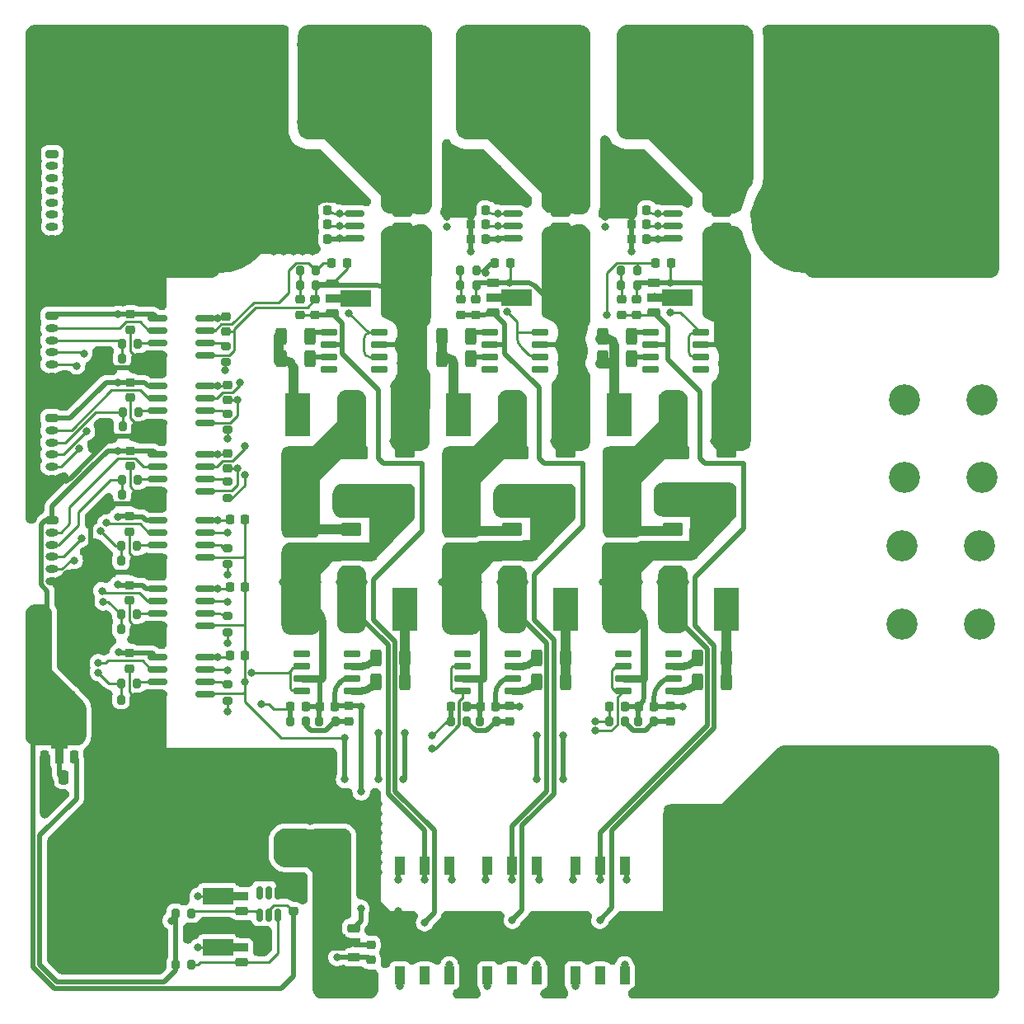
<source format=gbr>
G04 #@! TF.GenerationSoftware,KiCad,Pcbnew,8.0.6-1.fc41*
G04 #@! TF.CreationDate,2024-11-09T21:04:43-05:00*
G04 #@! TF.ProjectId,three_half_bridges,74687265-655f-4686-916c-665f62726964,rev?*
G04 #@! TF.SameCoordinates,Original*
G04 #@! TF.FileFunction,Copper,L1,Top*
G04 #@! TF.FilePolarity,Positive*
%FSLAX46Y46*%
G04 Gerber Fmt 4.6, Leading zero omitted, Abs format (unit mm)*
G04 Created by KiCad (PCBNEW 8.0.6-1.fc41) date 2024-11-09 21:04:43*
%MOMM*%
%LPD*%
G01*
G04 APERTURE LIST*
G04 Aperture macros list*
%AMRoundRect*
0 Rectangle with rounded corners*
0 $1 Rounding radius*
0 $2 $3 $4 $5 $6 $7 $8 $9 X,Y pos of 4 corners*
0 Add a 4 corners polygon primitive as box body*
4,1,4,$2,$3,$4,$5,$6,$7,$8,$9,$2,$3,0*
0 Add four circle primitives for the rounded corners*
1,1,$1+$1,$2,$3*
1,1,$1+$1,$4,$5*
1,1,$1+$1,$6,$7*
1,1,$1+$1,$8,$9*
0 Add four rect primitives between the rounded corners*
20,1,$1+$1,$2,$3,$4,$5,0*
20,1,$1+$1,$4,$5,$6,$7,0*
20,1,$1+$1,$6,$7,$8,$9,0*
20,1,$1+$1,$8,$9,$2,$3,0*%
%AMFreePoly0*
4,1,9,3.862500,-0.866500,0.737500,-0.866500,0.737500,-0.450000,-0.737500,-0.450000,-0.737500,0.450000,0.737500,0.450000,0.737500,0.866500,3.862500,0.866500,3.862500,-0.866500,3.862500,-0.866500,$1*%
G04 Aperture macros list end*
G04 #@! TA.AperFunction,SMDPad,CuDef*
%ADD10RoundRect,0.250000X-0.312500X-0.625000X0.312500X-0.625000X0.312500X0.625000X-0.312500X0.625000X0*%
G04 #@! TD*
G04 #@! TA.AperFunction,SMDPad,CuDef*
%ADD11RoundRect,0.200000X-0.200000X-0.275000X0.200000X-0.275000X0.200000X0.275000X-0.200000X0.275000X0*%
G04 #@! TD*
G04 #@! TA.AperFunction,SMDPad,CuDef*
%ADD12RoundRect,0.225000X-0.250000X0.225000X-0.250000X-0.225000X0.250000X-0.225000X0.250000X0.225000X0*%
G04 #@! TD*
G04 #@! TA.AperFunction,SMDPad,CuDef*
%ADD13RoundRect,0.250000X0.312500X0.625000X-0.312500X0.625000X-0.312500X-0.625000X0.312500X-0.625000X0*%
G04 #@! TD*
G04 #@! TA.AperFunction,SMDPad,CuDef*
%ADD14RoundRect,0.218750X-0.256250X0.218750X-0.256250X-0.218750X0.256250X-0.218750X0.256250X0.218750X0*%
G04 #@! TD*
G04 #@! TA.AperFunction,SMDPad,CuDef*
%ADD15R,1.090000X1.830000*%
G04 #@! TD*
G04 #@! TA.AperFunction,SMDPad,CuDef*
%ADD16RoundRect,0.054500X0.490500X-0.860500X0.490500X0.860500X-0.490500X0.860500X-0.490500X-0.860500X0*%
G04 #@! TD*
G04 #@! TA.AperFunction,SMDPad,CuDef*
%ADD17RoundRect,0.225000X0.225000X-0.425000X0.225000X0.425000X-0.225000X0.425000X-0.225000X-0.425000X0*%
G04 #@! TD*
G04 #@! TA.AperFunction,SMDPad,CuDef*
%ADD18FreePoly0,90.000000*%
G04 #@! TD*
G04 #@! TA.AperFunction,SMDPad,CuDef*
%ADD19RoundRect,0.218750X0.218750X0.256250X-0.218750X0.256250X-0.218750X-0.256250X0.218750X-0.256250X0*%
G04 #@! TD*
G04 #@! TA.AperFunction,SMDPad,CuDef*
%ADD20RoundRect,0.225000X0.250000X-0.225000X0.250000X0.225000X-0.250000X0.225000X-0.250000X-0.225000X0*%
G04 #@! TD*
G04 #@! TA.AperFunction,ComponentPad*
%ADD21C,0.800000*%
G04 #@! TD*
G04 #@! TA.AperFunction,ComponentPad*
%ADD22C,6.400000*%
G04 #@! TD*
G04 #@! TA.AperFunction,ComponentPad*
%ADD23C,3.200000*%
G04 #@! TD*
G04 #@! TA.AperFunction,SMDPad,CuDef*
%ADD24RoundRect,0.200000X0.200000X0.275000X-0.200000X0.275000X-0.200000X-0.275000X0.200000X-0.275000X0*%
G04 #@! TD*
G04 #@! TA.AperFunction,SMDPad,CuDef*
%ADD25RoundRect,0.225000X0.425000X0.225000X-0.425000X0.225000X-0.425000X-0.225000X0.425000X-0.225000X0*%
G04 #@! TD*
G04 #@! TA.AperFunction,SMDPad,CuDef*
%ADD26FreePoly0,180.000000*%
G04 #@! TD*
G04 #@! TA.AperFunction,SMDPad,CuDef*
%ADD27RoundRect,0.225000X0.225000X0.250000X-0.225000X0.250000X-0.225000X-0.250000X0.225000X-0.250000X0*%
G04 #@! TD*
G04 #@! TA.AperFunction,SMDPad,CuDef*
%ADD28RoundRect,0.249999X1.450001X-0.450001X1.450001X0.450001X-1.450001X0.450001X-1.450001X-0.450001X0*%
G04 #@! TD*
G04 #@! TA.AperFunction,SMDPad,CuDef*
%ADD29RoundRect,0.218750X0.256250X-0.218750X0.256250X0.218750X-0.256250X0.218750X-0.256250X-0.218750X0*%
G04 #@! TD*
G04 #@! TA.AperFunction,ComponentPad*
%ADD30C,0.900000*%
G04 #@! TD*
G04 #@! TA.AperFunction,ComponentPad*
%ADD31C,11.000000*%
G04 #@! TD*
G04 #@! TA.AperFunction,SMDPad,CuDef*
%ADD32RoundRect,0.225000X-0.225000X-0.250000X0.225000X-0.250000X0.225000X0.250000X-0.225000X0.250000X0*%
G04 #@! TD*
G04 #@! TA.AperFunction,SMDPad,CuDef*
%ADD33RoundRect,0.150000X0.725000X0.150000X-0.725000X0.150000X-0.725000X-0.150000X0.725000X-0.150000X0*%
G04 #@! TD*
G04 #@! TA.AperFunction,SMDPad,CuDef*
%ADD34RoundRect,0.200000X0.275000X-0.200000X0.275000X0.200000X-0.275000X0.200000X-0.275000X-0.200000X0*%
G04 #@! TD*
G04 #@! TA.AperFunction,SMDPad,CuDef*
%ADD35RoundRect,0.150000X-0.725000X-0.150000X0.725000X-0.150000X0.725000X0.150000X-0.725000X0.150000X0*%
G04 #@! TD*
G04 #@! TA.AperFunction,SMDPad,CuDef*
%ADD36RoundRect,0.225000X-0.425000X-0.225000X0.425000X-0.225000X0.425000X0.225000X-0.425000X0.225000X0*%
G04 #@! TD*
G04 #@! TA.AperFunction,SMDPad,CuDef*
%ADD37FreePoly0,0.000000*%
G04 #@! TD*
G04 #@! TA.AperFunction,SMDPad,CuDef*
%ADD38RoundRect,0.250000X-0.800000X0.450000X-0.800000X-0.450000X0.800000X-0.450000X0.800000X0.450000X0*%
G04 #@! TD*
G04 #@! TA.AperFunction,SMDPad,CuDef*
%ADD39RoundRect,0.150000X0.825000X0.150000X-0.825000X0.150000X-0.825000X-0.150000X0.825000X-0.150000X0*%
G04 #@! TD*
G04 #@! TA.AperFunction,SMDPad,CuDef*
%ADD40RoundRect,0.150000X-0.825000X-0.150000X0.825000X-0.150000X0.825000X0.150000X-0.825000X0.150000X0*%
G04 #@! TD*
G04 #@! TA.AperFunction,SMDPad,CuDef*
%ADD41RoundRect,0.150000X0.150000X-0.512500X0.150000X0.512500X-0.150000X0.512500X-0.150000X-0.512500X0*%
G04 #@! TD*
G04 #@! TA.AperFunction,SMDPad,CuDef*
%ADD42RoundRect,0.250000X-0.250000X-0.475000X0.250000X-0.475000X0.250000X0.475000X-0.250000X0.475000X0*%
G04 #@! TD*
G04 #@! TA.AperFunction,ComponentPad*
%ADD43R,2.500000X4.500000*%
G04 #@! TD*
G04 #@! TA.AperFunction,ComponentPad*
%ADD44O,2.500000X4.500000*%
G04 #@! TD*
G04 #@! TA.AperFunction,ComponentPad*
%ADD45RoundRect,0.200000X-0.450000X0.200000X-0.450000X-0.200000X0.450000X-0.200000X0.450000X0.200000X0*%
G04 #@! TD*
G04 #@! TA.AperFunction,ComponentPad*
%ADD46O,1.300000X0.800000*%
G04 #@! TD*
G04 #@! TA.AperFunction,ViaPad*
%ADD47C,0.800000*%
G04 #@! TD*
G04 #@! TA.AperFunction,Conductor*
%ADD48C,0.500000*%
G04 #@! TD*
G04 #@! TA.AperFunction,Conductor*
%ADD49C,0.250000*%
G04 #@! TD*
G04 #@! TA.AperFunction,Conductor*
%ADD50C,1.000000*%
G04 #@! TD*
G04 #@! TA.AperFunction,Conductor*
%ADD51C,0.750000*%
G04 #@! TD*
G04 APERTURE END LIST*
D10*
X139287500Y-62000000D03*
X142212500Y-62000000D03*
D11*
X124675000Y-55250000D03*
X126325000Y-55250000D03*
D12*
X115500000Y-124475000D03*
X115500000Y-126025000D03*
D13*
X135462500Y-97500000D03*
X132537500Y-97500000D03*
D12*
X90750000Y-66725000D03*
X90750000Y-68275000D03*
D14*
X141250000Y-58212500D03*
X141250000Y-59787500D03*
D15*
X118460000Y-127620000D03*
D16*
X121000000Y-127620000D03*
X123540000Y-127620000D03*
X123540000Y-116380000D03*
X121000000Y-116380000D03*
X118460000Y-116380000D03*
D17*
X82000000Y-105200000D03*
D18*
X83500000Y-105112500D03*
D17*
X85000000Y-105200000D03*
D19*
X129787500Y-54500000D03*
X128212500Y-54500000D03*
D15*
X136460000Y-127620000D03*
D16*
X139000000Y-127620000D03*
X141540000Y-127620000D03*
X141540000Y-116380000D03*
X139000000Y-116380000D03*
X136460000Y-116380000D03*
D20*
X109750000Y-59775000D03*
X109750000Y-58225000D03*
D21*
X171600000Y-124000000D03*
X172302944Y-122302944D03*
X172302944Y-125697056D03*
X174000000Y-121600000D03*
D22*
X174000000Y-124000000D03*
D21*
X174000000Y-126400000D03*
X175697056Y-122302944D03*
X175697056Y-125697056D03*
X176400000Y-124000000D03*
D23*
X126000000Y-32000000D03*
X126000000Y-40000000D03*
X134000000Y-32000000D03*
X134000000Y-40000000D03*
D24*
X141575000Y-101500000D03*
X139925000Y-101500000D03*
D25*
X102200000Y-121000000D03*
D26*
X102112500Y-119500000D03*
D25*
X102200000Y-118000000D03*
D20*
X126250000Y-59775000D03*
X126250000Y-58225000D03*
D27*
X143775000Y-52000000D03*
X142225000Y-52000000D03*
D11*
X89825000Y-83500000D03*
X91475000Y-83500000D03*
D28*
X124750000Y-86050000D03*
X124750000Y-81950000D03*
D29*
X113250000Y-101537500D03*
X113250000Y-99962500D03*
X146250000Y-101537500D03*
X146250000Y-99962500D03*
D30*
X155875000Y-110000000D03*
X157073185Y-107073185D03*
X157073185Y-112926815D03*
X160000000Y-105875000D03*
D31*
X160000000Y-110000000D03*
D30*
X160000000Y-114125000D03*
X162926815Y-107073185D03*
X162926815Y-112926815D03*
X164125000Y-110000000D03*
D24*
X125325000Y-101500000D03*
X123675000Y-101500000D03*
D11*
X124675000Y-56750000D03*
X126325000Y-56750000D03*
X89975000Y-71250000D03*
X91625000Y-71250000D03*
D10*
X122787500Y-62000000D03*
X125712500Y-62000000D03*
D32*
X100975000Y-87750000D03*
X102525000Y-87750000D03*
D11*
X89825000Y-99300000D03*
X91475000Y-99300000D03*
D30*
X95875000Y-50000000D03*
X97073185Y-47073185D03*
X97073185Y-52926815D03*
X100000000Y-45875000D03*
D31*
X100000000Y-50000000D03*
D30*
X100000000Y-54125000D03*
X102926815Y-47073185D03*
X102926815Y-52926815D03*
X104125000Y-50000000D03*
D21*
X171600000Y-36000000D03*
X172302944Y-34302944D03*
X172302944Y-37697056D03*
X174000000Y-33600000D03*
D22*
X174000000Y-36000000D03*
D21*
X174000000Y-38400000D03*
X175697056Y-34302944D03*
X175697056Y-37697056D03*
X176400000Y-36000000D03*
D33*
X132825000Y-65405000D03*
X132825000Y-64135000D03*
X132825000Y-62865000D03*
X132825000Y-61595000D03*
X127675000Y-61595000D03*
X127675000Y-62865000D03*
X127675000Y-64135000D03*
X127675000Y-65405000D03*
D14*
X124750000Y-58212500D03*
X124750000Y-59787500D03*
D34*
X100750000Y-99375000D03*
X100750000Y-97725000D03*
D27*
X111025000Y-52000000D03*
X109475000Y-52000000D03*
D20*
X142750000Y-59775000D03*
X142750000Y-58225000D03*
D11*
X89925000Y-78250000D03*
X91575000Y-78250000D03*
D23*
X142500000Y-32000000D03*
X142500000Y-40000000D03*
X150500000Y-32000000D03*
X150500000Y-40000000D03*
D35*
X108425000Y-94595000D03*
X108425000Y-95865000D03*
X108425000Y-97135000D03*
X108425000Y-98405000D03*
X113575000Y-98405000D03*
X113575000Y-97135000D03*
X113575000Y-95865000D03*
X113575000Y-94595000D03*
D36*
X144500000Y-56500000D03*
D37*
X144587500Y-58000000D03*
D36*
X144500000Y-59500000D03*
D38*
X146500000Y-81800000D03*
X146500000Y-86200000D03*
D23*
X109500000Y-32000000D03*
X109500000Y-40000000D03*
X117500000Y-32000000D03*
X117500000Y-40000000D03*
D39*
X118725000Y-51905000D03*
X118725000Y-50635000D03*
X118725000Y-49365000D03*
X118725000Y-48095000D03*
X113775000Y-48095000D03*
X113775000Y-49365000D03*
X113775000Y-50635000D03*
X113775000Y-51905000D03*
D30*
X96000000Y-110000000D03*
X97198185Y-107073185D03*
X97198185Y-112926815D03*
X100125000Y-105875000D03*
D31*
X100125000Y-110000000D03*
D30*
X100125000Y-114125000D03*
X103051815Y-107073185D03*
X103051815Y-112926815D03*
X104250000Y-110000000D03*
D24*
X108825000Y-101500000D03*
X107175000Y-101500000D03*
D38*
X135500000Y-73800000D03*
X135500000Y-78200000D03*
D13*
X151962500Y-97500000D03*
X149037500Y-97500000D03*
D40*
X93525000Y-80895000D03*
X93525000Y-82165000D03*
X93525000Y-83435000D03*
X93525000Y-84705000D03*
X98475000Y-84705000D03*
X98475000Y-83435000D03*
X98475000Y-82165000D03*
X98475000Y-80895000D03*
D11*
X95425000Y-121250000D03*
X97075000Y-121250000D03*
D19*
X146287500Y-54500000D03*
X144712500Y-54500000D03*
D32*
X100975000Y-94750000D03*
X102525000Y-94750000D03*
D28*
X108250000Y-86050000D03*
X108250000Y-81950000D03*
D40*
X93525000Y-67095000D03*
X93525000Y-68365000D03*
X93525000Y-69635000D03*
X93525000Y-70905000D03*
X98475000Y-70905000D03*
X98475000Y-69635000D03*
X98475000Y-68365000D03*
X98475000Y-67095000D03*
D12*
X90650000Y-87525000D03*
X90650000Y-89075000D03*
D29*
X129750000Y-101537500D03*
X129750000Y-99962500D03*
D34*
X100750000Y-78575000D03*
X100750000Y-76925000D03*
D25*
X113700000Y-125750000D03*
D26*
X113612500Y-124250000D03*
D25*
X113700000Y-122750000D03*
D40*
X93525000Y-74095000D03*
X93525000Y-75365000D03*
X93525000Y-76635000D03*
X93525000Y-77905000D03*
X98475000Y-77905000D03*
X98475000Y-76635000D03*
X98475000Y-75365000D03*
X98475000Y-74095000D03*
D19*
X108787500Y-100000000D03*
X107212500Y-100000000D03*
D11*
X108175000Y-55250000D03*
X109825000Y-55250000D03*
D19*
X125287500Y-100000000D03*
X123712500Y-100000000D03*
D36*
X111500000Y-56610000D03*
D37*
X111587500Y-58110000D03*
D36*
X111500000Y-59610000D03*
D32*
X110225000Y-100000000D03*
X111775000Y-100000000D03*
D10*
X139287500Y-64250000D03*
X142212500Y-64250000D03*
D40*
X93525000Y-60095000D03*
X93525000Y-61365000D03*
X93525000Y-62635000D03*
X93525000Y-63905000D03*
X98475000Y-63905000D03*
X98475000Y-62635000D03*
X98475000Y-61365000D03*
X98475000Y-60095000D03*
D12*
X100750000Y-66975000D03*
X100750000Y-68525000D03*
D38*
X113500000Y-81800000D03*
X113500000Y-86200000D03*
D14*
X108250000Y-58212500D03*
X108250000Y-59787500D03*
D24*
X128325000Y-101500000D03*
X126675000Y-101500000D03*
D11*
X89925000Y-64250000D03*
X91575000Y-64250000D03*
D34*
X100750000Y-92375000D03*
X100750000Y-90725000D03*
D11*
X89925000Y-76750000D03*
X91575000Y-76750000D03*
D27*
X127275000Y-50500000D03*
X125725000Y-50500000D03*
X111025000Y-49000000D03*
X109475000Y-49000000D03*
D11*
X89825000Y-97600000D03*
X91475000Y-97600000D03*
X89975000Y-69750000D03*
X91625000Y-69750000D03*
D33*
X116325000Y-65405000D03*
X116325000Y-64135000D03*
X116325000Y-62865000D03*
X116325000Y-61595000D03*
X111175000Y-61595000D03*
X111175000Y-62865000D03*
X111175000Y-64135000D03*
X111175000Y-65405000D03*
D12*
X107500000Y-119475000D03*
X107500000Y-121025000D03*
D24*
X144575000Y-101500000D03*
X142925000Y-101500000D03*
D35*
X124925000Y-94595000D03*
X124925000Y-95865000D03*
X124925000Y-97135000D03*
X124925000Y-98405000D03*
X130075000Y-98405000D03*
X130075000Y-97135000D03*
X130075000Y-95865000D03*
X130075000Y-94595000D03*
D28*
X146500000Y-78050000D03*
X146500000Y-73950000D03*
D24*
X111825000Y-101500000D03*
X110175000Y-101500000D03*
D21*
X83652944Y-124000000D03*
X84355888Y-122302944D03*
X84355888Y-125697056D03*
X86052944Y-121600000D03*
D22*
X86052944Y-124000000D03*
D21*
X86052944Y-126400000D03*
X87750000Y-122302944D03*
X87750000Y-125697056D03*
X88452944Y-124000000D03*
D13*
X118962500Y-97500000D03*
X116037500Y-97500000D03*
D39*
X151475000Y-51905000D03*
X151475000Y-50635000D03*
X151475000Y-49365000D03*
X151475000Y-48095000D03*
X146525000Y-48095000D03*
X146525000Y-49365000D03*
X146525000Y-50635000D03*
X146525000Y-51905000D03*
D23*
X170250000Y-68500000D03*
X170250000Y-76500000D03*
X178250000Y-68500000D03*
X178250000Y-76500000D03*
D11*
X95425000Y-126500000D03*
X97075000Y-126500000D03*
D25*
X102200000Y-126250000D03*
D26*
X102112500Y-124750000D03*
D25*
X102200000Y-123250000D03*
D12*
X90650000Y-80475000D03*
X90650000Y-82025000D03*
D13*
X118962500Y-95000000D03*
X116037500Y-95000000D03*
D32*
X100975000Y-80750000D03*
X102525000Y-80750000D03*
D10*
X122787500Y-64250000D03*
X125712500Y-64250000D03*
D19*
X113037500Y-54500000D03*
X111462500Y-54500000D03*
D33*
X149325000Y-65405000D03*
X149325000Y-64135000D03*
X149325000Y-62865000D03*
X149325000Y-61595000D03*
X144175000Y-61595000D03*
X144175000Y-62865000D03*
X144175000Y-64135000D03*
X144175000Y-65405000D03*
D34*
X100750000Y-85375000D03*
X100750000Y-83725000D03*
D12*
X100600000Y-59975000D03*
X100600000Y-61525000D03*
X90700000Y-94525000D03*
X90700000Y-96075000D03*
D35*
X141425000Y-94595000D03*
X141425000Y-95865000D03*
X141425000Y-97135000D03*
X141425000Y-98405000D03*
X146575000Y-98405000D03*
X146575000Y-97135000D03*
X146575000Y-95865000D03*
X146575000Y-94595000D03*
D27*
X143775000Y-50500000D03*
X142225000Y-50500000D03*
X111025000Y-50500000D03*
X109475000Y-50500000D03*
D39*
X134975000Y-51905000D03*
X134975000Y-50635000D03*
X134975000Y-49365000D03*
X134975000Y-48095000D03*
X130025000Y-48095000D03*
X130025000Y-49365000D03*
X130025000Y-50635000D03*
X130025000Y-51905000D03*
D12*
X90800000Y-59725000D03*
X90800000Y-61275000D03*
D38*
X152000000Y-73800000D03*
X152000000Y-78200000D03*
D28*
X141250000Y-86050000D03*
X141250000Y-81950000D03*
X130000000Y-78050000D03*
X130000000Y-73950000D03*
D11*
X89825000Y-85000000D03*
X91475000Y-85000000D03*
D32*
X126725000Y-100000000D03*
X128275000Y-100000000D03*
D13*
X151962500Y-95000000D03*
X149037500Y-95000000D03*
D11*
X108175000Y-56750000D03*
X109825000Y-56750000D03*
D32*
X142975000Y-100000000D03*
X144525000Y-100000000D03*
D38*
X130000000Y-81800000D03*
X130000000Y-86200000D03*
D12*
X90750000Y-73725000D03*
X90750000Y-75275000D03*
D11*
X141175000Y-56750000D03*
X142825000Y-56750000D03*
D40*
X93525000Y-87895000D03*
X93525000Y-89165000D03*
X93525000Y-90435000D03*
X93525000Y-91705000D03*
X98475000Y-91705000D03*
X98475000Y-90435000D03*
X98475000Y-89165000D03*
X98475000Y-87895000D03*
D27*
X127275000Y-52000000D03*
X125725000Y-52000000D03*
D38*
X119000000Y-73800000D03*
X119000000Y-78200000D03*
D11*
X141175000Y-55250000D03*
X142825000Y-55250000D03*
X89825000Y-90550000D03*
X91475000Y-90550000D03*
D27*
X143775000Y-49000000D03*
X142225000Y-49000000D03*
D41*
X104050000Y-121387500D03*
X105000000Y-121387500D03*
X105950000Y-121387500D03*
X105950000Y-119112500D03*
X105000000Y-119112500D03*
X104050000Y-119112500D03*
D34*
X100750000Y-71575000D03*
X100750000Y-69925000D03*
D10*
X106287500Y-64250000D03*
X109212500Y-64250000D03*
D30*
X155875000Y-50000000D03*
X157073185Y-47073185D03*
X157073185Y-52926815D03*
X160000000Y-45875000D03*
D31*
X160000000Y-50000000D03*
D30*
X160000000Y-54125000D03*
X162926815Y-47073185D03*
X162926815Y-52926815D03*
X164125000Y-50000000D03*
D15*
X127460000Y-127620000D03*
D16*
X130000000Y-127620000D03*
X132540000Y-127620000D03*
X132540000Y-116380000D03*
X130000000Y-116380000D03*
X127460000Y-116380000D03*
D34*
X100600000Y-64625000D03*
X100600000Y-62975000D03*
D12*
X100750000Y-73975000D03*
X100750000Y-75525000D03*
D21*
X83600000Y-36000000D03*
X84302944Y-34302944D03*
X84302944Y-37697056D03*
X86000000Y-33600000D03*
D22*
X86000000Y-36000000D03*
D21*
X86000000Y-38400000D03*
X87697056Y-34302944D03*
X87697056Y-37697056D03*
X88400000Y-36000000D03*
D42*
X82050000Y-107250000D03*
X83950000Y-107250000D03*
D10*
X106287500Y-62000000D03*
X109212500Y-62000000D03*
D28*
X113500000Y-78050000D03*
X113500000Y-73950000D03*
D11*
X89825000Y-92050000D03*
X91475000Y-92050000D03*
D36*
X128000000Y-56500000D03*
D37*
X128087500Y-58000000D03*
D36*
X128000000Y-59500000D03*
D19*
X141537500Y-100000000D03*
X139962500Y-100000000D03*
D40*
X93525000Y-94895000D03*
X93525000Y-96165000D03*
X93525000Y-97435000D03*
X93525000Y-98705000D03*
X98475000Y-98705000D03*
X98475000Y-97435000D03*
X98475000Y-96165000D03*
X98475000Y-94895000D03*
D27*
X127275000Y-49000000D03*
X125725000Y-49000000D03*
D13*
X135462500Y-95000000D03*
X132537500Y-95000000D03*
D23*
X170000000Y-83500000D03*
X170000000Y-91500000D03*
X178000000Y-83500000D03*
X178000000Y-91500000D03*
D11*
X89925000Y-62750000D03*
X91575000Y-62750000D03*
D43*
X135500000Y-90000000D03*
D44*
X130050000Y-90000000D03*
X124600000Y-90000000D03*
D43*
X124500000Y-70000000D03*
D44*
X129950000Y-70000000D03*
X135400000Y-70000000D03*
D43*
X108000000Y-70000000D03*
D44*
X113450000Y-70000000D03*
X118900000Y-70000000D03*
D45*
X82700000Y-70375000D03*
D46*
X82700000Y-71625000D03*
X82700000Y-72875000D03*
X82700000Y-74125000D03*
X82700000Y-75375000D03*
X82700000Y-76625000D03*
D45*
X82700000Y-80875000D03*
D46*
X82700000Y-82125000D03*
X82700000Y-83375000D03*
X82700000Y-84625000D03*
X82700000Y-85875000D03*
X82700000Y-87125000D03*
D45*
X82700000Y-59875000D03*
D46*
X82700000Y-61125000D03*
X82700000Y-62375000D03*
X82700000Y-63625000D03*
X82700000Y-64875000D03*
X82700000Y-66125000D03*
D45*
X82750000Y-43250000D03*
D46*
X82750000Y-44500000D03*
X82750000Y-45750000D03*
X82750000Y-47000000D03*
X82750000Y-48250000D03*
X82750000Y-49500000D03*
X82750000Y-50750000D03*
X82750000Y-52000000D03*
D43*
X152000000Y-90000000D03*
D44*
X146550000Y-90000000D03*
X141100000Y-90000000D03*
D43*
X141000000Y-70000000D03*
D44*
X146450000Y-70000000D03*
X151900000Y-70000000D03*
D43*
X119000000Y-90000000D03*
D44*
X113550000Y-90000000D03*
X108100000Y-90000000D03*
D47*
X110750000Y-75000000D03*
X110750000Y-74000000D03*
X110750000Y-73000000D03*
X127250000Y-74000000D03*
X127250000Y-75000000D03*
X127250000Y-73000000D03*
X143750000Y-74000000D03*
X143750000Y-75000000D03*
X143750000Y-73000000D03*
X116250000Y-115000000D03*
X130000000Y-46250000D03*
X80500000Y-35000000D03*
X125725000Y-49750000D03*
X179500000Y-38750000D03*
X92500000Y-123250000D03*
X179250000Y-122500000D03*
X179500000Y-37500000D03*
X87500000Y-105000000D03*
X94250000Y-43000000D03*
X80500000Y-37500000D03*
X95750000Y-37750000D03*
X179250000Y-126250000D03*
X80750000Y-61750000D03*
X87500000Y-101250000D03*
X142750000Y-47750000D03*
X116250000Y-122750000D03*
X135000000Y-125250000D03*
X91000000Y-38800000D03*
X103750000Y-30500000D03*
X116250000Y-110000000D03*
X106500000Y-39500000D03*
X87500000Y-106250000D03*
X179250000Y-123750000D03*
X173750000Y-129250000D03*
X156250000Y-31250000D03*
X163750000Y-129250000D03*
X93750000Y-123750000D03*
X146000000Y-114500000D03*
X173750000Y-55500000D03*
X109750000Y-47500000D03*
X179500000Y-50000000D03*
X96250000Y-42750000D03*
X146000000Y-119500000D03*
X84250000Y-91500000D03*
X139500000Y-47750000D03*
X127500000Y-125250000D03*
X84162653Y-86500000D03*
X128500000Y-44750000D03*
X163750000Y-55500000D03*
X80750000Y-73750000D03*
X155000000Y-129250000D03*
X152000000Y-110500000D03*
X83500000Y-118750000D03*
X142250000Y-53250000D03*
X156250000Y-42500000D03*
X172500000Y-129250000D03*
X98250000Y-42750000D03*
X91250000Y-127000000D03*
X116250000Y-117000000D03*
X144000000Y-45500000D03*
X179250000Y-111250000D03*
X91800000Y-38000000D03*
X94000000Y-99750000D03*
X95000000Y-30500000D03*
X141250000Y-46250000D03*
X88250000Y-48750000D03*
X130750000Y-47000000D03*
X114250000Y-47250000D03*
X178750000Y-55500000D03*
X80750000Y-64750000D03*
X179500000Y-48750000D03*
X84250000Y-92500000D03*
X150000000Y-110500000D03*
X94000000Y-100750000D03*
X179250000Y-107500000D03*
X93500000Y-117750000D03*
X171250000Y-30500000D03*
X92500000Y-92500000D03*
X80750000Y-75750000D03*
X87250000Y-110000000D03*
X141250000Y-125250000D03*
X94000000Y-85500000D03*
X133750000Y-125250000D03*
X165000000Y-129250000D03*
X100250000Y-43000000D03*
X131250000Y-125250000D03*
X92750000Y-118500000D03*
X179250000Y-105000000D03*
X100750000Y-37750000D03*
X179250000Y-121250000D03*
X80750000Y-71750000D03*
X170000000Y-55500000D03*
X179250000Y-110000000D03*
X156250000Y-40000000D03*
X140500000Y-45500000D03*
X170000000Y-129250000D03*
X87500000Y-107500000D03*
X166250000Y-30500000D03*
X94000000Y-93500000D03*
X92500000Y-71750000D03*
X146000000Y-117500000D03*
X87500000Y-108750000D03*
X106250000Y-108750000D03*
X91250000Y-45750000D03*
X143250000Y-127500000D03*
X87500000Y-102500000D03*
X95250000Y-42750000D03*
X84250000Y-93500000D03*
X147000000Y-110500000D03*
X84250000Y-94500000D03*
X144000000Y-123750000D03*
X158750000Y-30500000D03*
X101750000Y-37750000D03*
X83250000Y-109750000D03*
X88750000Y-127000000D03*
X163000000Y-104500000D03*
X80500000Y-40000000D03*
X161250000Y-30500000D03*
X123250000Y-49750000D03*
X116500000Y-121000000D03*
X86250000Y-30500000D03*
X179250000Y-125000000D03*
X144750000Y-46250000D03*
X80750000Y-77750000D03*
X118250000Y-121000000D03*
X123750000Y-125250000D03*
X146000000Y-118500000D03*
X94000000Y-71750000D03*
X87250000Y-98500000D03*
X94000000Y-102750000D03*
X176750000Y-104500000D03*
X97750000Y-37750000D03*
X179500000Y-52500000D03*
X85750000Y-97000000D03*
X92750000Y-44250000D03*
X108500000Y-53250000D03*
X166750000Y-104500000D03*
X80750000Y-63750000D03*
X85500000Y-112000000D03*
X168750000Y-30500000D03*
X177500000Y-30500000D03*
X143250000Y-44750000D03*
X107750000Y-47500000D03*
X85000000Y-30500000D03*
X164250000Y-104500000D03*
X168750000Y-129250000D03*
X94000000Y-92500000D03*
X128750000Y-125250000D03*
X103250000Y-39250000D03*
X92500000Y-30500000D03*
X170000000Y-30500000D03*
X98750000Y-116250000D03*
X175500000Y-104500000D03*
X87500000Y-58250000D03*
X97500000Y-30500000D03*
X146000000Y-115500000D03*
X80750000Y-76750000D03*
X87000000Y-42800000D03*
X143750000Y-129250000D03*
X83500000Y-116250000D03*
X146000000Y-121500000D03*
X142500000Y-129250000D03*
X97250000Y-42750000D03*
X105000000Y-30500000D03*
X156250000Y-37500000D03*
X166250000Y-55500000D03*
X102500000Y-38500000D03*
X177500000Y-55500000D03*
X169250000Y-104500000D03*
X142225000Y-49750000D03*
X81250000Y-30500000D03*
X101250000Y-30500000D03*
X90000000Y-127000000D03*
X90200000Y-39600000D03*
X94000000Y-79500000D03*
X168000000Y-104500000D03*
X97000000Y-55500000D03*
X102500000Y-116250000D03*
X148000000Y-110500000D03*
X101250000Y-116250000D03*
X172500000Y-30500000D03*
X106500000Y-40500000D03*
X86750000Y-50250000D03*
X160000000Y-30500000D03*
X104750000Y-40750000D03*
X87800000Y-42000000D03*
X82750000Y-56250000D03*
X82750000Y-57500000D03*
X125250000Y-45750000D03*
X94000000Y-86500000D03*
X146000000Y-110500000D03*
X132500000Y-125250000D03*
X116250000Y-113000000D03*
X136250000Y-125250000D03*
X99750000Y-37750000D03*
X94000000Y-72750000D03*
X156250000Y-36250000D03*
X162500000Y-55500000D03*
X99250000Y-42750000D03*
X142000000Y-47000000D03*
X80500000Y-33750000D03*
X171250000Y-129250000D03*
X102500000Y-30500000D03*
X94000000Y-104750000D03*
X179250000Y-113750000D03*
X91250000Y-58250000D03*
X97500000Y-116250000D03*
X123250000Y-46750000D03*
X142500000Y-44000000D03*
X145000000Y-121500000D03*
X158750000Y-129250000D03*
X84800000Y-43400000D03*
X94000000Y-58500000D03*
X80500000Y-31250000D03*
X123250000Y-50750000D03*
X86500000Y-111000000D03*
X106500000Y-38500000D03*
X80750000Y-70750000D03*
X80750000Y-68750000D03*
X157500000Y-30500000D03*
X179250000Y-127500000D03*
X148750000Y-129250000D03*
X141750000Y-43250000D03*
X101000000Y-43750000D03*
X80500000Y-41250000D03*
X176250000Y-129250000D03*
X172500000Y-55500000D03*
X117500000Y-125250000D03*
X108500000Y-111000000D03*
X152500000Y-129250000D03*
X82000000Y-108500000D03*
X174250000Y-104500000D03*
X116250000Y-116000000D03*
X175000000Y-55500000D03*
X146000000Y-113500000D03*
X92500000Y-99750000D03*
X83500000Y-117500000D03*
X94750000Y-37750000D03*
X179250000Y-106250000D03*
X176250000Y-55500000D03*
X156250000Y-41250000D03*
X106750000Y-47500000D03*
X121250000Y-125250000D03*
X80750000Y-60750000D03*
X139500000Y-48750000D03*
X98750000Y-30500000D03*
X84500000Y-53500000D03*
X106500000Y-32500000D03*
X94000000Y-56500000D03*
X144000000Y-121500000D03*
X104000000Y-40000000D03*
X94000000Y-55500000D03*
X163750000Y-30500000D03*
X83750000Y-58250000D03*
X143750000Y-126250000D03*
X179500000Y-40000000D03*
X106500000Y-36500000D03*
X88600000Y-41200000D03*
X156250000Y-43750000D03*
X125000000Y-125250000D03*
X107000000Y-109500000D03*
X116250000Y-111000000D03*
X156250000Y-129250000D03*
X153750000Y-129250000D03*
X144000000Y-122500000D03*
X92000000Y-45000000D03*
X80500000Y-32500000D03*
X160000000Y-129250000D03*
X90500000Y-46500000D03*
X104000000Y-124750000D03*
X156250000Y-38750000D03*
X175000000Y-30500000D03*
X108750000Y-47500000D03*
X173750000Y-30500000D03*
X98750000Y-37750000D03*
X144000000Y-125000000D03*
X106500000Y-34500000D03*
X139500000Y-50750000D03*
X146000000Y-111500000D03*
X85000000Y-96250000D03*
X83750000Y-114000000D03*
X85500000Y-51750000D03*
X84250000Y-95500000D03*
X92500000Y-85500000D03*
X179500000Y-42500000D03*
X100000000Y-116250000D03*
X179500000Y-31250000D03*
X179500000Y-41250000D03*
X147500000Y-129250000D03*
X167500000Y-55500000D03*
X179250000Y-128750000D03*
X146250000Y-129250000D03*
X166250000Y-129250000D03*
X84250000Y-66125000D03*
X179500000Y-45000000D03*
X86000000Y-43400000D03*
X80750000Y-66750000D03*
X162500000Y-129250000D03*
X85000000Y-58250000D03*
X162500000Y-30500000D03*
X84162653Y-76750000D03*
X167500000Y-30500000D03*
X84250000Y-89500000D03*
X106500000Y-31500000D03*
X179250000Y-112500000D03*
X92500000Y-64750000D03*
X90000000Y-30500000D03*
X105500000Y-41500000D03*
X171250000Y-55500000D03*
X96000000Y-104750000D03*
X115000000Y-48000000D03*
X179500000Y-35000000D03*
X116250000Y-112000000D03*
X168750000Y-55500000D03*
X179250000Y-117500000D03*
X93750000Y-37750000D03*
X116250000Y-114000000D03*
X123250000Y-45750000D03*
X123250000Y-47750000D03*
X87500000Y-103750000D03*
X152750000Y-109750000D03*
X130000000Y-125250000D03*
X179500000Y-33750000D03*
X122500000Y-125250000D03*
X179500000Y-43750000D03*
X140000000Y-125250000D03*
X94000000Y-65750000D03*
X88750000Y-58250000D03*
X179250000Y-118750000D03*
X90000000Y-58250000D03*
X126250000Y-125250000D03*
X146000000Y-120500000D03*
X91250000Y-100750000D03*
X123250000Y-48750000D03*
X106250000Y-42250000D03*
X100000000Y-30500000D03*
X179250000Y-108750000D03*
X85250000Y-52750000D03*
X109475000Y-49750000D03*
X83750000Y-54250000D03*
X97000000Y-104750000D03*
X145000000Y-129250000D03*
X96750000Y-37750000D03*
X89750000Y-100750000D03*
X156250000Y-32500000D03*
X80500000Y-42500000D03*
X106500000Y-30500000D03*
X106500000Y-35500000D03*
X127000000Y-47000000D03*
X109475000Y-51250000D03*
X109475000Y-53250000D03*
X129250000Y-45500000D03*
X165500000Y-104500000D03*
X176250000Y-30500000D03*
X105750000Y-47500000D03*
X88500000Y-100750000D03*
X83500000Y-115000000D03*
X84250000Y-90500000D03*
X146000000Y-116500000D03*
X106500000Y-37500000D03*
X177500000Y-129250000D03*
X80750000Y-65750000D03*
X95250000Y-116500000D03*
X167500000Y-129250000D03*
X92750000Y-37750000D03*
X80500000Y-36250000D03*
X106500000Y-33500000D03*
X156250000Y-35000000D03*
X94250000Y-117000000D03*
X92500000Y-78750000D03*
X91250000Y-30500000D03*
X80750000Y-78750000D03*
X83750000Y-30500000D03*
X118750000Y-125250000D03*
X86500000Y-97750000D03*
X87500000Y-30500000D03*
X179250000Y-120000000D03*
X82000000Y-106250000D03*
X94000000Y-64750000D03*
X84500000Y-113000000D03*
X178500000Y-129250000D03*
X125750000Y-53250000D03*
X105500000Y-53250000D03*
X80750000Y-79750000D03*
X88750000Y-30500000D03*
X149000000Y-110500000D03*
X80750000Y-62750000D03*
X92500000Y-120000000D03*
X124250000Y-45750000D03*
X83500000Y-120000000D03*
X93750000Y-125000000D03*
X80750000Y-67750000D03*
X173000000Y-104500000D03*
X179500000Y-47500000D03*
X86000000Y-51000000D03*
X96250000Y-30500000D03*
X89750000Y-47250000D03*
X127750000Y-47750000D03*
X138750000Y-125250000D03*
X92500000Y-127000000D03*
X179500000Y-46250000D03*
X89000000Y-48000000D03*
X139500000Y-46750000D03*
X179500000Y-53750000D03*
X95000000Y-104750000D03*
X156250000Y-45000000D03*
X179500000Y-55000000D03*
X103750000Y-116250000D03*
X93750000Y-127000000D03*
X83000000Y-55000000D03*
X120000000Y-125250000D03*
X80750000Y-80750000D03*
X96000000Y-55500000D03*
X86250000Y-58250000D03*
X151000000Y-110500000D03*
X175000000Y-129250000D03*
X154250000Y-108250000D03*
X145500000Y-47000000D03*
X94000000Y-101750000D03*
X92500000Y-121000000D03*
X126250000Y-46250000D03*
X92500000Y-58500000D03*
X179500000Y-51250000D03*
X161250000Y-129250000D03*
X151250000Y-129250000D03*
X165000000Y-30500000D03*
X171750000Y-104500000D03*
X82000000Y-111000000D03*
X94000000Y-57500000D03*
X139500000Y-44750000D03*
X150000000Y-129250000D03*
X82000000Y-109750000D03*
X107500000Y-53250000D03*
X179250000Y-115000000D03*
X80500000Y-38750000D03*
X156250000Y-33750000D03*
X139500000Y-49750000D03*
X82500000Y-30500000D03*
X178750000Y-30500000D03*
X89400000Y-40400000D03*
X139500000Y-45750000D03*
X107750000Y-110250000D03*
X157500000Y-129250000D03*
X165000000Y-55500000D03*
X137500000Y-125250000D03*
X87500000Y-100000000D03*
X146000000Y-112500000D03*
X94000000Y-103750000D03*
X80750000Y-72750000D03*
X80750000Y-59750000D03*
X93500000Y-43500000D03*
X93750000Y-30500000D03*
X80750000Y-74750000D03*
X153500000Y-109000000D03*
X109250000Y-111750000D03*
X96250000Y-116250000D03*
X178000000Y-104500000D03*
X179500000Y-36250000D03*
X170500000Y-104500000D03*
X179250000Y-116250000D03*
X80750000Y-69750000D03*
X106750000Y-41500000D03*
X106500000Y-53250000D03*
X95000000Y-55500000D03*
X104000000Y-123250000D03*
X179500000Y-32500000D03*
X87500000Y-49500000D03*
X89500000Y-66725000D03*
X81500000Y-93750000D03*
X81500000Y-96250000D03*
X85750000Y-100000000D03*
X81000000Y-102750000D03*
X85750000Y-101500000D03*
X89500000Y-73725000D03*
X83250000Y-97500000D03*
X89500000Y-87500000D03*
X145000000Y-52000000D03*
X85750000Y-103000000D03*
X81000000Y-99750000D03*
X81500000Y-90000000D03*
X81500000Y-92500000D03*
X112250000Y-51905000D03*
X128500000Y-52000000D03*
X89500000Y-59725000D03*
X89500000Y-80500000D03*
X81000000Y-101250000D03*
X84750000Y-98750000D03*
X81500000Y-95000000D03*
X81500000Y-91250000D03*
X89580851Y-94419149D03*
X131000000Y-73000000D03*
X108000000Y-73750000D03*
X112000000Y-73000000D03*
X142250000Y-73750000D03*
X113250000Y-73000000D03*
X123250000Y-76500000D03*
X124250000Y-76500000D03*
X145000000Y-73000000D03*
X141000000Y-73750000D03*
X147500000Y-73000000D03*
X126250000Y-76500000D03*
X109750000Y-76250000D03*
X142000000Y-76500000D03*
X128500000Y-73000000D03*
X139750000Y-73750000D03*
X109250000Y-73750000D03*
X123250000Y-73750000D03*
X107750000Y-76250000D03*
X140000000Y-76500000D03*
X114500000Y-73000000D03*
X124500000Y-73750000D03*
X143000000Y-76500000D03*
X125750000Y-73750000D03*
X129750000Y-73000000D03*
X141000000Y-76500000D03*
X106750000Y-76250000D03*
X146250000Y-73000000D03*
X106750000Y-73750000D03*
X125250000Y-76500000D03*
X108750000Y-76250000D03*
X118800000Y-107500000D03*
X132500000Y-107500000D03*
X127000000Y-97135000D03*
X135250000Y-103000000D03*
X116250000Y-102750000D03*
X132500000Y-103000000D03*
X122750000Y-87250000D03*
X110000000Y-87250000D03*
X139250000Y-87250000D03*
X106400000Y-87250000D03*
X116250000Y-107500000D03*
X140500000Y-87250000D03*
X141750000Y-87250000D03*
X143000000Y-87250000D03*
X112000000Y-125750000D03*
X124000000Y-87250000D03*
X125250000Y-87250000D03*
X110250000Y-97135000D03*
X143500000Y-97135000D03*
X112750000Y-103250000D03*
X102500000Y-97500000D03*
X112800000Y-107500000D03*
X119000000Y-102750000D03*
X107600000Y-87250000D03*
X135250000Y-107500000D03*
X108800000Y-87250000D03*
X126500000Y-87250000D03*
X145000000Y-49365000D03*
X128500000Y-49365000D03*
X130000000Y-121950000D03*
X146500000Y-87250000D03*
X145250000Y-87250000D03*
X153250000Y-72750000D03*
X150750000Y-72750000D03*
X147750000Y-87250000D03*
X139000000Y-117750000D03*
X101750000Y-75525000D03*
X146250000Y-56500000D03*
X112250000Y-49365000D03*
X113500000Y-87250000D03*
X117750000Y-72750000D03*
X120250000Y-72750000D03*
X121000000Y-117750000D03*
X112250000Y-87250000D03*
X114750000Y-87250000D03*
X121000000Y-122200000D03*
X130000000Y-127620000D03*
X95000000Y-121998200D03*
X121000000Y-127620000D03*
X139000000Y-127620000D03*
X85750000Y-82750000D03*
X87500000Y-95500000D03*
X87875000Y-88125000D03*
X86262653Y-71762653D03*
X136460000Y-128750000D03*
X97750000Y-124750000D03*
X127460000Y-128750000D03*
X118460000Y-128750000D03*
X141540000Y-126540000D03*
X123540000Y-126540000D03*
X97750000Y-119500000D03*
X132540000Y-126540000D03*
X86000000Y-63750000D03*
X88304702Y-81167947D03*
X99750000Y-94895000D03*
X111950000Y-113750000D03*
X99750000Y-80895000D03*
X99750000Y-87895000D03*
X118250000Y-117750000D03*
X130750000Y-100000000D03*
X114500000Y-100000000D03*
X114500000Y-108750000D03*
X114450000Y-120750000D03*
X147500000Y-100000000D03*
X139000000Y-121950000D03*
X111587500Y-58110000D03*
X99750000Y-60095000D03*
X123750000Y-117750000D03*
X104250000Y-99750000D03*
X100750000Y-82165000D03*
X101750000Y-68525000D03*
X130000000Y-117750000D03*
X129750000Y-56528500D03*
X128750000Y-87250000D03*
X134250000Y-72750000D03*
X130000000Y-87250000D03*
X136750000Y-72750000D03*
X131250000Y-87250000D03*
X139750000Y-59750000D03*
X102500000Y-73250000D03*
X138500000Y-101500000D03*
X100750000Y-96250000D03*
X99750000Y-74095000D03*
X144596015Y-57966979D03*
X99750000Y-67095000D03*
X128087500Y-58000000D03*
X136250000Y-117750000D03*
X141750000Y-117750000D03*
X127250000Y-117750000D03*
X132750000Y-117750000D03*
X102000000Y-66750000D03*
X127250000Y-55500000D03*
X100750000Y-89250000D03*
X121750000Y-103000000D03*
X128500000Y-50635000D03*
X145000000Y-50635000D03*
X112250000Y-50635000D03*
X146250000Y-59500000D03*
X102500000Y-76250000D03*
X100750000Y-100500000D03*
X138500000Y-102500000D03*
X100750000Y-72500000D03*
X129500000Y-59471500D03*
X121750000Y-104325000D03*
X100750000Y-93500000D03*
X113225000Y-59581500D03*
X100500000Y-65500000D03*
X100750000Y-86500000D03*
X103250000Y-96500000D03*
X85012653Y-85000000D03*
X87500000Y-96500000D03*
X88000000Y-89250000D03*
X85525000Y-73525610D03*
X87750000Y-82000000D03*
X85250000Y-65000000D03*
D48*
X142225000Y-49750000D02*
X142225000Y-49000000D01*
X92500000Y-78750000D02*
X92075000Y-79175000D01*
X91920000Y-63905000D02*
X91575000Y-64250000D01*
D49*
X91575000Y-64250000D02*
X90800000Y-63475000D01*
X90650000Y-84225000D02*
X90650000Y-82125000D01*
X91475000Y-99300000D02*
X90700000Y-98525000D01*
X107500000Y-119475000D02*
X106312500Y-119475000D01*
X142225000Y-49118770D02*
X142225000Y-48881230D01*
D48*
X92075000Y-79175000D02*
X88075000Y-79175000D01*
X91820000Y-84705000D02*
X91475000Y-85050000D01*
X82700000Y-76625000D02*
X84571877Y-76625000D01*
X82000000Y-106250000D02*
X81800000Y-106450000D01*
X93525000Y-77905000D02*
X91920000Y-77905000D01*
D49*
X142250000Y-53250000D02*
X142225000Y-53225000D01*
D48*
X109475000Y-53250000D02*
X109475000Y-52000000D01*
D49*
X142343770Y-49000000D02*
X142515948Y-49000000D01*
X111019931Y-48095000D02*
X113775000Y-48095000D01*
D48*
X142225000Y-52000000D02*
X142225000Y-49750000D01*
X125725000Y-49750000D02*
X125725000Y-49000000D01*
X92000000Y-72250000D02*
X92500000Y-71750000D01*
D49*
X109927499Y-48547499D02*
X109558983Y-48916016D01*
X125725000Y-48854526D02*
X125725000Y-49145474D01*
D48*
X86750000Y-80500000D02*
X86750000Y-86250000D01*
X82700000Y-87125000D02*
X83375000Y-87125000D01*
D49*
X90700000Y-98525000D02*
X90700000Y-96075000D01*
X125725000Y-53225000D02*
X125750000Y-53250000D01*
D48*
X84250000Y-86250000D02*
X86750000Y-86250000D01*
D49*
X125870474Y-49000000D02*
X126015948Y-49000000D01*
X91625000Y-71250000D02*
X90750000Y-70375000D01*
X90650000Y-91225000D02*
X90650000Y-89075000D01*
X142225000Y-49118770D02*
X142225000Y-52000000D01*
D48*
X93425000Y-98705000D02*
X92070000Y-98705000D01*
X83375000Y-87125000D02*
X84250000Y-86250000D01*
X109475000Y-52000000D02*
X109475000Y-51250000D01*
D49*
X106312500Y-119475000D02*
X105950000Y-119112500D01*
D48*
X92000000Y-65250000D02*
X92500000Y-64750000D01*
D49*
X109593770Y-49000000D02*
X109712540Y-49000000D01*
D48*
X87476041Y-65250000D02*
X92000000Y-65250000D01*
X93525000Y-70905000D02*
X91970000Y-70905000D01*
X82000000Y-106250000D02*
X82000000Y-105200000D01*
X93525000Y-63905000D02*
X91920000Y-63905000D01*
X93425000Y-84705000D02*
X91820000Y-84705000D01*
D49*
X90750000Y-70375000D02*
X90750000Y-68275000D01*
D48*
X88075000Y-79175000D02*
X86750000Y-80500000D01*
X86601041Y-66125000D02*
X87476041Y-65250000D01*
X142225000Y-53225000D02*
X142225000Y-52000000D01*
X91750000Y-86250000D02*
X92500000Y-85500000D01*
D49*
X90800000Y-63475000D02*
X90800000Y-61275000D01*
D48*
X109475000Y-49750000D02*
X109475000Y-49000000D01*
X86750000Y-86250000D02*
X91750000Y-86250000D01*
D49*
X90750000Y-77425000D02*
X90750000Y-75275000D01*
X91575000Y-78250000D02*
X90750000Y-77425000D01*
X109862499Y-48612499D02*
X109558983Y-48916016D01*
X91475000Y-92050000D02*
X90650000Y-91225000D01*
D48*
X84571877Y-76625000D02*
X88946877Y-72250000D01*
X81800000Y-106450000D02*
X81800000Y-107250000D01*
X125725000Y-53225000D02*
X125725000Y-52000000D01*
X93425000Y-91705000D02*
X91820000Y-91705000D01*
X125725000Y-52000000D02*
X125725000Y-49750000D01*
X82700000Y-66125000D02*
X84250000Y-66125000D01*
X91820000Y-91705000D02*
X91475000Y-92050000D01*
X84250000Y-66125000D02*
X86601041Y-66125000D01*
X92070000Y-98705000D02*
X91475000Y-99300000D01*
D49*
X142343770Y-49000000D02*
X142462540Y-49000000D01*
D48*
X91920000Y-77905000D02*
X91575000Y-78250000D01*
X109475000Y-51250000D02*
X109475000Y-49750000D01*
X88946877Y-72250000D02*
X92000000Y-72250000D01*
X91970000Y-70905000D02*
X91625000Y-71250000D01*
D49*
X91475000Y-85050000D02*
X90650000Y-84225000D01*
X146506064Y-48113935D02*
X146525000Y-48095000D01*
X125870474Y-49000000D02*
G75*
G02*
X125827827Y-48897096I26J60300D01*
G01*
X111019931Y-48095000D02*
G75*
G03*
X109927491Y-48547491I-31J-1544900D01*
G01*
X109558983Y-48916016D02*
X109558983Y-48916016D01*
X109593770Y-49000000D02*
G75*
G02*
X109558994Y-48916027I30J49200D01*
G01*
X125725000Y-48854526D02*
G75*
G03*
X125827904Y-48897173I60300J26D01*
G01*
X142343770Y-49000000D02*
G75*
G02*
X142308993Y-48916027I30J49200D01*
G01*
X109593770Y-49000000D02*
G75*
G03*
X109475000Y-49118770I30J-118800D01*
G01*
X142225000Y-49118770D02*
G75*
G02*
X142343770Y-49000000I118800J-30D01*
G01*
X109558983Y-48916016D02*
G75*
G03*
X109474967Y-49118770I202717J-202784D01*
G01*
X146460350Y-48132871D02*
G75*
G03*
X146506044Y-48113915I-50J64671D01*
G01*
X142343770Y-49000000D02*
X142343770Y-49000000D01*
X142225000Y-48881230D02*
G75*
G03*
X142308973Y-48916007I49200J30D01*
G01*
X125725000Y-49145474D02*
G75*
G02*
X125870474Y-49000000I145500J-26D01*
G01*
D48*
X92000000Y-80500000D02*
X90725000Y-80500000D01*
X81600000Y-81325000D02*
X81600000Y-87477082D01*
X90700000Y-94525000D02*
X93055000Y-94525000D01*
X82250000Y-88127082D02*
X82250000Y-99750000D01*
X93525000Y-74095000D02*
X93155000Y-73725000D01*
X90725000Y-80500000D02*
X90650000Y-80575000D01*
D49*
X113775000Y-51905000D02*
X112250000Y-51905000D01*
X111072500Y-51952500D02*
X111025000Y-52000000D01*
D48*
X82250000Y-99750000D02*
X83500000Y-101000000D01*
X81600000Y-87477082D02*
X82250000Y-88127082D01*
X146430000Y-52000000D02*
X146525000Y-51905000D01*
X93155000Y-59725000D02*
X90800000Y-59725000D01*
X86718414Y-75468414D02*
X86718413Y-75468414D01*
X92595000Y-67095000D02*
X92250000Y-66750000D01*
D49*
X105000000Y-120925000D02*
X105000000Y-121387500D01*
X112250000Y-51905000D02*
X111187175Y-51905000D01*
D48*
X82750000Y-79436827D02*
X82750000Y-80825000D01*
X92395000Y-80895000D02*
X92000000Y-80500000D01*
X93525000Y-67095000D02*
X92595000Y-67095000D01*
X130025000Y-51905000D02*
X128595000Y-51905000D01*
X145000000Y-52000000D02*
X146430000Y-52000000D01*
X88275000Y-66725000D02*
X84625000Y-70375000D01*
X80750000Y-126750000D02*
X82950000Y-128950000D01*
X83500000Y-107050000D02*
X83700000Y-107250000D01*
X88461828Y-73725000D02*
X86718414Y-75468414D01*
X89525000Y-80475000D02*
X89500000Y-80500000D01*
X113680000Y-52000000D02*
X113775000Y-51905000D01*
X86718413Y-75468414D02*
X82750000Y-79436827D01*
X90650000Y-80475000D02*
X89525000Y-80475000D01*
X143775000Y-52000000D02*
X145000000Y-52000000D01*
X89500000Y-87500000D02*
X89525000Y-87525000D01*
X92395000Y-87895000D02*
X92025000Y-87525000D01*
X89500000Y-59725000D02*
X82850000Y-59725000D01*
D49*
X105525000Y-120400000D02*
X105000000Y-120925000D01*
D48*
X83500000Y-105112500D02*
X83500000Y-107050000D01*
X89686702Y-94525000D02*
X89580851Y-94419149D01*
X92025000Y-87525000D02*
X90650000Y-87525000D01*
X82950000Y-128950000D02*
X106250000Y-128950000D01*
X83500000Y-101000000D02*
X83500000Y-105112500D01*
X82750000Y-80825000D02*
X82700000Y-80875000D01*
X81000000Y-102750000D02*
X80750000Y-103000000D01*
X82700000Y-80875000D02*
X82050000Y-80875000D01*
D49*
X107500000Y-121025000D02*
X106875000Y-120400000D01*
D48*
X93425000Y-80895000D02*
X92395000Y-80895000D01*
X82850000Y-59725000D02*
X82700000Y-59875000D01*
X90700000Y-94525000D02*
X89686702Y-94525000D01*
X90750000Y-66725000D02*
X89500000Y-66725000D01*
X107500000Y-127700000D02*
X107500000Y-121025000D01*
X84625000Y-70375000D02*
X82700000Y-70375000D01*
X128595000Y-51905000D02*
X128500000Y-52000000D01*
X80750000Y-103000000D02*
X80750000Y-126750000D01*
X93055000Y-94525000D02*
X93425000Y-94895000D01*
D49*
X106875000Y-120400000D02*
X105525000Y-120400000D01*
D48*
X93425000Y-87895000D02*
X92395000Y-87895000D01*
X111025000Y-52000000D02*
X113680000Y-52000000D01*
X89500000Y-66725000D02*
X88275000Y-66725000D01*
X93525000Y-60095000D02*
X93155000Y-59725000D01*
X127275000Y-52000000D02*
X128500000Y-52000000D01*
X82050000Y-80875000D02*
X81600000Y-81325000D01*
X89500000Y-73725000D02*
X88461828Y-73725000D01*
X90750000Y-73725000D02*
X89500000Y-73725000D01*
X106250000Y-128950000D02*
X107500000Y-127700000D01*
X92250000Y-66750000D02*
X90975000Y-66750000D01*
X93155000Y-73725000D02*
X90750000Y-73725000D01*
X89525000Y-87525000D02*
X90650000Y-87525000D01*
X90800000Y-59725000D02*
X89500000Y-59725000D01*
D49*
X111072500Y-51952500D02*
G75*
G02*
X111187175Y-51904990I114700J-114700D01*
G01*
D50*
X142000000Y-81950000D02*
X146243933Y-81950000D01*
X129275000Y-73950000D02*
X131000000Y-73950000D01*
X129925000Y-81875000D02*
X130000000Y-81800000D01*
X125000000Y-81950000D02*
X129743933Y-81950000D01*
X113500000Y-81800000D02*
X108400000Y-81800000D01*
X108400000Y-81800000D02*
X108250000Y-81950000D01*
X146425000Y-81875000D02*
X146500000Y-81800000D01*
X129925000Y-81875000D02*
G75*
G02*
X129743933Y-81950014I-181100J181100D01*
G01*
X146425000Y-81875000D02*
G75*
G02*
X146243933Y-81950014I-181100J181100D01*
G01*
D51*
X141507030Y-97135000D02*
X141452343Y-97135000D01*
D48*
X112800000Y-107500000D02*
X112750000Y-107450000D01*
X118800000Y-107500000D02*
X119000000Y-107300000D01*
X142925000Y-100050000D02*
X142975000Y-100000000D01*
D51*
X110500000Y-96980312D02*
X110500000Y-97010000D01*
X109013278Y-97135000D02*
X109009372Y-97135000D01*
X141943747Y-97135000D02*
X141753122Y-97135000D01*
D48*
X108787500Y-100000000D02*
X110225000Y-100000000D01*
D51*
X110500000Y-96695935D02*
X110500000Y-96786560D01*
X141507030Y-97135000D02*
X141554686Y-97135000D01*
X141623435Y-97135000D02*
X141554686Y-97135000D01*
D49*
X102350000Y-84650000D02*
X102500000Y-84500000D01*
D51*
X141692184Y-97135000D02*
X141623435Y-97135000D01*
X125443747Y-97135000D02*
X125253122Y-97135000D01*
X109149215Y-97135000D02*
X109013278Y-97135000D01*
D48*
X126675000Y-100050000D02*
X126725000Y-100000000D01*
D49*
X102500000Y-98500000D02*
X102350000Y-98650000D01*
X126689644Y-100000000D02*
X125325000Y-100000000D01*
D51*
X125007030Y-97135000D02*
X124952343Y-97135000D01*
X109300000Y-90000000D02*
X108100000Y-90000000D01*
X110217968Y-97135000D02*
X110153905Y-97135000D01*
X110500000Y-96116248D02*
X110500000Y-96250623D01*
X110500000Y-96250623D02*
X110500000Y-96344373D01*
X141753122Y-97135000D02*
X141692184Y-97135000D01*
X125517966Y-97135000D02*
X125443747Y-97135000D01*
X109535151Y-97135000D02*
X109427340Y-97135000D01*
X110500000Y-95530309D02*
X110500000Y-95558435D01*
X110500000Y-96478748D02*
X110500000Y-96653748D01*
X126952343Y-97135000D02*
X127000000Y-97135000D01*
X109009372Y-97135000D02*
X108881247Y-97135000D01*
X142017966Y-97135000D02*
X141943747Y-97135000D01*
X143500000Y-97135000D02*
X143452343Y-97135000D01*
X108639060Y-97135000D02*
X108539061Y-97135000D01*
X108539061Y-97135000D02*
X108507030Y-97135000D01*
D48*
X113700000Y-125750000D02*
X115225000Y-125750000D01*
D51*
X125993745Y-97135000D02*
X125718746Y-97135000D01*
D48*
X112750000Y-107450000D02*
X112750000Y-103250000D01*
D51*
X110500000Y-95558435D02*
X110500000Y-95586561D01*
X127000000Y-91200000D02*
X127000000Y-97135000D01*
X125007030Y-97135000D02*
X125054686Y-97135000D01*
D49*
X98530000Y-84650000D02*
X102350000Y-84650000D01*
D51*
X125800000Y-90000000D02*
X124600000Y-90000000D01*
X126666404Y-97135000D02*
X126571091Y-97135000D01*
X108507030Y-97135000D02*
X108452343Y-97135000D01*
D48*
X108452343Y-97135000D02*
X108425000Y-97135000D01*
D51*
X110500000Y-96344373D02*
X110500000Y-96438123D01*
X125192184Y-97135000D02*
X125123435Y-97135000D01*
X110500000Y-94930308D02*
X110500000Y-95320933D01*
X110107811Y-97135000D02*
X110007811Y-97135000D01*
X110250000Y-97135000D02*
X110217968Y-97135000D01*
X109681245Y-97135000D02*
X109642962Y-97135000D01*
X125718746Y-97135000D02*
X125602340Y-97135000D01*
X110500000Y-92934994D02*
X110500000Y-94134995D01*
X110500000Y-94539683D02*
X110500000Y-94134995D01*
X142102340Y-97135000D02*
X142218746Y-97135000D01*
X143071091Y-97135000D02*
X142790623Y-97135000D01*
X126290623Y-97135000D02*
X126184371Y-97135000D01*
D48*
X126862500Y-97272500D02*
X127000000Y-97135000D01*
D49*
X143500000Y-97135000D02*
X143225000Y-97410000D01*
D51*
X110500000Y-96920936D02*
X110500000Y-96980312D01*
X108739059Y-97135000D02*
X108753122Y-97135000D01*
D49*
X102500000Y-97500000D02*
X102500000Y-98500000D01*
D51*
X126571091Y-97135000D02*
X126290623Y-97135000D01*
X109865622Y-97135000D02*
X109907811Y-97135000D01*
X142060153Y-97135000D02*
X142017966Y-97135000D01*
D48*
X141452343Y-97135000D02*
X141425000Y-97135000D01*
D49*
X98475000Y-84705000D02*
X98530000Y-84650000D01*
D48*
X135250000Y-103000000D02*
X135250000Y-107500000D01*
X142925000Y-101500000D02*
X142925000Y-100050000D01*
D49*
X102500000Y-97500000D02*
X102500000Y-99500000D01*
D51*
X125993745Y-97135000D02*
X126078119Y-97135000D01*
X108881247Y-97135000D02*
X108753122Y-97135000D01*
D49*
X102350000Y-98650000D02*
X98530000Y-98650000D01*
D48*
X142603768Y-100000000D02*
X141537500Y-100000000D01*
X113700000Y-125750000D02*
X112000000Y-125750000D01*
D49*
X109942157Y-100000000D02*
X108750000Y-100000000D01*
X98430000Y-91650000D02*
X102500000Y-91650000D01*
D51*
X108739059Y-97135000D02*
X108639060Y-97135000D01*
D48*
X110225000Y-97604454D02*
X110225000Y-99717157D01*
X125287500Y-100000000D02*
X126725000Y-100000000D01*
X110175000Y-100050000D02*
X110225000Y-100000000D01*
D49*
X102500000Y-97500000D02*
X102500000Y-96325000D01*
D51*
X143166404Y-97135000D02*
X143071091Y-97135000D01*
X126952343Y-97135000D02*
X126857030Y-97135000D01*
D48*
X110175000Y-101500000D02*
X110175000Y-100050000D01*
X116250000Y-102750000D02*
X116250000Y-107500000D01*
D51*
X125253122Y-97135000D02*
X125192184Y-97135000D01*
D48*
X110362500Y-97272500D02*
X110411611Y-97223388D01*
D49*
X106250000Y-103250000D02*
X112750000Y-103250000D01*
X125325000Y-100037500D02*
X125287500Y-100000000D01*
D51*
X126857030Y-97135000D02*
X126761717Y-97135000D01*
D49*
X102500000Y-80775000D02*
X102525000Y-80750000D01*
D51*
X143261717Y-97135000D02*
X143166404Y-97135000D01*
X142493745Y-97135000D02*
X142218746Y-97135000D01*
X110250000Y-97135000D02*
X110375000Y-97135000D01*
X142300000Y-90000000D02*
X141100000Y-90000000D01*
X110107811Y-97135000D02*
X110153905Y-97135000D01*
D49*
X98530000Y-98650000D02*
X98475000Y-98705000D01*
D51*
X110500000Y-91200000D02*
X110500000Y-92934994D01*
D48*
X143500000Y-99103768D02*
X143500000Y-97135000D01*
D51*
X126761717Y-97135000D02*
X126666404Y-97135000D01*
D48*
X126725000Y-97604454D02*
X126725000Y-99964644D01*
D51*
X109427340Y-97135000D02*
X109149215Y-97135000D01*
X143500000Y-91200000D02*
X143500000Y-97135000D01*
X109865622Y-97135000D02*
X109681245Y-97135000D01*
D48*
X119000000Y-107300000D02*
X119000000Y-102750000D01*
D51*
X142790623Y-97135000D02*
X142684371Y-97135000D01*
X110500000Y-95320933D02*
X110500000Y-95530309D01*
D48*
X132500000Y-103000000D02*
X132500000Y-107500000D01*
D49*
X98375000Y-91705000D02*
X98430000Y-91650000D01*
D51*
X110500000Y-95753748D02*
X110500000Y-96116248D01*
D48*
X124952343Y-97135000D02*
X124925000Y-97135000D01*
D51*
X110007811Y-97135000D02*
X109907811Y-97135000D01*
X110500000Y-96478748D02*
X110500000Y-96438123D01*
X126184371Y-97135000D02*
X126078119Y-97135000D01*
X142102340Y-97135000D02*
X142060153Y-97135000D01*
X110500000Y-96920936D02*
X110500000Y-96877185D01*
X110500000Y-96786560D02*
X110500000Y-96877185D01*
X110500000Y-94539683D02*
X110500000Y-94930308D01*
X125123435Y-97135000D02*
X125054686Y-97135000D01*
D49*
X102500000Y-97500000D02*
X102500000Y-80775000D01*
X102500000Y-99500000D02*
X106250000Y-103250000D01*
X126675000Y-100085355D02*
X126675000Y-101500000D01*
D51*
X110500000Y-96653748D02*
X110500000Y-96695935D01*
X142684371Y-97135000D02*
X142578119Y-97135000D01*
X109642962Y-97135000D02*
X109535151Y-97135000D01*
X110500000Y-95753748D02*
X110500000Y-95586561D01*
X125602340Y-97135000D02*
X125560153Y-97135000D01*
D48*
X115225000Y-125750000D02*
X115500000Y-126025000D01*
D51*
X142493745Y-97135000D02*
X142578119Y-97135000D01*
X125560153Y-97135000D02*
X125517966Y-97135000D01*
D48*
X126675000Y-101500000D02*
X126675000Y-100050000D01*
D51*
X143452343Y-97135000D02*
X143357030Y-97135000D01*
X143261717Y-97135000D02*
X143357030Y-97135000D01*
D48*
X110411611Y-97223388D02*
G75*
G03*
X110375000Y-97135040I-36611J36588D01*
G01*
D51*
X110500000Y-91200000D02*
G75*
G03*
X109300000Y-90000000I-1200000J0D01*
G01*
D49*
X126700000Y-100025000D02*
G75*
G03*
X126674982Y-100085355I60400J-60400D01*
G01*
D51*
X127000000Y-91200000D02*
G75*
G03*
X125800000Y-90000000I-1200000J0D01*
G01*
D48*
X126725000Y-97604454D02*
G75*
G02*
X126862534Y-97272534I469400J-46D01*
G01*
X110425000Y-100200000D02*
G75*
G02*
X110225018Y-99717157I482800J482800D01*
G01*
X143500000Y-99103768D02*
G75*
G02*
X143237509Y-99737509I-896200J-32D01*
G01*
X110225000Y-97604454D02*
G75*
G02*
X110362534Y-97272534I469400J-46D01*
G01*
D49*
X110225000Y-99717157D02*
G75*
G02*
X109942157Y-100000000I-282800J-43D01*
G01*
D51*
X143500000Y-91200000D02*
G75*
G03*
X142300000Y-90000000I-1200000J0D01*
G01*
D49*
X126689644Y-100000000D02*
G75*
G03*
X126725000Y-99964644I-44J35400D01*
G01*
X110425000Y-100200000D02*
G75*
G03*
X109942157Y-100000018I-482800J-482800D01*
G01*
D51*
X110411611Y-97223388D02*
G75*
G03*
X110499992Y-97010000I-213411J213388D01*
G01*
X110375000Y-97135000D02*
G75*
G03*
X110500000Y-97010000I0J125000D01*
G01*
D48*
X126700000Y-100025000D02*
G75*
G03*
X126725018Y-99964644I-60400J60400D01*
G01*
D49*
X126700000Y-100025000D02*
G75*
G03*
X126689644Y-99999892I-10400J10400D01*
G01*
D48*
X143237500Y-99737500D02*
G75*
G02*
X142603768Y-99999987I-633700J633700D01*
G01*
D49*
X143781250Y-48993750D02*
X143787500Y-48987500D01*
X145000000Y-49365000D02*
X144915658Y-49280658D01*
X143957500Y-49182500D02*
X143781250Y-49006250D01*
X144875000Y-49182500D02*
X144875000Y-49125000D01*
X144398093Y-49365000D02*
X146525000Y-49365000D01*
X144875000Y-49182500D02*
G75*
G03*
X144915662Y-49280654I138800J0D01*
G01*
X143781250Y-48993750D02*
G75*
G03*
X143781250Y-49006250I6250J-6250D01*
G01*
X144398093Y-49365000D02*
G75*
G02*
X143957502Y-49182498I7J623100D01*
G01*
X128415658Y-49280658D02*
X128500000Y-49365000D01*
X127898093Y-49365000D02*
X130025000Y-49365000D01*
X128375000Y-49182500D02*
X128375000Y-49125000D01*
X127457500Y-49182500D02*
X127275000Y-49000000D01*
X127898093Y-49365000D02*
G75*
G02*
X127457502Y-49182498I7J623100D01*
G01*
X128375000Y-49182500D02*
G75*
G03*
X128415662Y-49280654I138800J0D01*
G01*
D50*
X124518750Y-69981250D02*
X124537500Y-69962500D01*
X124481250Y-69981250D02*
X124240625Y-69740625D01*
X124000000Y-69159704D02*
X124000000Y-64856250D01*
X124240625Y-69740625D02*
X124500000Y-70000000D01*
X122787500Y-64250000D02*
X122787500Y-62000000D01*
X123393750Y-64250000D02*
X122787500Y-64250000D01*
X124481250Y-69981250D02*
G75*
G03*
X124518750Y-69981250I18750J18752D01*
G01*
X124240625Y-69740625D02*
G75*
G02*
X123999983Y-69159704I580875J580925D01*
G01*
X123393750Y-64250000D02*
G75*
G02*
X124000000Y-64856250I50J-606200D01*
G01*
X124240625Y-69740625D02*
G75*
G02*
X123999983Y-69159704I580875J580925D01*
G01*
X124240625Y-69740625D02*
X124240625Y-69740625D01*
X135481250Y-90018750D02*
X135500000Y-90000000D01*
X135462500Y-90064016D02*
X135462500Y-97500000D01*
X135462500Y-90064016D02*
G75*
G02*
X135481245Y-90018745I64000J16D01*
G01*
D48*
X129135000Y-62865000D02*
X129250000Y-62750000D01*
X124851651Y-59787500D02*
X127134206Y-59787500D01*
X137250000Y-81500000D02*
X137250000Y-75000000D01*
X131000000Y-112239950D02*
X134250000Y-108989950D01*
X129250000Y-62750000D02*
X129250000Y-60750000D01*
X127625000Y-59500000D02*
X127481250Y-59643750D01*
X130000000Y-121950000D02*
X131000000Y-120950000D01*
X137250000Y-75000000D02*
X133250000Y-75000000D01*
X133250000Y-75000000D02*
X132750000Y-74500000D01*
X132750000Y-74500000D02*
X132750000Y-67250000D01*
X131000000Y-120950000D02*
X131000000Y-112239950D01*
X132750000Y-67250000D02*
X129250000Y-63750000D01*
X129250000Y-60750000D02*
X128000000Y-59500000D01*
X134250000Y-93150000D02*
X132250000Y-91150000D01*
X124821878Y-59715621D02*
X124893757Y-59643743D01*
X132250000Y-86500000D02*
X137250000Y-81500000D01*
X127675000Y-62865000D02*
X129135000Y-62865000D01*
X134250000Y-108989950D02*
X134250000Y-93150000D01*
X132250000Y-91150000D02*
X132250000Y-86500000D01*
X129250000Y-63750000D02*
X129250000Y-62750000D01*
X127134206Y-59787500D02*
G75*
G03*
X127481248Y-59643748I-6J490800D01*
G01*
X124821878Y-59715621D02*
G75*
G03*
X124851651Y-59787544I29822J-29779D01*
G01*
X139000000Y-113000000D02*
X150050000Y-101950000D01*
X151900000Y-63275000D02*
X151900000Y-63150000D01*
X151900000Y-63400000D02*
X151900000Y-63525000D01*
X147026516Y-56500000D02*
X146973483Y-56500000D01*
X151900000Y-63650000D02*
X151900000Y-63775000D01*
X151900000Y-63400000D02*
X151900000Y-63525000D01*
X151900000Y-64025000D02*
X151900000Y-70000000D01*
X150050000Y-101950000D02*
X150050000Y-94078122D01*
X146973483Y-56500000D02*
X146250000Y-56500000D01*
X151900000Y-63275000D02*
X151900000Y-63400000D01*
X142825000Y-56750000D02*
X143075000Y-56500000D01*
X150050000Y-94078122D02*
X146550000Y-90578122D01*
D49*
X146250000Y-56500000D02*
X146106250Y-56356250D01*
D48*
X151900000Y-63525000D02*
X151900000Y-63650000D01*
X151000000Y-58207106D02*
X151000000Y-62865000D01*
D49*
X149075000Y-62865000D02*
X149865000Y-62865000D01*
D48*
X151900000Y-64025000D02*
X151900000Y-63775000D01*
X151900000Y-63132500D02*
X151900000Y-63275000D01*
X146550000Y-90578122D02*
X146550000Y-90000000D01*
D49*
X101025000Y-75525000D02*
X100500000Y-75525000D01*
X101750000Y-75525000D02*
X101025000Y-75525000D01*
D48*
X139000000Y-116380000D02*
X139000000Y-113000000D01*
D49*
X146250000Y-56500000D02*
X146250000Y-54712500D01*
D48*
X151900000Y-63525000D02*
X151900000Y-63650000D01*
D49*
X101750000Y-77250000D02*
X101750000Y-75525000D01*
D48*
X146250000Y-56500000D02*
X145953293Y-56500000D01*
X151900000Y-63650000D02*
X151900000Y-63775000D01*
D49*
X101025000Y-75525000D02*
X100750000Y-75525000D01*
D48*
X151900000Y-63775000D02*
X151900000Y-64025000D01*
X147026516Y-56500000D02*
X149292893Y-56500000D01*
D49*
X146106250Y-56356250D02*
X145893750Y-56356250D01*
X98475000Y-77905000D02*
X98530000Y-77850000D01*
X147018750Y-56481250D02*
X147037500Y-56462500D01*
D48*
X151632500Y-62865000D02*
X149325000Y-62865000D01*
X143075000Y-56500000D02*
X146250000Y-56500000D01*
D49*
X146250000Y-56500000D02*
X146248716Y-56501284D01*
D48*
X151900000Y-63275000D02*
X151900000Y-63400000D01*
X139000000Y-117750000D02*
X139000000Y-116380000D01*
D49*
X142750000Y-56878033D02*
X142750000Y-58225000D01*
X98530000Y-77850000D02*
X101150000Y-77850000D01*
X146250000Y-54712500D02*
X146037500Y-54500000D01*
X101150000Y-77850000D02*
X101750000Y-77250000D01*
D48*
X150500000Y-57000000D02*
G75*
G03*
X149292893Y-56500003I-1207100J-1207100D01*
G01*
D49*
X147018750Y-56481250D02*
G75*
G03*
X147026516Y-56499960I7750J-7750D01*
G01*
D48*
X151900000Y-63525000D02*
X151900000Y-63525000D01*
X151900000Y-63775000D02*
X151900000Y-63775000D01*
D49*
X144670759Y-56501284D02*
G75*
G03*
X144424976Y-56624976I69941J-445016D01*
G01*
D48*
X151900000Y-63400000D02*
X151900000Y-63400000D01*
D49*
X145893750Y-56356250D02*
G75*
G03*
X145953293Y-56500016I59550J-59550D01*
G01*
D48*
X151900000Y-63650000D02*
X151900000Y-63650000D01*
D49*
X144425000Y-56625000D02*
G75*
G02*
X144123223Y-56750010I-301800J301800D01*
G01*
X142878033Y-56750000D02*
G75*
G03*
X142787490Y-56787490I-33J-128000D01*
G01*
D48*
X151000000Y-58207106D02*
G75*
G03*
X150500002Y-56999998I-1707100J6D01*
G01*
X151900000Y-63275000D02*
X151900000Y-63275000D01*
X151900000Y-63132500D02*
G75*
G03*
X151632500Y-62865000I-267500J0D01*
G01*
D49*
X142787500Y-56787500D02*
G75*
G03*
X142750014Y-56878033I90500J-90500D01*
G01*
X111207500Y-49182500D02*
X111025000Y-49000000D01*
X111648093Y-49365000D02*
X113775000Y-49365000D01*
X112250000Y-49365000D02*
X112250000Y-49250000D01*
X111207500Y-49182500D02*
G75*
G03*
X111648093Y-49365002I440600J440600D01*
G01*
D48*
X116083273Y-56750000D02*
X110250000Y-56750000D01*
X118842500Y-62807500D02*
X118900000Y-62750000D01*
X121000000Y-117750000D02*
X121000000Y-116380000D01*
X118703682Y-62865000D02*
X116325000Y-62865000D01*
D49*
X101400000Y-63398004D02*
X101400000Y-61850000D01*
X111931250Y-56462500D02*
X109787500Y-56462500D01*
X101400000Y-61850000D02*
X101400000Y-61200000D01*
X98475000Y-63905000D02*
X98480000Y-63900000D01*
D48*
X117250000Y-109000000D02*
X117250000Y-93700000D01*
D49*
X101400000Y-61850000D02*
X101400000Y-61500000D01*
X108975000Y-59000000D02*
X109750000Y-58225000D01*
X111500000Y-56750000D02*
X110075000Y-56750000D01*
X101400000Y-61500000D02*
X101375000Y-61525000D01*
X109825000Y-56500000D02*
X109825000Y-58150000D01*
X103600000Y-59000000D02*
X108975000Y-59000000D01*
D48*
X118900000Y-59566726D02*
X118900000Y-70000000D01*
D49*
X98480000Y-63900000D02*
X100898004Y-63900000D01*
D48*
X117250000Y-93700000D02*
X113550000Y-90000000D01*
D49*
X113037500Y-54500000D02*
X113037500Y-55072500D01*
D48*
X121000000Y-112750000D02*
X117250000Y-109000000D01*
X121000000Y-116380000D02*
X121000000Y-112750000D01*
D49*
X113037500Y-55072500D02*
X111500000Y-56610000D01*
X100898004Y-63900000D02*
X101400000Y-63398004D01*
X101400000Y-61200000D02*
X103600000Y-59000000D01*
X101375000Y-61525000D02*
X100600000Y-61525000D01*
D48*
X118900000Y-59566726D02*
G75*
G03*
X118075008Y-57574992I-2816700J26D01*
G01*
X118842500Y-62807500D02*
G75*
G02*
X118703682Y-62864993I-138800J138800D01*
G01*
X118075000Y-57575000D02*
G75*
G03*
X116083273Y-56750011I-1991700J-1991700D01*
G01*
X111175000Y-62865000D02*
X112385000Y-62865000D01*
X116250000Y-74500000D02*
X116250000Y-67482316D01*
D49*
X111245227Y-62865000D02*
X111315454Y-62865000D01*
D48*
X117950000Y-93350000D02*
X115750000Y-91150000D01*
X111500000Y-59750000D02*
X109775000Y-59750000D01*
X120750000Y-75000000D02*
X116750000Y-75000000D01*
X111731800Y-62865000D02*
X111245227Y-62865000D01*
X120750000Y-82000000D02*
X120750000Y-75000000D01*
X121995000Y-112745000D02*
X117950000Y-108700000D01*
D49*
X108271338Y-59775000D02*
X109750000Y-59775000D01*
D48*
X112385000Y-62865000D02*
X112500000Y-62750000D01*
X117950000Y-108700000D02*
X117950000Y-93350000D01*
X115750000Y-91150000D02*
X115750000Y-87000000D01*
X116250000Y-67482316D02*
X112500000Y-63732316D01*
X121000000Y-122200000D02*
X121995000Y-121205000D01*
X108525000Y-59750000D02*
X108500000Y-59775000D01*
X121995000Y-121205000D02*
X121995000Y-112745000D01*
D49*
X108256250Y-59781250D02*
X108250000Y-59787500D01*
D48*
X111500000Y-59610000D02*
X112500000Y-60610000D01*
X116750000Y-75000000D02*
X116250000Y-74500000D01*
X115750000Y-87000000D02*
X120750000Y-82000000D01*
X112500000Y-60610000D02*
X112500000Y-62750000D01*
X112500000Y-63732316D02*
X112500000Y-62750000D01*
D49*
X111712500Y-59912500D02*
X111712500Y-59912500D01*
X108271338Y-59775000D02*
G75*
G03*
X108256239Y-59781239I-38J-21300D01*
G01*
X111315454Y-62865000D02*
G75*
G03*
X111555249Y-62765710I46J339100D01*
G01*
D48*
X111245227Y-62865000D02*
X111245227Y-62865000D01*
X81500000Y-126510050D02*
X83239950Y-128250000D01*
X83239950Y-128250000D02*
X94250000Y-128250000D01*
X85250000Y-105450000D02*
X85250000Y-109500000D01*
X95425000Y-121250000D02*
X95425000Y-126500000D01*
X85250000Y-109500000D02*
X81500000Y-113250000D01*
X81500000Y-113250000D02*
X81500000Y-126510050D01*
X95425000Y-127075000D02*
X95425000Y-126500000D01*
X85000000Y-105200000D02*
X85250000Y-105450000D01*
X94250000Y-128250000D02*
X95425000Y-127075000D01*
D49*
X105000000Y-126250000D02*
X102200000Y-126250000D01*
X105950000Y-121387500D02*
X105950000Y-125300000D01*
X97750000Y-126500000D02*
X98000000Y-126250000D01*
X105950000Y-125300000D02*
X105000000Y-126250000D01*
X98000000Y-126250000D02*
X102200000Y-126250000D01*
X97075000Y-126500000D02*
X97750000Y-126500000D01*
X103662500Y-121000000D02*
X104050000Y-121387500D01*
X97325000Y-121000000D02*
X102200000Y-121000000D01*
X97075000Y-121250000D02*
X97325000Y-121000000D01*
X102200000Y-121000000D02*
X103662500Y-121000000D01*
X83625000Y-82125000D02*
X84500000Y-81250000D01*
X84500000Y-81250000D02*
X84500000Y-79500000D01*
X92115000Y-75365000D02*
X93525000Y-75365000D01*
X84500000Y-79500000D02*
X89500000Y-74500000D01*
X82700000Y-82125000D02*
X83625000Y-82125000D01*
X89500000Y-74500000D02*
X91250000Y-74500000D01*
X91250000Y-74500000D02*
X92115000Y-75365000D01*
X92050000Y-95300000D02*
X92915000Y-96165000D01*
X92915000Y-96165000D02*
X93425000Y-96165000D01*
X87500000Y-95500000D02*
X88250000Y-95500000D01*
X85750000Y-82750000D02*
X83875000Y-84625000D01*
X88250000Y-95500000D02*
X88450000Y-95300000D01*
X83875000Y-84625000D02*
X82700000Y-84625000D01*
X88450000Y-95300000D02*
X92050000Y-95300000D01*
X92615000Y-68365000D02*
X93525000Y-68365000D01*
X91750000Y-67500000D02*
X92615000Y-68365000D01*
X88863604Y-67500000D02*
X91750000Y-67500000D01*
X84738604Y-71625000D02*
X88863604Y-67500000D01*
X82700000Y-71625000D02*
X84738604Y-71625000D01*
X91700000Y-88300000D02*
X92565000Y-89165000D01*
X88050000Y-88300000D02*
X91700000Y-88300000D01*
X87875000Y-88125000D02*
X88050000Y-88300000D01*
X86262653Y-71762653D02*
X83900306Y-74125000D01*
X92565000Y-89165000D02*
X93425000Y-89165000D01*
X83900306Y-74125000D02*
X82700000Y-74125000D01*
D48*
X125325000Y-101575000D02*
X125325000Y-101500000D01*
X126250000Y-102500000D02*
X125325000Y-101575000D01*
X128362500Y-101537500D02*
X128325000Y-101500000D01*
X128325000Y-101500000D02*
X127325000Y-102500000D01*
X127325000Y-102500000D02*
X126250000Y-102500000D01*
X129750000Y-101537500D02*
X128362500Y-101537500D01*
D49*
X91750000Y-60500000D02*
X92615000Y-61365000D01*
X90315948Y-60500000D02*
X91750000Y-60500000D01*
X89690948Y-61125000D02*
X90315948Y-60500000D01*
X92615000Y-61365000D02*
X93525000Y-61365000D01*
X82700000Y-61125000D02*
X89690948Y-61125000D01*
D48*
X127460000Y-128750000D02*
X127460000Y-127620000D01*
X136460000Y-128750000D02*
X136460000Y-127620000D01*
X118460000Y-128750000D02*
X118460000Y-127620000D01*
D49*
X102112500Y-124750000D02*
X97750000Y-124750000D01*
D48*
X123540000Y-126540000D02*
X123540000Y-127620000D01*
X141540000Y-126540000D02*
X141540000Y-127620000D01*
X132540000Y-126540000D02*
X132540000Y-127620000D01*
X132520000Y-127640000D02*
X132540000Y-127620000D01*
D49*
X102112500Y-119500000D02*
X97750000Y-119500000D01*
D48*
X132520000Y-127640000D02*
G75*
G03*
X132499993Y-127688285I48300J-48300D01*
G01*
D49*
X91750000Y-81250000D02*
X92665000Y-82165000D01*
X88386755Y-81250000D02*
X91750000Y-81250000D01*
X85875000Y-63625000D02*
X86000000Y-63750000D01*
X82700000Y-63625000D02*
X85875000Y-63625000D01*
X92665000Y-82165000D02*
X93425000Y-82165000D01*
X88304702Y-81167947D02*
X88386755Y-81250000D01*
X98375000Y-80895000D02*
X99750000Y-80895000D01*
D48*
X113837500Y-124475000D02*
X113612500Y-124250000D01*
X115500000Y-124475000D02*
X113837500Y-124475000D01*
D49*
X98375000Y-87895000D02*
X99750000Y-87895000D01*
X98375000Y-94895000D02*
X99750000Y-94895000D01*
X100830000Y-87895000D02*
X100975000Y-87750000D01*
X99750000Y-87895000D02*
X100830000Y-87895000D01*
X99750000Y-94895000D02*
X100830000Y-94895000D01*
X99750000Y-80895000D02*
X100830000Y-80895000D01*
X100830000Y-80895000D02*
X100975000Y-80750000D01*
X100830000Y-94895000D02*
X100975000Y-94750000D01*
D48*
X118250000Y-117750000D02*
X118250000Y-116590000D01*
X118250000Y-116590000D02*
X118460000Y-116380000D01*
X111775000Y-98714075D02*
X111775000Y-100000000D01*
X128275000Y-100000000D02*
X128275000Y-98714075D01*
X114450000Y-122000000D02*
X113700000Y-122750000D01*
X111812500Y-99962500D02*
X111775000Y-100000000D01*
X146137500Y-97135000D02*
X146575000Y-97135000D01*
X114462500Y-99962500D02*
X113250000Y-99962500D01*
X114450000Y-120750000D02*
X114450000Y-122000000D01*
X146212500Y-100000000D02*
X146250000Y-99962500D01*
X129637500Y-97135000D02*
X130075000Y-97135000D01*
X128890641Y-97444358D02*
X128737500Y-97597500D01*
X144525000Y-100000000D02*
X146212500Y-100000000D01*
X130750000Y-100000000D02*
X129787500Y-100000000D01*
X144525000Y-100000000D02*
X144525000Y-99140852D01*
X129787500Y-100000000D02*
X129750000Y-99962500D01*
X114500000Y-108750000D02*
X114500000Y-100000000D01*
X146287500Y-100000000D02*
X146250000Y-99962500D01*
X113250000Y-99962500D02*
X111812500Y-99962500D01*
X114500000Y-100000000D02*
X114462500Y-99962500D01*
X129712500Y-100000000D02*
X129750000Y-99962500D01*
X145112500Y-97722500D02*
X145390641Y-97444358D01*
X147500000Y-100000000D02*
X146287500Y-100000000D01*
X113137500Y-97135000D02*
X113575000Y-97135000D01*
X128275000Y-100000000D02*
X129712500Y-100000000D01*
X112237500Y-97597500D02*
X112390642Y-97444358D01*
X145390641Y-97444358D02*
G75*
G02*
X146137500Y-97134994I746859J-746842D01*
G01*
X145112500Y-97722500D02*
G75*
G03*
X144525021Y-99140852I1418300J-1418300D01*
G01*
X112390642Y-97444358D02*
G75*
G02*
X113137500Y-97134995I746858J-746842D01*
G01*
X112237500Y-97597500D02*
G75*
G03*
X111774989Y-98714075I1116600J-1116600D01*
G01*
X128890641Y-97444358D02*
G75*
G02*
X129637500Y-97134994I746859J-746842D01*
G01*
X128737500Y-97597500D02*
G75*
G03*
X128274989Y-98714075I1116600J-1116600D01*
G01*
D49*
X144262500Y-59787500D02*
X144550000Y-59500000D01*
D48*
X140250000Y-120700000D02*
X139000000Y-121950000D01*
X146000000Y-63000000D02*
X145865000Y-62865000D01*
D49*
X144059206Y-59787500D02*
X144262500Y-59787500D01*
D48*
X146000000Y-61000000D02*
X146000000Y-64375000D01*
D49*
X141263960Y-59773540D02*
X141250000Y-59787500D01*
D48*
X150750000Y-93750000D02*
X150750000Y-102239950D01*
D49*
X144142157Y-59773540D02*
X141263960Y-59773540D01*
D48*
X153750000Y-81750000D02*
X148750000Y-86750000D01*
X144500000Y-59500000D02*
X146000000Y-61000000D01*
X140250000Y-112739950D02*
X140250000Y-120700000D01*
X149750000Y-75000000D02*
X153750000Y-75000000D01*
X153750000Y-75000000D02*
X153750000Y-81750000D01*
X150750000Y-102239950D02*
X140250000Y-112739950D01*
D49*
X144538517Y-62865000D02*
X143925000Y-62865000D01*
X144412500Y-59637500D02*
X144406250Y-59643750D01*
D48*
X149250000Y-74500000D02*
X149750000Y-75000000D01*
X144731800Y-62865000D02*
X144175000Y-62865000D01*
X148750000Y-91750000D02*
X150750000Y-93750000D01*
X146000000Y-64375000D02*
X149250000Y-67625000D01*
X149250000Y-67625000D02*
X149250000Y-74500000D01*
X148750000Y-86750000D02*
X148750000Y-91750000D01*
X145865000Y-62865000D02*
X144175000Y-62865000D01*
D49*
X144412500Y-59637500D02*
X144412500Y-59637500D01*
X144406250Y-59643750D02*
G75*
G02*
X144059206Y-59787503I-347050J347050D01*
G01*
X144412500Y-59637500D02*
G75*
G02*
X144142158Y-59773549I-347000J352900D01*
G01*
X99750000Y-60095000D02*
X100480000Y-60095000D01*
X100480000Y-60095000D02*
X100600000Y-59975000D01*
X98475000Y-60095000D02*
X99750000Y-60095000D01*
D48*
X123750000Y-116590000D02*
X123540000Y-116380000D01*
X123750000Y-117750000D02*
X123750000Y-116590000D01*
D49*
X107000000Y-57500000D02*
X106000000Y-58500000D01*
X110575000Y-54500000D02*
X109825000Y-55250000D01*
X99500948Y-61365000D02*
X98475000Y-61365000D01*
X109825000Y-55250000D02*
X109025000Y-54450000D01*
X107000000Y-55201996D02*
X107000000Y-57500000D01*
X107751996Y-54450000D02*
X107000000Y-55201996D01*
X111462500Y-54500000D02*
X110575000Y-54500000D01*
X103463604Y-58500000D02*
X101213604Y-60750000D01*
X100115948Y-60750000D02*
X99500948Y-61365000D01*
X109025000Y-54450000D02*
X107751996Y-54450000D01*
X101213604Y-60750000D02*
X100115948Y-60750000D01*
X106000000Y-58500000D02*
X103463604Y-58500000D01*
D48*
X107212500Y-100000000D02*
X107212500Y-101462500D01*
X107212500Y-101462500D02*
X107175000Y-101500000D01*
D49*
X100750000Y-82165000D02*
X98475000Y-82165000D01*
X104250000Y-99750000D02*
X105000000Y-99750000D01*
X105500000Y-100250000D02*
X106962500Y-100250000D01*
X105000000Y-99750000D02*
X105500000Y-100250000D01*
X106962500Y-100250000D02*
X107212500Y-100000000D01*
X124750000Y-58212500D02*
X124750000Y-56575000D01*
X124675000Y-56500000D02*
X124675000Y-55250000D01*
X101750000Y-68525000D02*
X101750000Y-70148004D01*
D48*
X135169540Y-62865000D02*
X132825000Y-62865000D01*
D49*
X98530000Y-70850000D02*
X98475000Y-70905000D01*
X126250000Y-58225000D02*
X126250000Y-56575000D01*
D48*
X135400000Y-63200000D02*
X135400000Y-63095459D01*
X135400000Y-63200000D02*
X135400000Y-63400000D01*
X130000000Y-112250000D02*
X133550000Y-108700000D01*
X135400000Y-63800000D02*
X135400000Y-63600000D01*
D49*
X101750000Y-68525000D02*
X100600000Y-68525000D01*
X129750000Y-56528500D02*
X129787500Y-56491000D01*
D48*
X135400000Y-64400000D02*
X135400000Y-64000000D01*
X135400000Y-63800000D02*
X135400000Y-64000000D01*
D49*
X129787500Y-56491000D02*
X129787500Y-54500000D01*
X101048004Y-70850000D02*
X98530000Y-70850000D01*
X135400000Y-62904540D02*
X135400000Y-63095459D01*
D48*
X126337225Y-56500853D02*
X126337500Y-56487500D01*
X135400000Y-64000000D02*
X135400000Y-64400000D01*
X135400000Y-64400000D02*
X135400000Y-70000000D01*
X129751503Y-56530003D02*
X131761703Y-56530003D01*
X135400000Y-63200000D02*
X135400000Y-63400000D01*
X130000000Y-117750000D02*
X130000000Y-116380000D01*
X130000000Y-116380000D02*
X130000000Y-112250000D01*
X132295085Y-56785117D02*
X135134834Y-59624866D01*
X135400000Y-63800000D02*
X135400000Y-64000000D01*
X133550000Y-108700000D02*
X133550000Y-93500000D01*
X129750000Y-56528500D02*
X129751503Y-56530003D01*
X129750000Y-56528500D02*
X126364872Y-56528500D01*
D49*
X101750000Y-70148004D02*
X101048004Y-70850000D01*
D48*
X135400000Y-63400000D02*
X135400000Y-63600000D01*
X135400000Y-63400000D02*
X135400000Y-63600000D01*
X135400000Y-60265032D02*
X135400000Y-61015032D01*
X126367677Y-56475000D02*
X127275000Y-56475000D01*
X135400000Y-63200000D02*
X135400000Y-61015032D01*
X126364872Y-56528500D02*
X126337225Y-56500853D01*
X133550000Y-93500000D02*
X130050000Y-90000000D01*
X135400000Y-61015032D02*
X135400000Y-60265032D01*
D49*
X135400000Y-62904540D02*
X135400000Y-61015032D01*
D48*
X135400000Y-63800000D02*
X135400000Y-63600000D01*
X135332500Y-62932500D02*
G75*
G02*
X135400017Y-63095459I-163000J-163000D01*
G01*
X126337500Y-56487500D02*
G75*
G02*
X126367677Y-56474991I30200J-30200D01*
G01*
X135400000Y-63600000D02*
X135400000Y-63600000D01*
X135134834Y-59624866D02*
G75*
G02*
X135399986Y-60265032I-640134J-640134D01*
G01*
X135400000Y-64000000D02*
X135400000Y-64000000D01*
X135169540Y-62865000D02*
G75*
G02*
X135332488Y-62932512I-40J-230500D01*
G01*
X135400000Y-62904540D02*
G75*
G02*
X135332569Y-62932431I-39500J40D01*
G01*
X131761703Y-56530003D02*
G75*
G02*
X132295094Y-56785108I-100303J-894897D01*
G01*
X135400000Y-63400000D02*
X135400000Y-63400000D01*
X135400000Y-63800000D02*
X135400000Y-63800000D01*
D49*
X135400000Y-61015032D02*
X135400000Y-61015032D01*
D48*
X135400000Y-63200000D02*
X135400000Y-63200000D01*
D49*
X108175000Y-56500000D02*
X108175000Y-55000000D01*
X108575000Y-58150000D02*
X108500000Y-58225000D01*
X108250000Y-56737500D02*
X108250000Y-58212500D01*
D48*
X108825000Y-101975000D02*
X108825000Y-101500000D01*
X111750000Y-101500000D02*
X110825000Y-102425000D01*
X111862500Y-101537500D02*
X111825000Y-101500000D01*
X110825000Y-102425000D02*
X109275000Y-102425000D01*
X109275000Y-102425000D02*
X108825000Y-101975000D01*
X113250000Y-101537500D02*
X111862500Y-101537500D01*
X111825000Y-101500000D02*
X111750000Y-101500000D01*
D49*
X101250000Y-74750000D02*
X100265948Y-74750000D01*
X100265948Y-74750000D02*
X99650948Y-75365000D01*
X139750000Y-59750000D02*
X139750000Y-55451996D01*
X99650948Y-75365000D02*
X98475000Y-75365000D01*
X102500000Y-73500000D02*
X101250000Y-74750000D01*
X142825000Y-54450000D02*
X142825000Y-55250000D01*
X139750000Y-55451996D02*
X140751996Y-54450000D01*
X140751996Y-54450000D02*
X142825000Y-54450000D01*
X102500000Y-73250000D02*
X102500000Y-73500000D01*
X144412500Y-54450000D02*
X144462500Y-54500000D01*
X140751996Y-54450000D02*
X144412500Y-54450000D01*
X98475000Y-96165000D02*
X100665000Y-96165000D01*
X139925000Y-100037500D02*
X139962500Y-100000000D01*
X139925000Y-101500000D02*
X139925000Y-100037500D01*
X138500000Y-101500000D02*
X139925000Y-101500000D01*
X100665000Y-96165000D02*
X100750000Y-96250000D01*
X98475000Y-74095000D02*
X97655000Y-74095000D01*
X100380000Y-74095000D02*
X100500000Y-73975000D01*
X99750000Y-74095000D02*
X100380000Y-74095000D01*
X98475000Y-74095000D02*
X99750000Y-74095000D01*
X100480000Y-67095000D02*
X100600000Y-66975000D01*
X98475000Y-67095000D02*
X99750000Y-67095000D01*
X99750000Y-67095000D02*
X100480000Y-67095000D01*
D48*
X136250000Y-116590000D02*
X136460000Y-116380000D01*
X136250000Y-117750000D02*
X136250000Y-116590000D01*
X141750000Y-117750000D02*
X141750000Y-116590000D01*
X141750000Y-116590000D02*
X141540000Y-116380000D01*
D49*
X141175000Y-56696966D02*
X141175000Y-55250000D01*
X141250000Y-56878033D02*
X141250000Y-58212500D01*
X141250000Y-56878033D02*
G75*
G03*
X141212510Y-56787490I-128000J33D01*
G01*
X141175000Y-56696966D02*
G75*
G03*
X141212490Y-56787510I128000J-34D01*
G01*
D48*
X146250000Y-101537500D02*
X144612500Y-101537500D01*
X141575000Y-101575000D02*
X141575000Y-101500000D01*
X144612500Y-101537500D02*
X144575000Y-101500000D01*
X144575000Y-101500000D02*
X143650000Y-102425000D01*
X142425000Y-102425000D02*
X141575000Y-101575000D01*
X143650000Y-102425000D02*
X142425000Y-102425000D01*
X127250000Y-117750000D02*
X127250000Y-116590000D01*
X127250000Y-116590000D02*
X127460000Y-116380000D01*
X132750000Y-117750000D02*
X132750000Y-116590000D01*
X132750000Y-116590000D02*
X132540000Y-116380000D01*
D49*
X98475000Y-68365000D02*
X99650948Y-68365000D01*
X126325000Y-55250000D02*
X126962500Y-55250000D01*
X102000000Y-67000000D02*
X102000000Y-66750000D01*
X99650948Y-68365000D02*
X100265948Y-67750000D01*
X100265948Y-67750000D02*
X101234052Y-67750000D01*
X102000000Y-66984052D02*
X102000000Y-66750000D01*
X126962500Y-55250000D02*
X127712500Y-54500000D01*
X127250000Y-55500000D02*
X127250000Y-55212500D01*
X101234052Y-67750000D02*
X102000000Y-66984052D01*
X127250000Y-55212500D02*
X127962500Y-54500000D01*
X127712500Y-54500000D02*
X127712500Y-54750000D01*
D48*
X123712500Y-101462500D02*
X123675000Y-101500000D01*
D49*
X100665000Y-89165000D02*
X98475000Y-89165000D01*
X123250000Y-101500000D02*
X123675000Y-101500000D01*
D48*
X123712500Y-100000000D02*
X123712500Y-101462500D01*
D49*
X100750000Y-89250000D02*
X100665000Y-89165000D01*
X121750000Y-103000000D02*
X123250000Y-101500000D01*
X127505459Y-50635000D02*
X130025000Y-50635000D01*
X127342500Y-50567500D02*
X127275000Y-50500000D01*
X127342500Y-50567500D02*
G75*
G03*
X127505459Y-50635017I163000J163000D01*
G01*
D50*
X140500000Y-64018750D02*
X140500000Y-62981250D01*
X139768750Y-64750000D02*
X139037500Y-64750000D01*
X140500000Y-65481250D02*
X140500000Y-69146446D01*
X140981250Y-69981250D02*
X140250000Y-69250000D01*
X140981250Y-69981250D02*
X140750000Y-69750000D01*
X140500000Y-64018750D02*
X140500000Y-65481250D01*
X141018750Y-69981250D02*
X141037500Y-69962500D01*
X139768750Y-62250000D02*
X139037500Y-62250000D01*
X140981250Y-69981250D02*
G75*
G03*
X141018750Y-69981250I18750J18752D01*
G01*
X140981250Y-69981250D02*
G75*
G03*
X141018750Y-69981250I18750J18752D01*
G01*
X139768750Y-64750000D02*
G75*
G03*
X140500000Y-64018750I-50J731300D01*
G01*
X139768750Y-62250000D02*
G75*
G02*
X140500000Y-62981250I-50J-731300D01*
G01*
X140981250Y-69981250D02*
X140981250Y-69981250D01*
X140500000Y-69146446D02*
G75*
G03*
X140749984Y-69750016I853500J-54D01*
G01*
X139768750Y-64750000D02*
G75*
G02*
X140500000Y-65481250I-50J-731300D01*
G01*
X152000000Y-97435983D02*
X152000000Y-90353553D01*
X152250000Y-90250000D02*
X152500000Y-90500000D01*
X151981250Y-97481250D02*
X151962500Y-97500000D01*
X152000000Y-97435983D02*
G75*
G02*
X151981255Y-97481255I-64000J-17D01*
G01*
X152000000Y-90353553D02*
G75*
G02*
X152249920Y-90250080I146400J-47D01*
G01*
X106037500Y-64500000D02*
X106768750Y-64500000D01*
X106037500Y-64500000D02*
X106037500Y-62000000D01*
X107975000Y-69975000D02*
X108000000Y-70000000D01*
X107500000Y-65231250D02*
X107500000Y-68181801D01*
X107950000Y-69914644D02*
X107950000Y-69268198D01*
X107725000Y-68725000D02*
G75*
G02*
X107950001Y-69268198I-543200J-543200D01*
G01*
X107725000Y-68725000D02*
G75*
G02*
X107499999Y-68181801I543200J543200D01*
G01*
X107500000Y-65231250D02*
G75*
G03*
X106768750Y-64500000I-731300J-50D01*
G01*
X107975000Y-69975000D02*
G75*
G02*
X107949982Y-69914644I60400J60400D01*
G01*
X118962500Y-90064016D02*
X118962500Y-97500000D01*
X118981250Y-90018750D02*
X119000000Y-90000000D01*
X118962500Y-90064016D02*
G75*
G02*
X118981245Y-90018745I64000J16D01*
G01*
D49*
X144844341Y-50594341D02*
X144750000Y-50500000D01*
X144942500Y-50635000D02*
X145000000Y-50635000D01*
X144005459Y-50635000D02*
X146525000Y-50635000D01*
X143870459Y-50500000D02*
X144025000Y-50500000D01*
X143842500Y-50567500D02*
G75*
G02*
X143870459Y-50499902I28000J28000D01*
G01*
X144005459Y-50635000D02*
G75*
G02*
X143842512Y-50567488I41J230500D01*
G01*
X144942500Y-50635000D02*
G75*
G02*
X144844345Y-50594337I0J138800D01*
G01*
X91740000Y-69635000D02*
X91625000Y-69750000D01*
X93525000Y-69635000D02*
X91740000Y-69635000D01*
X111092500Y-50567500D02*
X111025000Y-50500000D01*
X111255459Y-50635000D02*
X113775000Y-50635000D01*
X111092500Y-50567500D02*
G75*
G03*
X111255459Y-50635017I163000J163000D01*
G01*
X91690000Y-76635000D02*
X91575000Y-76750000D01*
X93525000Y-76635000D02*
X91690000Y-76635000D01*
X91532500Y-97492500D02*
X91475000Y-97550000D01*
X91671318Y-97435000D02*
X93425000Y-97435000D01*
X91671318Y-97435000D02*
G75*
G03*
X91532495Y-97492495I-18J-196300D01*
G01*
X148679811Y-61595000D02*
X149325000Y-61595000D01*
X101225000Y-78575000D02*
X102500000Y-77300000D01*
X148679811Y-64135000D02*
X149325000Y-64135000D01*
X147230000Y-59500000D02*
X149325000Y-61595000D01*
X102500000Y-77300000D02*
X102500000Y-76250000D01*
X146250000Y-59500000D02*
X147230000Y-59500000D01*
X148125000Y-63580188D02*
X148125000Y-62149811D01*
X100750000Y-78575000D02*
X101225000Y-78575000D01*
X148125000Y-63580188D02*
G75*
G03*
X148287497Y-63972502I554800J-12D01*
G01*
X148287500Y-61757500D02*
G75*
G03*
X148125004Y-62149811I392300J-392300D01*
G01*
X148287500Y-63972499D02*
G75*
G03*
X148679811Y-64134995I392300J392299D01*
G01*
X148287500Y-61757500D02*
G75*
G02*
X148679811Y-61595004I392300J-392300D01*
G01*
X100210000Y-76635000D02*
X100500000Y-76925000D01*
X98475000Y-76635000D02*
X100210000Y-76635000D01*
X100110000Y-97435000D02*
X100400000Y-97725000D01*
X98375000Y-97435000D02*
X100110000Y-97435000D01*
X140550001Y-98405000D02*
X140225000Y-98079999D01*
X138500000Y-102500000D02*
X140148004Y-102500000D01*
X140225000Y-96275000D02*
X140635000Y-95865000D01*
X100750000Y-99375000D02*
X100750000Y-100500000D01*
X140635000Y-95865000D02*
X141425000Y-95865000D01*
X140775000Y-101873004D02*
X140775000Y-99055000D01*
X140225000Y-98079999D02*
X140225000Y-96275000D01*
X141425000Y-98405000D02*
X140550001Y-98405000D01*
X140775000Y-99055000D02*
X141425000Y-98405000D01*
X140148004Y-102500000D02*
X140775000Y-101873004D01*
D48*
X144175000Y-64135000D02*
X142077500Y-64135000D01*
X142077500Y-64135000D02*
X141962500Y-64250000D01*
X142367500Y-61595000D02*
X141962500Y-62000000D01*
X144175000Y-61595000D02*
X142367500Y-61595000D01*
D51*
X147560852Y-95865000D02*
X146575000Y-95865000D01*
X148605000Y-95432500D02*
X149037500Y-95000000D01*
X147560852Y-95865000D02*
G75*
G03*
X148604985Y-95432485I-52J1476700D01*
G01*
X148585000Y-97952500D02*
X149037500Y-97500000D01*
X147492568Y-98405000D02*
X146575000Y-98405000D01*
X148585000Y-97952500D02*
G75*
G02*
X147492568Y-98404987I-1092400J1092400D01*
G01*
D49*
X91671318Y-90435000D02*
X93425000Y-90435000D01*
X91532500Y-90492500D02*
X91475000Y-90550000D01*
X91532500Y-90492500D02*
G75*
G02*
X91671318Y-90435007I138800J-138800D01*
G01*
X100228683Y-69635000D02*
X98475000Y-69635000D01*
X100367500Y-69692500D02*
X100425000Y-69750000D01*
X100228683Y-69635000D02*
G75*
G02*
X100367505Y-69692495I17J-196300D01*
G01*
X130918960Y-63103959D02*
X131640642Y-63825641D01*
X131547500Y-61595000D02*
X132825000Y-61595000D01*
X130500000Y-61567175D02*
X130500000Y-62092499D01*
X132387500Y-64135000D02*
X132825000Y-64135000D01*
X100750000Y-72500000D02*
X100750000Y-71575000D01*
X129500000Y-59471500D02*
X130500000Y-60471500D01*
X132825000Y-61595000D02*
X130662175Y-61595000D01*
X130500000Y-60471500D02*
X130500000Y-61567175D01*
X130547500Y-61547500D02*
G75*
G03*
X130499940Y-61567175I-19700J-19700D01*
G01*
X131640642Y-63825641D02*
G75*
G03*
X132387500Y-64135005I746858J746841D01*
G01*
X130547500Y-61547500D02*
G75*
G03*
X130662175Y-61595010I114700J114700D01*
G01*
X130918960Y-63103959D02*
G75*
G02*
X130499994Y-62092499I1011440J1011459D01*
G01*
X124925000Y-99112460D02*
X124925000Y-98405000D01*
X123725000Y-96025000D02*
X123885000Y-95865000D01*
X124525000Y-99512460D02*
X124925000Y-99112460D01*
X123725000Y-98225000D02*
X123725000Y-96025000D01*
X123885000Y-95865000D02*
X124925000Y-95865000D01*
X122073004Y-104325000D02*
X124500000Y-101898004D01*
X124525000Y-101873004D02*
X124525000Y-99512460D01*
X124925000Y-98405000D02*
X123905000Y-98405000D01*
X121750000Y-104325000D02*
X122073004Y-104325000D01*
X100750000Y-92375000D02*
X100750000Y-93500000D01*
X123905000Y-98405000D02*
X123725000Y-98225000D01*
X124500000Y-101898004D02*
X124500000Y-99537460D01*
X124500000Y-99537460D02*
X124925000Y-99112460D01*
X122073004Y-104325000D02*
X124525000Y-101873004D01*
X99904940Y-90435000D02*
X98375000Y-90435000D01*
X100255000Y-90580000D02*
X100400000Y-90725000D01*
X100255000Y-90580000D02*
G75*
G03*
X99904940Y-90434984I-350100J-350100D01*
G01*
D48*
X125770000Y-64192500D02*
X125712500Y-64250000D01*
X125908817Y-64135000D02*
X127675000Y-64135000D01*
X125770000Y-64192500D02*
G75*
G02*
X125908817Y-64135007I138800J-138800D01*
G01*
X126403878Y-61595000D02*
X127675000Y-61595000D01*
X125915000Y-61797500D02*
X125712500Y-62000000D01*
X126403878Y-61595000D02*
G75*
G03*
X125915006Y-61797506I22J-691400D01*
G01*
D51*
X132105000Y-95432500D02*
X132537500Y-95000000D01*
X131060852Y-95865000D02*
X130075000Y-95865000D01*
X131060852Y-95865000D02*
G75*
G03*
X132104985Y-95432485I-52J1476700D01*
G01*
X130992568Y-98405000D02*
X130075000Y-98405000D01*
X132085000Y-97952500D02*
X132537500Y-97500000D01*
X132085000Y-97952500D02*
G75*
G02*
X130992568Y-98404987I-1092400J1092400D01*
G01*
D49*
X91690000Y-62635000D02*
X91575000Y-62750000D01*
X93525000Y-62635000D02*
X91690000Y-62635000D01*
X89925000Y-78250000D02*
X89925000Y-76750000D01*
X88750000Y-76750000D02*
X89925000Y-76750000D01*
X82700000Y-83375000D02*
X83443198Y-83375000D01*
X83443198Y-83375000D02*
X85450000Y-81368198D01*
X85450000Y-81368198D02*
X85450000Y-80050000D01*
X85450000Y-80050000D02*
X88750000Y-76750000D01*
X91532500Y-83492500D02*
X91475000Y-83550000D01*
X91671318Y-83435000D02*
X93425000Y-83435000D01*
X91671318Y-83435000D02*
G75*
G03*
X91532495Y-83492495I-18J-196300D01*
G01*
X100500000Y-64725000D02*
X100600000Y-64625000D01*
X115400165Y-64135000D02*
X116325000Y-64135000D01*
X115434307Y-61595000D02*
X116325000Y-61595000D01*
X100500000Y-65500000D02*
X100500000Y-64725000D01*
X113225000Y-59581500D02*
X115238500Y-61595000D01*
X114760000Y-63494834D02*
X114760000Y-62269307D01*
X115238500Y-61595000D02*
X116325000Y-61595000D01*
X115400165Y-64135000D02*
G75*
G02*
X114947510Y-63947490I35J640200D01*
G01*
X114760000Y-63494834D02*
G75*
G03*
X114947510Y-63947490I640200J34D01*
G01*
X114957500Y-61792500D02*
G75*
G03*
X114760003Y-62269307I476800J-476800D01*
G01*
X115434307Y-61595000D02*
G75*
G03*
X114957498Y-61792498I-7J-674300D01*
G01*
X100260000Y-62635000D02*
X100600000Y-62975000D01*
X98475000Y-62635000D02*
X100260000Y-62635000D01*
X103250000Y-96500000D02*
X107000000Y-96500000D01*
X108115640Y-98405000D02*
X107775000Y-98405000D01*
X100750000Y-86500000D02*
X100750000Y-85375000D01*
X107000000Y-96500000D02*
X107635000Y-95865000D01*
X108115640Y-98405000D02*
X107532279Y-98405000D01*
X107924913Y-95865000D02*
X108425000Y-95865000D01*
X107635000Y-95865000D02*
X108425000Y-95865000D01*
X107225000Y-98097720D02*
X107225000Y-96564913D01*
X107430000Y-96070000D02*
G75*
G03*
X107225006Y-96564913I494900J-494900D01*
G01*
X107430000Y-96070000D02*
G75*
G02*
X107924913Y-95865006I494900J-494900D01*
G01*
X108115640Y-98405000D02*
X108115640Y-98405000D01*
X107315000Y-98315000D02*
G75*
G03*
X107532279Y-98405009I217300J217300D01*
G01*
X108115640Y-98405000D02*
G75*
G02*
X108206180Y-98623680I-40J-128100D01*
G01*
X107315000Y-98315000D02*
G75*
G02*
X107224991Y-98097720I217300J217300D01*
G01*
X108115640Y-98405000D02*
G75*
G02*
X108206180Y-98623680I-40J-128100D01*
G01*
X98375000Y-83435000D02*
X100110000Y-83435000D01*
X100142500Y-83617500D02*
X100325000Y-83800000D01*
X100110000Y-83435000D02*
X100400000Y-83725000D01*
D48*
X109395000Y-64317500D02*
X109212500Y-64500000D01*
X109835593Y-64135000D02*
X111425000Y-64135000D01*
X109835593Y-64135000D02*
G75*
G03*
X109395002Y-64317502I7J-623100D01*
G01*
X109903878Y-61595000D02*
X111425000Y-61595000D01*
X109415000Y-61797500D02*
X109212500Y-62000000D01*
X109415000Y-61797500D02*
G75*
G02*
X109903878Y-61594991I488900J-488900D01*
G01*
D51*
X115605000Y-95432500D02*
X116037500Y-95000000D01*
X114560852Y-95865000D02*
X113575000Y-95865000D01*
X115605000Y-95432500D02*
G75*
G02*
X114560852Y-95865022I-1044200J1044200D01*
G01*
X115585000Y-97952500D02*
X116037500Y-97500000D01*
X114492568Y-98405000D02*
X113575000Y-98405000D01*
X115585000Y-97952500D02*
G75*
G02*
X114492568Y-98404987I-1092400J1092400D01*
G01*
D49*
X89825000Y-99300000D02*
X89825000Y-97600000D01*
X84637348Y-85000000D02*
X83762348Y-85875000D01*
X88600000Y-97600000D02*
X89825000Y-97600000D01*
X83762348Y-85875000D02*
X82700000Y-85875000D01*
X87500000Y-96500000D02*
X88600000Y-97600000D01*
X85012653Y-85000000D02*
X84637348Y-85000000D01*
X85525000Y-73525610D02*
X83675610Y-75375000D01*
X88525000Y-89250000D02*
X89825000Y-90550000D01*
X88000000Y-89250000D02*
X88525000Y-89250000D01*
X89825000Y-92050000D02*
X89825000Y-90550000D01*
X83675610Y-75375000D02*
X82700000Y-75375000D01*
X87250000Y-69750000D02*
X89975000Y-69750000D01*
X82700000Y-72875000D02*
X84125000Y-72875000D01*
X84125000Y-72875000D02*
X87250000Y-69750000D01*
X89975000Y-69750000D02*
X89975000Y-71250000D01*
X87750000Y-82000000D02*
X89250000Y-83500000D01*
X82700000Y-64875000D02*
X85125000Y-64875000D01*
X85125000Y-64875000D02*
X85250000Y-65000000D01*
X89250000Y-83500000D02*
X89825000Y-83500000D01*
X89825000Y-83550000D02*
X89825000Y-85050000D01*
X89925000Y-62750000D02*
X89925000Y-64250000D01*
X82700000Y-62375000D02*
X89550000Y-62375000D01*
X89550000Y-62375000D02*
X89925000Y-62750000D01*
G04 #@! TA.AperFunction,Conductor*
G36*
X130638048Y-85513597D02*
G01*
X130652098Y-85514980D01*
X130682937Y-85518018D01*
X130706769Y-85522757D01*
X130871001Y-85572576D01*
X130893453Y-85581877D01*
X131044798Y-85662772D01*
X131065010Y-85676277D01*
X131197666Y-85785145D01*
X131214854Y-85802333D01*
X131323722Y-85934989D01*
X131337227Y-85955201D01*
X131418121Y-86106543D01*
X131427424Y-86129001D01*
X131477240Y-86293223D01*
X131481982Y-86317064D01*
X131490903Y-86407644D01*
X131491500Y-86419798D01*
X131491500Y-86425294D01*
X131491500Y-91075295D01*
X131491500Y-91224705D01*
X131497617Y-91255460D01*
X131500000Y-91279648D01*
X131500000Y-91493907D01*
X131499403Y-91506061D01*
X131481982Y-91682934D01*
X131477240Y-91706775D01*
X131427424Y-91870998D01*
X131418121Y-91893456D01*
X131337227Y-92044798D01*
X131323722Y-92065010D01*
X131214854Y-92197666D01*
X131197666Y-92214854D01*
X131065010Y-92323722D01*
X131044798Y-92337227D01*
X130893456Y-92418121D01*
X130870998Y-92427424D01*
X130706775Y-92477240D01*
X130682934Y-92481982D01*
X130506061Y-92499403D01*
X130493907Y-92500000D01*
X129506093Y-92500000D01*
X129493939Y-92499403D01*
X129317065Y-92481982D01*
X129293224Y-92477240D01*
X129129001Y-92427424D01*
X129106543Y-92418121D01*
X128955201Y-92337227D01*
X128934989Y-92323722D01*
X128802333Y-92214854D01*
X128785145Y-92197666D01*
X128676277Y-92065010D01*
X128662772Y-92044798D01*
X128581878Y-91893456D01*
X128572575Y-91870998D01*
X128522757Y-91706769D01*
X128518018Y-91682941D01*
X128500597Y-91506061D01*
X128500000Y-91493907D01*
X128500000Y-86506092D01*
X128500597Y-86493938D01*
X128509096Y-86407644D01*
X128518018Y-86317056D01*
X128522757Y-86293232D01*
X128572577Y-86128994D01*
X128581875Y-86106549D01*
X128662775Y-85955195D01*
X128676272Y-85934995D01*
X128785149Y-85802328D01*
X128802328Y-85785149D01*
X128934995Y-85676272D01*
X128955195Y-85662775D01*
X129106549Y-85581875D01*
X129128994Y-85572577D01*
X129293232Y-85522757D01*
X129317060Y-85518018D01*
X129349513Y-85514821D01*
X129361952Y-85513597D01*
X129374104Y-85513000D01*
X130625896Y-85513000D01*
X130638048Y-85513597D01*
G37*
G04 #@! TD.AperFunction*
G04 #@! TA.AperFunction,Conductor*
G36*
X137199677Y-30045950D02*
G01*
X137392541Y-30106461D01*
X137569277Y-30204557D01*
X137722648Y-30336222D01*
X137846376Y-30496065D01*
X137935394Y-30677542D01*
X137986060Y-30873224D01*
X137992766Y-30926558D01*
X137995191Y-30951180D01*
X138000000Y-31049074D01*
X138000000Y-48450925D01*
X137995189Y-48548850D01*
X137990699Y-48594435D01*
X137950636Y-48792559D01*
X137871510Y-48978563D01*
X137756563Y-49144832D01*
X137610498Y-49284558D01*
X137439297Y-49392022D01*
X137249968Y-49462823D01*
X137094437Y-49490698D01*
X137048842Y-49495189D01*
X136950925Y-49500000D01*
X136628254Y-49500000D01*
X136427157Y-49479550D01*
X136234293Y-49419039D01*
X136224739Y-49414880D01*
X136167184Y-49389467D01*
X135959631Y-49340651D01*
X135871022Y-49334500D01*
X135871012Y-49334500D01*
X134078988Y-49334500D01*
X134078983Y-49334500D01*
X134078959Y-49334501D01*
X134068171Y-49335250D01*
X134062550Y-49335069D01*
X134061681Y-49335100D01*
X134061678Y-49335041D01*
X133866140Y-49328774D01*
X133669549Y-49281761D01*
X133486445Y-49196138D01*
X133324326Y-49075408D01*
X133189828Y-48924516D01*
X133088457Y-48749638D01*
X133024364Y-48557934D01*
X133000173Y-48357253D01*
X133000000Y-48338648D01*
X133000000Y-47664222D01*
X133000000Y-47664214D01*
X133000000Y-47250000D01*
X127500000Y-41750000D01*
X127085786Y-41750000D01*
X127085778Y-41750000D01*
X125299075Y-41750000D01*
X125201155Y-41745189D01*
X125155565Y-41740698D01*
X124957442Y-41700636D01*
X124771438Y-41621511D01*
X124605169Y-41506564D01*
X124465442Y-41360500D01*
X124357978Y-41189299D01*
X124287177Y-40999970D01*
X124259300Y-40844425D01*
X124254808Y-40798823D01*
X124250000Y-40700925D01*
X124250000Y-31049074D01*
X124254808Y-30951180D01*
X124257230Y-30926584D01*
X124297289Y-30728469D01*
X124376410Y-30542464D01*
X124491355Y-30376193D01*
X124637417Y-30236464D01*
X124808616Y-30128997D01*
X124997944Y-30058192D01*
X125197649Y-30026948D01*
X125251420Y-30025500D01*
X136998580Y-30025500D01*
X137199677Y-30045950D01*
G37*
G04 #@! TD.AperFunction*
G04 #@! TA.AperFunction,Conductor*
G36*
X137173540Y-50520488D02*
G01*
X137367832Y-50576246D01*
X137546922Y-50669973D01*
X137703480Y-50797833D01*
X137831095Y-50954590D01*
X137924542Y-51133826D01*
X137979997Y-51328205D01*
X137990718Y-51405758D01*
X137995189Y-51451151D01*
X138000000Y-51549074D01*
X138000000Y-60285483D01*
X137979550Y-60486580D01*
X137919039Y-60679444D01*
X137900688Y-60716415D01*
X137789907Y-60960308D01*
X137789903Y-60960319D01*
X137734904Y-61178585D01*
X137734902Y-61178597D01*
X137724500Y-61310771D01*
X137723866Y-61326914D01*
X137695538Y-61527054D01*
X137648595Y-61669993D01*
X137646930Y-61674012D01*
X137573947Y-61898626D01*
X137573946Y-61898630D01*
X137537000Y-62131901D01*
X137537000Y-62368098D01*
X137573946Y-62601369D01*
X137573947Y-62601373D01*
X137646929Y-62825984D01*
X137661954Y-62862258D01*
X137659598Y-62863233D01*
X137712588Y-62999900D01*
X137746227Y-63199215D01*
X137739056Y-63401222D01*
X137735203Y-63426762D01*
X137734903Y-63428589D01*
X137724500Y-63560773D01*
X137724500Y-63788028D01*
X137704050Y-63989125D01*
X137658805Y-64136598D01*
X137659060Y-64136681D01*
X137654041Y-64152124D01*
X137648460Y-64170319D01*
X137646930Y-64174012D01*
X137573947Y-64398626D01*
X137573946Y-64398630D01*
X137537000Y-64631901D01*
X137537000Y-64868098D01*
X137573946Y-65101369D01*
X137573947Y-65101373D01*
X137646929Y-65325984D01*
X137646934Y-65325998D01*
X137725987Y-65481147D01*
X137754157Y-65536433D01*
X137799788Y-65599239D01*
X137809207Y-65612202D01*
X137910865Y-65786913D01*
X137975273Y-65978511D01*
X137999795Y-66179153D01*
X138000000Y-66199401D01*
X138000000Y-72750500D01*
X137979550Y-72951597D01*
X137919039Y-73144461D01*
X137820943Y-73321197D01*
X137689278Y-73474568D01*
X137529435Y-73598296D01*
X137347958Y-73687314D01*
X137152276Y-73737980D01*
X137001000Y-73749500D01*
X134999500Y-73749500D01*
X134798403Y-73729050D01*
X134605539Y-73668539D01*
X134428803Y-73570443D01*
X134275432Y-73438778D01*
X134151704Y-73278935D01*
X134062686Y-73097458D01*
X134012020Y-72901776D01*
X134000500Y-72750500D01*
X134000500Y-67145352D01*
X134020950Y-66944255D01*
X134081461Y-66751391D01*
X134179557Y-66574655D01*
X134293094Y-66438958D01*
X134438911Y-66293142D01*
X134559409Y-66117237D01*
X134559411Y-66117230D01*
X134559414Y-66117227D01*
X134645531Y-65922187D01*
X134645532Y-65922186D01*
X134677348Y-65786913D01*
X134694349Y-65714630D01*
X134700500Y-65626012D01*
X134700500Y-65183988D01*
X134694349Y-65095370D01*
X134671617Y-64998721D01*
X134645482Y-64798289D01*
X134660228Y-64596694D01*
X134671614Y-64541291D01*
X134694349Y-64444630D01*
X134700500Y-64356012D01*
X134700500Y-63913988D01*
X134694349Y-63825370D01*
X134668495Y-63715447D01*
X134645532Y-63617813D01*
X134645531Y-63617812D01*
X134559414Y-63422772D01*
X134536938Y-63382421D01*
X134538028Y-63381813D01*
X134467301Y-63252125D01*
X134408225Y-63058816D01*
X134389272Y-62857572D01*
X134411216Y-62656632D01*
X134473160Y-62464223D01*
X134537674Y-62347989D01*
X134536938Y-62347579D01*
X134559405Y-62307241D01*
X134559409Y-62307237D01*
X134559411Y-62307232D01*
X134559414Y-62307227D01*
X134633307Y-62139872D01*
X134645532Y-62112185D01*
X134654035Y-62076035D01*
X134665366Y-62027855D01*
X134694349Y-61904630D01*
X134700500Y-61816012D01*
X134700500Y-61373988D01*
X134694349Y-61285370D01*
X134645532Y-61077815D01*
X134645532Y-61077813D01*
X134645531Y-61077812D01*
X134559414Y-60882772D01*
X134559411Y-60882767D01*
X134559410Y-60882766D01*
X134559409Y-60882763D01*
X134438911Y-60706858D01*
X134288142Y-60556089D01*
X134112237Y-60435591D01*
X134112235Y-60435590D01*
X134112232Y-60435588D01*
X134112227Y-60435585D01*
X133917187Y-60349468D01*
X133917188Y-60349468D01*
X133770277Y-60314915D01*
X133579203Y-60248967D01*
X133405316Y-60145906D01*
X133255735Y-60009952D01*
X133136582Y-59846670D01*
X133052738Y-59662745D01*
X133007633Y-59465707D01*
X133000000Y-59342451D01*
X133000000Y-51661351D01*
X133020450Y-51460254D01*
X133080961Y-51267390D01*
X133179057Y-51090654D01*
X133310722Y-50937283D01*
X133470565Y-50813555D01*
X133652042Y-50724537D01*
X133847724Y-50673871D01*
X134049599Y-50663633D01*
X134068139Y-50664747D01*
X134078988Y-50665500D01*
X134078994Y-50665500D01*
X135871006Y-50665500D01*
X135871012Y-50665500D01*
X135959630Y-50659349D01*
X136126339Y-50620139D01*
X136167182Y-50610533D01*
X136167183Y-50610532D01*
X136167185Y-50610532D01*
X136212281Y-50590620D01*
X136404502Y-50528101D01*
X136605375Y-50505554D01*
X136615797Y-50505500D01*
X136950910Y-50505500D01*
X136950925Y-50505500D01*
X136972008Y-50504982D01*
X137173540Y-50520488D01*
G37*
G04 #@! TD.AperFunction*
G04 #@! TA.AperFunction,Conductor*
G36*
X130506061Y-67500597D02*
G01*
X130682941Y-67518018D01*
X130706769Y-67522757D01*
X130871001Y-67572576D01*
X130893453Y-67581877D01*
X131044798Y-67662772D01*
X131065010Y-67676277D01*
X131197666Y-67785145D01*
X131214854Y-67802333D01*
X131323722Y-67934989D01*
X131337227Y-67955201D01*
X131418121Y-68106543D01*
X131427424Y-68129001D01*
X131477240Y-68293224D01*
X131481982Y-68317065D01*
X131499403Y-68493938D01*
X131500000Y-68506092D01*
X131500000Y-73493907D01*
X131499403Y-73506061D01*
X131481982Y-73682934D01*
X131477240Y-73706775D01*
X131427424Y-73870998D01*
X131418121Y-73893456D01*
X131337227Y-74044798D01*
X131323722Y-74065010D01*
X131214854Y-74197666D01*
X131197666Y-74214854D01*
X131065010Y-74323722D01*
X131044798Y-74337227D01*
X130893456Y-74418121D01*
X130870998Y-74427424D01*
X130706775Y-74477240D01*
X130682934Y-74481982D01*
X130506061Y-74499403D01*
X130493907Y-74500000D01*
X129250000Y-74500000D01*
X128957112Y-74792887D01*
X128957101Y-74792897D01*
X127042897Y-76707101D01*
X127042887Y-76707112D01*
X126750000Y-77000000D01*
X126750000Y-77414214D01*
X126750000Y-77414217D01*
X126750000Y-81843907D01*
X126749403Y-81856061D01*
X126731982Y-82032934D01*
X126727240Y-82056775D01*
X126677424Y-82220998D01*
X126668121Y-82243456D01*
X126587227Y-82394798D01*
X126573722Y-82415010D01*
X126505268Y-82498421D01*
X126458830Y-82533484D01*
X126412037Y-82553815D01*
X126412014Y-82553826D01*
X126347063Y-82587746D01*
X126347052Y-82587752D01*
X126313176Y-82608648D01*
X126287079Y-82620816D01*
X126257540Y-82630603D01*
X126231254Y-82636243D01*
X126230229Y-82636347D01*
X126217532Y-82637000D01*
X123386529Y-82637000D01*
X123379875Y-82637043D01*
X123366878Y-82637213D01*
X123366838Y-82637215D01*
X123287227Y-82644477D01*
X123287223Y-82644478D01*
X123228848Y-82654433D01*
X123159454Y-82646298D01*
X123129339Y-82628051D01*
X123052333Y-82564854D01*
X123035145Y-82547666D01*
X122926277Y-82415010D01*
X122912772Y-82394798D01*
X122831878Y-82243456D01*
X122822575Y-82220998D01*
X122772757Y-82056769D01*
X122768018Y-82032941D01*
X122750597Y-81856061D01*
X122750000Y-81843907D01*
X122750000Y-74256092D01*
X122750597Y-74243938D01*
X122768018Y-74067056D01*
X122772757Y-74043232D01*
X122822577Y-73878994D01*
X122831875Y-73856549D01*
X122912775Y-73705195D01*
X122926272Y-73684995D01*
X123035149Y-73552328D01*
X123052328Y-73535149D01*
X123184995Y-73426272D01*
X123205195Y-73412775D01*
X123356549Y-73331875D01*
X123378994Y-73322577D01*
X123543232Y-73272757D01*
X123567056Y-73268018D01*
X123743939Y-73250597D01*
X123756093Y-73250000D01*
X125585783Y-73250000D01*
X125585786Y-73250000D01*
X126000000Y-73250000D01*
X128500000Y-70750000D01*
X128500000Y-68506092D01*
X128500597Y-68493938D01*
X128518018Y-68317056D01*
X128522757Y-68293232D01*
X128572577Y-68128994D01*
X128581875Y-68106549D01*
X128662775Y-67955195D01*
X128676272Y-67934995D01*
X128785149Y-67802328D01*
X128802328Y-67785149D01*
X128934995Y-67676272D01*
X128955195Y-67662775D01*
X129106549Y-67581875D01*
X129128994Y-67572577D01*
X129293232Y-67522757D01*
X129317056Y-67518018D01*
X129493939Y-67500597D01*
X129506093Y-67500000D01*
X130493907Y-67500000D01*
X130506061Y-67500597D01*
G37*
G04 #@! TD.AperFunction*
G04 #@! TA.AperFunction,Conductor*
G36*
X135825126Y-77129410D02*
G01*
X135867090Y-77133543D01*
X135946909Y-77141404D01*
X136042838Y-77160484D01*
X136136389Y-77188862D01*
X136226766Y-77226299D01*
X136235746Y-77231099D01*
X136350197Y-77315200D01*
X136436319Y-77428140D01*
X136487134Y-77560769D01*
X136499500Y-77671168D01*
X136499500Y-80496134D01*
X136479287Y-80636719D01*
X136420286Y-80765914D01*
X136362752Y-80839316D01*
X135979060Y-81244325D01*
X132613989Y-84796344D01*
X132577332Y-84831300D01*
X132481437Y-84913869D01*
X132398467Y-84971773D01*
X132310161Y-85020908D01*
X132217225Y-85060883D01*
X132120820Y-85091198D01*
X132021721Y-85111607D01*
X131895828Y-85124436D01*
X131845240Y-85127007D01*
X131361077Y-85127007D01*
X131220492Y-85106794D01*
X131147218Y-85074148D01*
X131145671Y-85077467D01*
X131119338Y-85065187D01*
X130952795Y-85010000D01*
X130871009Y-85001645D01*
X130850009Y-84999500D01*
X130850007Y-84999500D01*
X129149992Y-84999500D01*
X129047206Y-85010000D01*
X129047200Y-85010002D01*
X128880663Y-85065186D01*
X128854329Y-85077467D01*
X128852575Y-85073706D01*
X128770611Y-85109317D01*
X128638923Y-85127007D01*
X128050730Y-85127007D01*
X127757843Y-85419894D01*
X127757821Y-85419914D01*
X127093637Y-86084098D01*
X127093617Y-86084120D01*
X126800730Y-86377007D01*
X126800730Y-86791219D01*
X126800730Y-91602493D01*
X126798327Y-91651406D01*
X126786332Y-91773187D01*
X126767250Y-91869122D01*
X126738878Y-91962655D01*
X126701440Y-92053036D01*
X126655364Y-92139237D01*
X126601019Y-92220570D01*
X126539015Y-92296122D01*
X126469845Y-92365292D01*
X126394293Y-92427296D01*
X126312960Y-92481641D01*
X126226759Y-92527717D01*
X126136380Y-92565153D01*
X126092358Y-92578507D01*
X126042845Y-92593527D01*
X125946910Y-92612609D01*
X125878612Y-92619336D01*
X125825125Y-92624604D01*
X125776217Y-92627007D01*
X123825243Y-92627007D01*
X123776334Y-92624604D01*
X123710410Y-92618111D01*
X123654549Y-92612609D01*
X123558614Y-92593527D01*
X123465075Y-92565152D01*
X123374700Y-92527717D01*
X123288499Y-92481641D01*
X123207166Y-92427296D01*
X123131614Y-92365292D01*
X123062444Y-92296122D01*
X123000440Y-92220570D01*
X122946095Y-92139237D01*
X122900019Y-92053036D01*
X122862585Y-91962666D01*
X122834207Y-91869115D01*
X122815127Y-91773183D01*
X122803133Y-91651402D01*
X122800730Y-91602493D01*
X122800730Y-83951520D01*
X122803133Y-83902611D01*
X122815127Y-83780830D01*
X122834207Y-83684900D01*
X122862586Y-83591343D01*
X122900019Y-83500977D01*
X122946095Y-83414776D01*
X123000642Y-83333197D01*
X123001065Y-83332681D01*
X123105937Y-83236902D01*
X123233548Y-83174547D01*
X123373557Y-83150670D01*
X123386587Y-83150500D01*
X126250009Y-83150500D01*
X126250010Y-83150500D01*
X126352798Y-83139999D01*
X126519335Y-83084814D01*
X126616646Y-83024791D01*
X126746912Y-82968192D01*
X126878608Y-82950500D01*
X128847480Y-82950500D01*
X128988065Y-82970713D01*
X129004417Y-82975821D01*
X129047203Y-82989999D01*
X129149991Y-83000500D01*
X130850008Y-83000499D01*
X130952797Y-82989999D01*
X131119334Y-82934814D01*
X131119336Y-82934813D01*
X131131992Y-82927007D01*
X131800730Y-82927007D01*
X131800730Y-80627007D01*
X131004119Y-80627007D01*
X130952795Y-80610000D01*
X130871009Y-80601645D01*
X130850009Y-80599500D01*
X130850007Y-80599500D01*
X129149983Y-80599500D01*
X129020104Y-80612769D01*
X129019674Y-80608566D01*
X128928180Y-80614799D01*
X128916551Y-80613791D01*
X128904550Y-80612609D01*
X128808612Y-80593526D01*
X128715080Y-80565154D01*
X128624700Y-80527717D01*
X128538499Y-80481641D01*
X128457166Y-80427296D01*
X128381614Y-80365292D01*
X128312444Y-80296122D01*
X128250440Y-80220570D01*
X128196095Y-80139237D01*
X128150019Y-80053036D01*
X128112585Y-79962666D01*
X128084207Y-79869115D01*
X128065127Y-79773183D01*
X128053133Y-79651402D01*
X128050730Y-79602493D01*
X128050730Y-78151520D01*
X128053133Y-78102611D01*
X128065127Y-77980830D01*
X128084207Y-77884900D01*
X128112586Y-77791343D01*
X128150019Y-77700977D01*
X128165953Y-77671168D01*
X128196095Y-77614776D01*
X128250436Y-77533448D01*
X128312447Y-77457887D01*
X128381610Y-77388724D01*
X128457171Y-77326713D01*
X128538499Y-77272372D01*
X128562373Y-77259610D01*
X128624703Y-77226294D01*
X128715066Y-77188863D01*
X128808623Y-77160484D01*
X128904548Y-77141404D01*
X128991539Y-77132836D01*
X129026334Y-77129410D01*
X129075243Y-77127007D01*
X135776217Y-77127007D01*
X135825126Y-77129410D01*
G37*
G04 #@! TD.AperFunction*
G04 #@! TA.AperFunction,Conductor*
G36*
X108755085Y-112520213D02*
G01*
X108817455Y-112543138D01*
X108970197Y-112611144D01*
X109155354Y-112650500D01*
X109155359Y-112650500D01*
X109344641Y-112650500D01*
X109344646Y-112650500D01*
X109529803Y-112611144D01*
X109682540Y-112543139D01*
X109819189Y-112504426D01*
X109885500Y-112500000D01*
X112621934Y-112500000D01*
X112670842Y-112502403D01*
X112712936Y-112506548D01*
X112764056Y-112511583D01*
X112859994Y-112530666D01*
X112926060Y-112550707D01*
X113016432Y-112588142D01*
X113077313Y-112620684D01*
X113158642Y-112675025D01*
X113212007Y-112718820D01*
X113281179Y-112787992D01*
X113299426Y-112810226D01*
X113324974Y-112841357D01*
X113379315Y-112922686D01*
X113411857Y-112983567D01*
X113449292Y-113073940D01*
X113469331Y-113139998D01*
X113488416Y-113235941D01*
X113497597Y-113329153D01*
X113500000Y-113378066D01*
X113500000Y-120709856D01*
X113499920Y-120718764D01*
X113499521Y-120741112D01*
X113498887Y-120758881D01*
X113497696Y-120781127D01*
X113497142Y-120790002D01*
X113455302Y-121375760D01*
X113425124Y-121514548D01*
X113357068Y-121639211D01*
X113256646Y-121739651D01*
X113131996Y-121807730D01*
X113114530Y-121813879D01*
X112966308Y-121862995D01*
X112966302Y-121862997D01*
X112821952Y-121952034D01*
X112821952Y-121952035D01*
X112702035Y-122071952D01*
X112702034Y-122071952D01*
X112612997Y-122216302D01*
X112612996Y-122216304D01*
X112559651Y-122377292D01*
X112549500Y-122476655D01*
X112549500Y-123023343D01*
X112559651Y-123122707D01*
X112559652Y-123122710D01*
X112612997Y-123283697D01*
X112702034Y-123428047D01*
X112821952Y-123547965D01*
X112821954Y-123547966D01*
X112821956Y-123547968D01*
X112966303Y-123637003D01*
X113127292Y-123690349D01*
X113217254Y-123699539D01*
X113288056Y-123717211D01*
X113250000Y-124250000D01*
X113747754Y-124250000D01*
X113755094Y-124302694D01*
X113734263Y-124443188D01*
X113674694Y-124572123D01*
X113581213Y-124679052D01*
X113461393Y-124755313D01*
X113324942Y-124794728D01*
X113256111Y-124799500D01*
X113226659Y-124799500D01*
X113127292Y-124809651D01*
X113127289Y-124809652D01*
X112966302Y-124862997D01*
X112966297Y-124862999D01*
X112878397Y-124917218D01*
X112748132Y-124973818D01*
X112607197Y-124991426D01*
X112467011Y-124968614D01*
X112413472Y-124948370D01*
X112343504Y-124917218D01*
X112279803Y-124888856D01*
X112279801Y-124888855D01*
X112279800Y-124888855D01*
X112279796Y-124888854D01*
X112094651Y-124849501D01*
X112094650Y-124849500D01*
X112094646Y-124849500D01*
X111905354Y-124849500D01*
X111905350Y-124849500D01*
X111905348Y-124849501D01*
X111720203Y-124888854D01*
X111720199Y-124888855D01*
X111547268Y-124965849D01*
X111394131Y-125077109D01*
X111267465Y-125217786D01*
X111172820Y-125381716D01*
X111172818Y-125381722D01*
X111114327Y-125561740D01*
X111114326Y-125561744D01*
X111094540Y-125750000D01*
X111114326Y-125938255D01*
X111114327Y-125938259D01*
X111172818Y-126118277D01*
X111172820Y-126118283D01*
X111213299Y-126188394D01*
X111267467Y-126282216D01*
X111371457Y-126397708D01*
X111394131Y-126422890D01*
X111547268Y-126534150D01*
X111547269Y-126534150D01*
X111547270Y-126534151D01*
X111720197Y-126611144D01*
X111905354Y-126650500D01*
X111905359Y-126650500D01*
X112094641Y-126650500D01*
X112094646Y-126650500D01*
X112279803Y-126611144D01*
X112413477Y-126551627D01*
X112550121Y-126512914D01*
X112692145Y-126514265D01*
X112828035Y-126555574D01*
X112878382Y-126582772D01*
X112966303Y-126637003D01*
X113127292Y-126690349D01*
X113226655Y-126700500D01*
X114173344Y-126700499D01*
X114272708Y-126690349D01*
X114274690Y-126689691D01*
X114281326Y-126688503D01*
X114299352Y-126684645D01*
X114299481Y-126685252D01*
X114414491Y-126664656D01*
X114555688Y-126680021D01*
X114686836Y-126734544D01*
X114784502Y-126810515D01*
X114796952Y-126822965D01*
X114796954Y-126822966D01*
X114796956Y-126822968D01*
X114941303Y-126912003D01*
X115102292Y-126965349D01*
X115201655Y-126975500D01*
X115750999Y-126975499D01*
X115891584Y-126995712D01*
X116020779Y-127054713D01*
X116128118Y-127147723D01*
X116204906Y-127267206D01*
X116244921Y-127403483D01*
X116250000Y-127474499D01*
X116250000Y-128975486D01*
X116247597Y-129024399D01*
X116235602Y-129146180D01*
X116216520Y-129242115D01*
X116188148Y-129335648D01*
X116150710Y-129426029D01*
X116104634Y-129512230D01*
X116050289Y-129593563D01*
X115988285Y-129669115D01*
X115919115Y-129738285D01*
X115843563Y-129800289D01*
X115762230Y-129854634D01*
X115676029Y-129900710D01*
X115585652Y-129938146D01*
X115536642Y-129953013D01*
X115396243Y-129974480D01*
X115391790Y-129974500D01*
X110358210Y-129974500D01*
X110217625Y-129954287D01*
X110213361Y-129953014D01*
X110164350Y-129938147D01*
X110073970Y-129900710D01*
X109987769Y-129854634D01*
X109906436Y-129800289D01*
X109830884Y-129738285D01*
X109761714Y-129669115D01*
X109699710Y-129593563D01*
X109645365Y-129512230D01*
X109599289Y-129426029D01*
X109561855Y-129335659D01*
X109533477Y-129242108D01*
X109514397Y-129146176D01*
X109502403Y-129024395D01*
X109500000Y-128975486D01*
X109500000Y-117353551D01*
X109500000Y-117000000D01*
X109000000Y-116500000D01*
X108646449Y-116500000D01*
X106688727Y-116500000D01*
X106639817Y-116497597D01*
X106589732Y-116492664D01*
X106518032Y-116485602D01*
X106422095Y-116466519D01*
X106328563Y-116438147D01*
X106238183Y-116400710D01*
X106151982Y-116354634D01*
X106070653Y-116300292D01*
X105976045Y-116222649D01*
X105939773Y-116189773D01*
X105810226Y-116060226D01*
X105777351Y-116023955D01*
X105699705Y-115929344D01*
X105645365Y-115848017D01*
X105599289Y-115761816D01*
X105561854Y-115671441D01*
X105533479Y-115577901D01*
X105514397Y-115481963D01*
X105502403Y-115360180D01*
X105500000Y-115311272D01*
X105500000Y-113688727D01*
X105502403Y-113639819D01*
X105514397Y-113518036D01*
X105533478Y-113422100D01*
X105561855Y-113328555D01*
X105599289Y-113238183D01*
X105600488Y-113235941D01*
X105645365Y-113151982D01*
X105699701Y-113070660D01*
X105777359Y-112976034D01*
X105810216Y-112939783D01*
X105939783Y-112810216D01*
X105976034Y-112777359D01*
X106070660Y-112699701D01*
X106151982Y-112645365D01*
X106175856Y-112632603D01*
X106238186Y-112599287D01*
X106328555Y-112561855D01*
X106422100Y-112533478D01*
X106518031Y-112514397D01*
X106592691Y-112507044D01*
X106639819Y-112502403D01*
X106688727Y-112500000D01*
X108614500Y-112500000D01*
X108755085Y-112520213D01*
G37*
G04 #@! TD.AperFunction*
G04 #@! TA.AperFunction,Conductor*
G36*
X152851919Y-50650248D02*
G01*
X153046420Y-50705273D01*
X153225863Y-50798324D01*
X153382901Y-50925591D01*
X153511107Y-51081866D01*
X153605230Y-51260749D01*
X153658421Y-51439199D01*
X153674232Y-51518683D01*
X153674234Y-51518691D01*
X153812885Y-52010311D01*
X153812886Y-52010313D01*
X153989686Y-52489550D01*
X154203541Y-52953439D01*
X154372623Y-53255356D01*
X154453042Y-53440805D01*
X154494483Y-53638645D01*
X154500000Y-53743489D01*
X154500000Y-72750500D01*
X154479550Y-72951597D01*
X154419039Y-73144461D01*
X154320943Y-73321197D01*
X154189278Y-73474568D01*
X154029435Y-73598296D01*
X153847958Y-73687314D01*
X153652276Y-73737980D01*
X153501000Y-73749500D01*
X151499500Y-73749500D01*
X151298403Y-73729050D01*
X151105539Y-73668539D01*
X150928803Y-73570443D01*
X150775432Y-73438778D01*
X150651704Y-73278935D01*
X150562686Y-73097458D01*
X150512020Y-72901776D01*
X150500500Y-72750500D01*
X150500500Y-67526588D01*
X150500500Y-67526583D01*
X150471335Y-67342438D01*
X150460075Y-67140618D01*
X150489671Y-66940662D01*
X150558913Y-66750757D01*
X150664964Y-66578678D01*
X150758349Y-66479435D01*
X150755483Y-66476569D01*
X150788138Y-66443913D01*
X150788142Y-66443911D01*
X150938911Y-66293142D01*
X151059409Y-66117237D01*
X151059411Y-66117230D01*
X151059414Y-66117227D01*
X151145531Y-65922187D01*
X151145532Y-65922186D01*
X151175328Y-65795500D01*
X151194349Y-65714630D01*
X151200500Y-65626012D01*
X151200500Y-65183988D01*
X151194349Y-65095370D01*
X151171617Y-64998721D01*
X151145482Y-64798289D01*
X151160228Y-64596694D01*
X151171614Y-64541291D01*
X151194349Y-64444630D01*
X151200500Y-64356012D01*
X151200500Y-63913988D01*
X151194349Y-63825370D01*
X151168495Y-63715447D01*
X151145532Y-63617813D01*
X151145531Y-63617812D01*
X151059414Y-63422772D01*
X151036938Y-63382421D01*
X151038028Y-63381813D01*
X150967301Y-63252125D01*
X150908225Y-63058816D01*
X150889272Y-62857572D01*
X150911216Y-62656632D01*
X150973160Y-62464223D01*
X151037674Y-62347989D01*
X151036938Y-62347579D01*
X151059405Y-62307241D01*
X151059409Y-62307237D01*
X151059411Y-62307232D01*
X151059414Y-62307227D01*
X151145531Y-62112187D01*
X151145532Y-62112186D01*
X151165933Y-62025447D01*
X151194349Y-61904630D01*
X151200500Y-61816012D01*
X151200500Y-61373988D01*
X151194349Y-61285370D01*
X151145532Y-61077815D01*
X151145532Y-61077813D01*
X151145531Y-61077812D01*
X151059414Y-60882772D01*
X151059411Y-60882767D01*
X151059410Y-60882766D01*
X151059409Y-60882763D01*
X150938911Y-60706858D01*
X150788142Y-60556089D01*
X150612237Y-60435591D01*
X150612235Y-60435590D01*
X150612232Y-60435588D01*
X150612227Y-60435585D01*
X150417187Y-60349468D01*
X150417188Y-60349468D01*
X150270277Y-60314915D01*
X150079203Y-60248967D01*
X149905316Y-60145906D01*
X149755735Y-60009952D01*
X149636582Y-59846670D01*
X149552738Y-59662745D01*
X149507633Y-59465707D01*
X149500000Y-59342451D01*
X149500000Y-51661351D01*
X149520450Y-51460254D01*
X149580961Y-51267390D01*
X149679057Y-51090654D01*
X149810722Y-50937283D01*
X149970565Y-50813555D01*
X150152042Y-50724537D01*
X150347724Y-50673871D01*
X150549599Y-50663633D01*
X150568139Y-50664747D01*
X150578988Y-50665500D01*
X150578994Y-50665500D01*
X152371006Y-50665500D01*
X152371012Y-50665500D01*
X152459630Y-50659349D01*
X152459636Y-50659347D01*
X152499580Y-50653305D01*
X152499855Y-50655124D01*
X152650323Y-50635503D01*
X152851919Y-50650248D01*
G37*
G04 #@! TD.AperFunction*
G04 #@! TA.AperFunction,Conductor*
G36*
X114138048Y-85513597D02*
G01*
X114152098Y-85514980D01*
X114182937Y-85518018D01*
X114206769Y-85522757D01*
X114371001Y-85572576D01*
X114393453Y-85581877D01*
X114544798Y-85662772D01*
X114565010Y-85676277D01*
X114697666Y-85785145D01*
X114714854Y-85802333D01*
X114823722Y-85934989D01*
X114837227Y-85955201D01*
X114918121Y-86106543D01*
X114927424Y-86129001D01*
X114977240Y-86293224D01*
X114981982Y-86317065D01*
X114999403Y-86493938D01*
X115000000Y-86506092D01*
X115000000Y-86870350D01*
X114997617Y-86894541D01*
X114991500Y-86925294D01*
X114991500Y-91075295D01*
X114991500Y-91224705D01*
X114997617Y-91255460D01*
X115000000Y-91279648D01*
X115000000Y-91493907D01*
X114999403Y-91506061D01*
X114981982Y-91682934D01*
X114977240Y-91706775D01*
X114927424Y-91870998D01*
X114918121Y-91893456D01*
X114837227Y-92044798D01*
X114823722Y-92065010D01*
X114714854Y-92197666D01*
X114697666Y-92214854D01*
X114565010Y-92323722D01*
X114544798Y-92337227D01*
X114393456Y-92418121D01*
X114370998Y-92427424D01*
X114206775Y-92477240D01*
X114182934Y-92481982D01*
X114006061Y-92499403D01*
X113993907Y-92500000D01*
X113006093Y-92500000D01*
X112993939Y-92499403D01*
X112817065Y-92481982D01*
X112793224Y-92477240D01*
X112629001Y-92427424D01*
X112606543Y-92418121D01*
X112455201Y-92337227D01*
X112434989Y-92323722D01*
X112302333Y-92214854D01*
X112285145Y-92197666D01*
X112176277Y-92065010D01*
X112162772Y-92044798D01*
X112081878Y-91893456D01*
X112072575Y-91870998D01*
X112022757Y-91706769D01*
X112018018Y-91682941D01*
X112000597Y-91506061D01*
X112000000Y-91493907D01*
X112000000Y-86506092D01*
X112000597Y-86493938D01*
X112018018Y-86317056D01*
X112022757Y-86293232D01*
X112072577Y-86128994D01*
X112081875Y-86106549D01*
X112162775Y-85955195D01*
X112176272Y-85934995D01*
X112285149Y-85802328D01*
X112302328Y-85785149D01*
X112434995Y-85676272D01*
X112455195Y-85662775D01*
X112606549Y-85581875D01*
X112628994Y-85572577D01*
X112793232Y-85522757D01*
X112817060Y-85518018D01*
X112849513Y-85514821D01*
X112861952Y-85513597D01*
X112874104Y-85513000D01*
X114125896Y-85513000D01*
X114138048Y-85513597D01*
G37*
G04 #@! TD.AperFunction*
G04 #@! TA.AperFunction,Conductor*
G36*
X147138048Y-85513597D02*
G01*
X147152098Y-85514980D01*
X147182937Y-85518018D01*
X147206769Y-85522757D01*
X147371001Y-85572576D01*
X147393453Y-85581877D01*
X147544798Y-85662772D01*
X147565010Y-85676277D01*
X147697666Y-85785145D01*
X147714854Y-85802333D01*
X147823722Y-85934989D01*
X147837227Y-85955201D01*
X147918121Y-86106543D01*
X147927424Y-86129001D01*
X147977240Y-86293224D01*
X147981982Y-86317065D01*
X147999403Y-86493938D01*
X148000000Y-86506092D01*
X148000000Y-86620350D01*
X147997617Y-86644543D01*
X147991500Y-86675292D01*
X147991500Y-91580207D01*
X147990903Y-91592362D01*
X147981982Y-91682935D01*
X147977240Y-91706775D01*
X147927424Y-91870998D01*
X147918121Y-91893456D01*
X147837227Y-92044798D01*
X147823722Y-92065010D01*
X147714854Y-92197666D01*
X147697666Y-92214854D01*
X147565010Y-92323722D01*
X147544798Y-92337227D01*
X147393456Y-92418121D01*
X147370998Y-92427424D01*
X147206775Y-92477240D01*
X147182934Y-92481982D01*
X147006061Y-92499403D01*
X146993907Y-92500000D01*
X146006093Y-92500000D01*
X145993939Y-92499403D01*
X145817065Y-92481982D01*
X145793224Y-92477240D01*
X145629001Y-92427424D01*
X145606543Y-92418121D01*
X145455201Y-92337227D01*
X145434989Y-92323722D01*
X145302333Y-92214854D01*
X145285145Y-92197666D01*
X145176277Y-92065010D01*
X145162772Y-92044798D01*
X145081878Y-91893456D01*
X145072575Y-91870998D01*
X145022757Y-91706769D01*
X145018018Y-91682941D01*
X145000597Y-91506061D01*
X145000000Y-91493907D01*
X145000000Y-86506092D01*
X145000597Y-86493938D01*
X145018018Y-86317056D01*
X145022757Y-86293232D01*
X145072577Y-86128994D01*
X145081875Y-86106549D01*
X145162775Y-85955195D01*
X145176272Y-85934995D01*
X145285149Y-85802328D01*
X145302328Y-85785149D01*
X145434995Y-85676272D01*
X145455195Y-85662775D01*
X145606549Y-85581875D01*
X145628994Y-85572577D01*
X145793232Y-85522757D01*
X145817060Y-85518018D01*
X145849513Y-85514821D01*
X145861952Y-85513597D01*
X145874104Y-85513000D01*
X147125896Y-85513000D01*
X147138048Y-85513597D01*
G37*
G04 #@! TD.AperFunction*
G04 #@! TA.AperFunction,Conductor*
G36*
X120949677Y-30045950D02*
G01*
X121142541Y-30106461D01*
X121319277Y-30204557D01*
X121472648Y-30336222D01*
X121596376Y-30496065D01*
X121685394Y-30677542D01*
X121736060Y-30873224D01*
X121742766Y-30926558D01*
X121745191Y-30951180D01*
X121750000Y-31049074D01*
X121750000Y-48450925D01*
X121745189Y-48548842D01*
X121740699Y-48594435D01*
X121700636Y-48792559D01*
X121621510Y-48978563D01*
X121506563Y-49144832D01*
X121360498Y-49284558D01*
X121189297Y-49392022D01*
X120999968Y-49462823D01*
X120844437Y-49490698D01*
X120798842Y-49495189D01*
X120700925Y-49500000D01*
X120378254Y-49500000D01*
X120177157Y-49479550D01*
X119984293Y-49419039D01*
X119974739Y-49414880D01*
X119917184Y-49389467D01*
X119709631Y-49340651D01*
X119621022Y-49334500D01*
X119621012Y-49334500D01*
X117828988Y-49334500D01*
X117828977Y-49334500D01*
X117740367Y-49340651D01*
X117727711Y-49343628D01*
X117527273Y-49369761D01*
X117325678Y-49355011D01*
X117131178Y-49299982D01*
X116951737Y-49206927D01*
X116794701Y-49079656D01*
X116666500Y-48923378D01*
X116572380Y-48744493D01*
X116516197Y-48550324D01*
X116500000Y-48371161D01*
X116500000Y-47914222D01*
X116500000Y-47914214D01*
X116500000Y-47500000D01*
X110750000Y-41750000D01*
X110335786Y-41750000D01*
X110335778Y-41750000D01*
X109049075Y-41750000D01*
X108951147Y-41745188D01*
X108936469Y-41743742D01*
X108738348Y-41703678D01*
X108552344Y-41624551D01*
X108386077Y-41509601D01*
X108246352Y-41363535D01*
X108138890Y-41192333D01*
X108089534Y-41073928D01*
X108065740Y-41004618D01*
X108067657Y-41003959D01*
X108022089Y-40862688D01*
X108000032Y-40661760D01*
X108000000Y-40653772D01*
X108000000Y-31049074D01*
X108004808Y-30951180D01*
X108007230Y-30926584D01*
X108047289Y-30728469D01*
X108126410Y-30542464D01*
X108241355Y-30376193D01*
X108387417Y-30236464D01*
X108558616Y-30128997D01*
X108747944Y-30058192D01*
X108947649Y-30026948D01*
X109001420Y-30025500D01*
X120748580Y-30025500D01*
X120949677Y-30045950D01*
G37*
G04 #@! TD.AperFunction*
G04 #@! TA.AperFunction,Conductor*
G36*
X119325126Y-77129410D02*
G01*
X119367090Y-77133543D01*
X119446909Y-77141404D01*
X119542838Y-77160484D01*
X119636389Y-77188862D01*
X119726766Y-77226299D01*
X119735746Y-77231099D01*
X119850197Y-77315200D01*
X119936319Y-77428140D01*
X119987134Y-77560769D01*
X119999500Y-77671168D01*
X119999500Y-80496134D01*
X119979287Y-80636719D01*
X119920286Y-80765914D01*
X119862752Y-80839315D01*
X119479060Y-81244325D01*
X116113989Y-84796344D01*
X116077332Y-84831300D01*
X115981437Y-84913869D01*
X115898467Y-84971773D01*
X115810161Y-85020908D01*
X115717225Y-85060883D01*
X115620820Y-85091198D01*
X115521721Y-85111607D01*
X115395828Y-85124436D01*
X115345240Y-85127007D01*
X114861077Y-85127007D01*
X114720492Y-85106794D01*
X114647218Y-85074148D01*
X114645671Y-85077467D01*
X114619338Y-85065187D01*
X114452795Y-85010000D01*
X114371009Y-85001645D01*
X114350009Y-84999500D01*
X114350007Y-84999500D01*
X112649992Y-84999500D01*
X112547206Y-85010000D01*
X112547200Y-85010002D01*
X112380663Y-85065186D01*
X112354329Y-85077467D01*
X112352575Y-85073706D01*
X112270611Y-85109317D01*
X112138923Y-85127007D01*
X111550730Y-85127007D01*
X111257843Y-85419894D01*
X111257821Y-85419914D01*
X110593637Y-86084098D01*
X110593617Y-86084120D01*
X110300730Y-86377007D01*
X110300730Y-86791219D01*
X110300730Y-91602493D01*
X110298327Y-91651406D01*
X110286332Y-91773187D01*
X110267250Y-91869122D01*
X110238878Y-91962655D01*
X110201440Y-92053036D01*
X110155364Y-92139237D01*
X110101019Y-92220570D01*
X110039015Y-92296122D01*
X109969845Y-92365292D01*
X109894293Y-92427296D01*
X109812960Y-92481641D01*
X109726759Y-92527717D01*
X109636380Y-92565153D01*
X109592358Y-92578507D01*
X109542845Y-92593527D01*
X109446910Y-92612609D01*
X109378612Y-92619336D01*
X109325125Y-92624604D01*
X109276217Y-92627007D01*
X107325243Y-92627007D01*
X107276334Y-92624604D01*
X107210410Y-92618111D01*
X107154549Y-92612609D01*
X107058614Y-92593527D01*
X106965075Y-92565152D01*
X106874700Y-92527717D01*
X106788499Y-92481641D01*
X106707166Y-92427296D01*
X106631614Y-92365292D01*
X106562444Y-92296122D01*
X106500440Y-92220570D01*
X106446095Y-92139237D01*
X106400019Y-92053036D01*
X106362585Y-91962666D01*
X106334207Y-91869115D01*
X106315127Y-91773183D01*
X106303133Y-91651402D01*
X106300730Y-91602493D01*
X106300730Y-84151520D01*
X106303133Y-84102611D01*
X106315127Y-83980830D01*
X106334207Y-83884900D01*
X106362586Y-83791343D01*
X106400019Y-83700977D01*
X106446095Y-83614776D01*
X106500436Y-83533448D01*
X106562447Y-83457887D01*
X106631610Y-83388724D01*
X106707171Y-83326713D01*
X106788497Y-83272372D01*
X106874703Y-83226294D01*
X106965083Y-83188859D01*
X107020712Y-83171985D01*
X107161111Y-83150520D01*
X107165557Y-83150500D01*
X109750009Y-83150500D01*
X109750010Y-83150500D01*
X109852798Y-83139999D01*
X109852805Y-83139996D01*
X109861844Y-83138062D01*
X109966300Y-83127007D01*
X114300732Y-83127007D01*
X115300730Y-83127007D01*
X115300730Y-80627007D01*
X114504119Y-80627007D01*
X114452795Y-80610000D01*
X114371009Y-80601645D01*
X114350009Y-80599500D01*
X114350007Y-80599500D01*
X112649983Y-80599500D01*
X112520104Y-80612769D01*
X112519674Y-80608566D01*
X112428180Y-80614799D01*
X112416551Y-80613791D01*
X112404550Y-80612609D01*
X112308612Y-80593526D01*
X112215080Y-80565154D01*
X112124700Y-80527717D01*
X112038499Y-80481641D01*
X111957166Y-80427296D01*
X111881614Y-80365292D01*
X111812444Y-80296122D01*
X111750440Y-80220570D01*
X111696095Y-80139237D01*
X111650019Y-80053036D01*
X111612585Y-79962666D01*
X111584207Y-79869115D01*
X111565127Y-79773183D01*
X111553133Y-79651402D01*
X111550730Y-79602493D01*
X111550730Y-78151520D01*
X111553133Y-78102611D01*
X111565127Y-77980830D01*
X111584207Y-77884900D01*
X111612586Y-77791343D01*
X111650019Y-77700977D01*
X111665953Y-77671168D01*
X111696095Y-77614776D01*
X111750436Y-77533448D01*
X111812447Y-77457887D01*
X111881610Y-77388724D01*
X111957171Y-77326713D01*
X112038499Y-77272372D01*
X112062373Y-77259610D01*
X112124703Y-77226294D01*
X112215066Y-77188863D01*
X112308623Y-77160484D01*
X112404548Y-77141404D01*
X112491539Y-77132836D01*
X112526334Y-77129410D01*
X112575243Y-77127007D01*
X119276217Y-77127007D01*
X119325126Y-77129410D01*
G37*
G04 #@! TD.AperFunction*
G04 #@! TA.AperFunction,Conductor*
G36*
X153949677Y-30045950D02*
G01*
X154142541Y-30106461D01*
X154319277Y-30204557D01*
X154472648Y-30336222D01*
X154596376Y-30496065D01*
X154685394Y-30677542D01*
X154736060Y-30873224D01*
X154742766Y-30926558D01*
X154745191Y-30951180D01*
X154750000Y-31049074D01*
X154750000Y-45853545D01*
X154729550Y-46054642D01*
X154669039Y-46247506D01*
X154581639Y-46408558D01*
X154453136Y-46600876D01*
X154203539Y-47046564D01*
X153989686Y-47510449D01*
X153812886Y-47989686D01*
X153812885Y-47989688D01*
X153674232Y-48481315D01*
X153658423Y-48560794D01*
X153599134Y-48754037D01*
X153502159Y-48931390D01*
X153371468Y-49085592D01*
X153212412Y-49210329D01*
X153031502Y-49300496D01*
X152836145Y-49352399D01*
X152634339Y-49363915D01*
X152499794Y-49345275D01*
X152499580Y-49346695D01*
X152459633Y-49340651D01*
X152371022Y-49334500D01*
X152371012Y-49334500D01*
X150578988Y-49334500D01*
X150578983Y-49334500D01*
X150578959Y-49334501D01*
X150568171Y-49335250D01*
X150562550Y-49335069D01*
X150561681Y-49335100D01*
X150561678Y-49335041D01*
X150366140Y-49328774D01*
X150169549Y-49281761D01*
X149986445Y-49196138D01*
X149824326Y-49075408D01*
X149689828Y-48924516D01*
X149588457Y-48749638D01*
X149524364Y-48557934D01*
X149500173Y-48357253D01*
X149500000Y-48338648D01*
X149500000Y-47664222D01*
X149500000Y-47664214D01*
X149500000Y-47250000D01*
X144000000Y-41750000D01*
X143585786Y-41750000D01*
X143585778Y-41750000D01*
X141799075Y-41750000D01*
X141701155Y-41745189D01*
X141655565Y-41740698D01*
X141457442Y-41700636D01*
X141271438Y-41621511D01*
X141105169Y-41506564D01*
X140965442Y-41360500D01*
X140857978Y-41189299D01*
X140787177Y-40999970D01*
X140759300Y-40844425D01*
X140754808Y-40798823D01*
X140750000Y-40700925D01*
X140750000Y-31049074D01*
X140754808Y-30951180D01*
X140757230Y-30926584D01*
X140797289Y-30728469D01*
X140876410Y-30542464D01*
X140991355Y-30376193D01*
X141137417Y-30236464D01*
X141308616Y-30128997D01*
X141497944Y-30058192D01*
X141697649Y-30026948D01*
X141751420Y-30025500D01*
X153748580Y-30025500D01*
X153949677Y-30045950D01*
G37*
G04 #@! TD.AperFunction*
G04 #@! TA.AperFunction,Conductor*
G36*
X81774396Y-89502403D02*
G01*
X81816360Y-89506536D01*
X81896179Y-89514397D01*
X81992108Y-89533477D01*
X82085659Y-89561855D01*
X82176029Y-89599289D01*
X82262230Y-89645365D01*
X82343563Y-89699710D01*
X82419115Y-89761714D01*
X82488285Y-89830884D01*
X82550289Y-89906436D01*
X82604634Y-89987769D01*
X82650710Y-90073970D01*
X82688145Y-90164345D01*
X82688148Y-90164352D01*
X82716520Y-90257884D01*
X82735602Y-90353819D01*
X82747597Y-90475600D01*
X82750000Y-90524513D01*
X82750000Y-96250000D01*
X83042893Y-96542893D01*
X83042907Y-96542908D01*
X85939773Y-99439773D01*
X85972649Y-99476045D01*
X86050292Y-99570653D01*
X86104634Y-99651982D01*
X86150710Y-99738183D01*
X86188147Y-99828563D01*
X86216519Y-99922095D01*
X86235602Y-100018032D01*
X86247597Y-100139815D01*
X86250000Y-100188727D01*
X86250000Y-102975486D01*
X86247597Y-103024399D01*
X86235602Y-103146180D01*
X86216520Y-103242115D01*
X86188148Y-103335648D01*
X86150710Y-103426029D01*
X86104634Y-103512230D01*
X86050289Y-103593563D01*
X85988285Y-103669115D01*
X85919115Y-103738285D01*
X85843563Y-103800289D01*
X85762230Y-103854634D01*
X85676029Y-103900710D01*
X85585650Y-103938146D01*
X85541628Y-103951500D01*
X85492115Y-103966520D01*
X85396180Y-103985602D01*
X85327882Y-103992329D01*
X85274395Y-103997597D01*
X85225487Y-104000000D01*
X81024513Y-104000000D01*
X80975604Y-103997597D01*
X80909680Y-103991104D01*
X80853819Y-103985602D01*
X80757884Y-103966520D01*
X80664345Y-103938145D01*
X80573970Y-103900710D01*
X80487769Y-103854634D01*
X80406436Y-103800289D01*
X80330884Y-103738285D01*
X80261714Y-103669115D01*
X80199710Y-103593563D01*
X80145365Y-103512230D01*
X80099289Y-103426029D01*
X80061852Y-103335647D01*
X80046983Y-103286629D01*
X80025520Y-103146230D01*
X80025500Y-103141789D01*
X80025500Y-90358210D01*
X80045713Y-90217625D01*
X80046985Y-90213364D01*
X80061852Y-90164352D01*
X80061853Y-90164351D01*
X80061853Y-90164349D01*
X80099289Y-90073970D01*
X80145364Y-89987770D01*
X80199706Y-89906441D01*
X80261717Y-89830880D01*
X80330880Y-89761717D01*
X80406441Y-89699706D01*
X80487769Y-89645365D01*
X80511643Y-89632603D01*
X80573973Y-89599287D01*
X80664336Y-89561856D01*
X80757893Y-89533477D01*
X80853818Y-89514397D01*
X80940809Y-89505829D01*
X80975604Y-89502403D01*
X81024513Y-89500000D01*
X81725487Y-89500000D01*
X81774396Y-89502403D01*
G37*
G04 #@! TD.AperFunction*
G04 #@! TA.AperFunction,Conductor*
G36*
X147006061Y-67500597D02*
G01*
X147014025Y-67501381D01*
X147182941Y-67518018D01*
X147206769Y-67522757D01*
X147371001Y-67572576D01*
X147393453Y-67581877D01*
X147393942Y-67582138D01*
X147544798Y-67662772D01*
X147565010Y-67676277D01*
X147697666Y-67785145D01*
X147714854Y-67802333D01*
X147823722Y-67934989D01*
X147837227Y-67955201D01*
X147918121Y-68106543D01*
X147927424Y-68129001D01*
X147977240Y-68293224D01*
X147981982Y-68317065D01*
X147999403Y-68493938D01*
X148000000Y-68506092D01*
X148000000Y-73493907D01*
X147999403Y-73506061D01*
X147981982Y-73682934D01*
X147977240Y-73706775D01*
X147927424Y-73870998D01*
X147918121Y-73893456D01*
X147837227Y-74044798D01*
X147823722Y-74065010D01*
X147714854Y-74197666D01*
X147697666Y-74214854D01*
X147565010Y-74323722D01*
X147544798Y-74337227D01*
X147393456Y-74418121D01*
X147370998Y-74427424D01*
X147206775Y-74477240D01*
X147182934Y-74481982D01*
X147006061Y-74499403D01*
X146993907Y-74500000D01*
X145750000Y-74500000D01*
X145457112Y-74792887D01*
X145457101Y-74792897D01*
X143542897Y-76707101D01*
X143542887Y-76707112D01*
X143250000Y-77000000D01*
X143250000Y-77414214D01*
X143250000Y-77414217D01*
X143250000Y-81843907D01*
X143249403Y-81856061D01*
X143231982Y-82032934D01*
X143227240Y-82056775D01*
X143177424Y-82220998D01*
X143168121Y-82243456D01*
X143087227Y-82394798D01*
X143073722Y-82415010D01*
X143005268Y-82498421D01*
X142958830Y-82533484D01*
X142912037Y-82553815D01*
X142912014Y-82553826D01*
X142847063Y-82587746D01*
X142847052Y-82587752D01*
X142813176Y-82608648D01*
X142787079Y-82620816D01*
X142757540Y-82630603D01*
X142731254Y-82636243D01*
X142730229Y-82636347D01*
X142717532Y-82637000D01*
X139765465Y-82637000D01*
X139764809Y-82637005D01*
X139757021Y-82637068D01*
X139740799Y-82637333D01*
X139738338Y-82637472D01*
X139738332Y-82637373D01*
X139738329Y-82637374D01*
X139738327Y-82637286D01*
X139738281Y-82636472D01*
X139673497Y-82624025D01*
X139651812Y-82609813D01*
X139598966Y-82566644D01*
X139581794Y-82549561D01*
X139472896Y-82417657D01*
X139459371Y-82397556D01*
X139378205Y-82247004D01*
X139368846Y-82224658D01*
X139318501Y-82061190D01*
X139313667Y-82037453D01*
X139295442Y-81861237D01*
X139294787Y-81849135D01*
X139294760Y-81843907D01*
X139282449Y-79480208D01*
X139255266Y-74261307D01*
X139255803Y-74249128D01*
X139259735Y-74207107D01*
X139272417Y-74071574D01*
X139277063Y-74047645D01*
X139326350Y-73882660D01*
X139335588Y-73860107D01*
X139416213Y-73707961D01*
X139429690Y-73687647D01*
X139538534Y-73554225D01*
X139555723Y-73536947D01*
X139688580Y-73427407D01*
X139708821Y-73413825D01*
X139860549Y-73332408D01*
X139883050Y-73323053D01*
X140047770Y-73272910D01*
X140071683Y-73268137D01*
X140249140Y-73250600D01*
X140261334Y-73250000D01*
X142094070Y-73250000D01*
X142094073Y-73250000D01*
X142508287Y-73250000D01*
X145008287Y-70750000D01*
X145002571Y-68508639D01*
X145003139Y-68496476D01*
X145020165Y-68319272D01*
X145024862Y-68295382D01*
X145074416Y-68130797D01*
X145083686Y-68108292D01*
X145164458Y-67956541D01*
X145177938Y-67936297D01*
X145286804Y-67803254D01*
X145303984Y-67786030D01*
X145436742Y-67676831D01*
X145456968Y-67663288D01*
X145608504Y-67582136D01*
X145630982Y-67572809D01*
X145795447Y-67522833D01*
X145819318Y-67518076D01*
X145996481Y-67500598D01*
X146008655Y-67500000D01*
X146993907Y-67500000D01*
X147006061Y-67500597D01*
G37*
G04 #@! TD.AperFunction*
G04 #@! TA.AperFunction,Conductor*
G36*
X120912995Y-50520747D02*
G01*
X121107287Y-50576505D01*
X121286378Y-50670233D01*
X121442935Y-50798092D01*
X121570550Y-50954849D01*
X121663998Y-51134086D01*
X121719452Y-51328465D01*
X121731082Y-51415735D01*
X121735112Y-51461200D01*
X121738960Y-51559811D01*
X121650337Y-60067566D01*
X121627794Y-60268439D01*
X121565276Y-60460663D01*
X121472572Y-60626074D01*
X121382996Y-60755369D01*
X121382992Y-60755376D01*
X121289905Y-60960313D01*
X121289903Y-60960319D01*
X121234904Y-61178585D01*
X121234902Y-61178597D01*
X121224500Y-61310773D01*
X121224500Y-62689214D01*
X121234904Y-62821411D01*
X121234905Y-62821417D01*
X121249894Y-62880901D01*
X121279201Y-63080900D01*
X121267649Y-63282704D01*
X121249895Y-63369094D01*
X121234902Y-63428591D01*
X121224500Y-63560773D01*
X121224500Y-64939214D01*
X121234904Y-65071411D01*
X121234905Y-65071417D01*
X121289902Y-65289678D01*
X121289904Y-65289683D01*
X121382993Y-65494626D01*
X121382996Y-65494630D01*
X121382997Y-65494632D01*
X121409604Y-65533037D01*
X121507316Y-65709985D01*
X121567409Y-65902981D01*
X121587422Y-66104122D01*
X121587370Y-66112358D01*
X121518115Y-72760906D01*
X121495572Y-72961779D01*
X121433055Y-73154002D01*
X121333123Y-73329707D01*
X121199868Y-73481698D01*
X121038745Y-73603754D01*
X120856350Y-73690877D01*
X120660152Y-73739502D01*
X120519169Y-73749500D01*
X118499500Y-73749500D01*
X118298403Y-73729050D01*
X118105539Y-73668539D01*
X117928803Y-73570443D01*
X117775432Y-73438778D01*
X117651704Y-73278935D01*
X117562686Y-73097458D01*
X117512020Y-72901776D01*
X117500500Y-72750500D01*
X117500500Y-67383904D01*
X117500500Y-67383899D01*
X117497537Y-67365196D01*
X117490933Y-67323491D01*
X117479673Y-67121670D01*
X117509270Y-66921714D01*
X117578511Y-66731810D01*
X117684563Y-66559730D01*
X117771236Y-66460816D01*
X117788138Y-66443913D01*
X117788142Y-66443911D01*
X117938911Y-66293142D01*
X118059409Y-66117237D01*
X118059411Y-66117230D01*
X118059414Y-66117227D01*
X118145531Y-65922187D01*
X118145532Y-65922186D01*
X118175328Y-65795500D01*
X118194349Y-65714630D01*
X118200500Y-65626012D01*
X118200500Y-65183988D01*
X118194349Y-65095370D01*
X118171617Y-64998721D01*
X118145482Y-64798289D01*
X118160228Y-64596694D01*
X118171614Y-64541291D01*
X118194349Y-64444630D01*
X118200500Y-64356012D01*
X118200500Y-63913988D01*
X118194349Y-63825370D01*
X118168495Y-63715447D01*
X118145532Y-63617813D01*
X118145531Y-63617812D01*
X118059414Y-63422772D01*
X118036938Y-63382421D01*
X118038028Y-63381813D01*
X117967301Y-63252125D01*
X117908225Y-63058816D01*
X117889272Y-62857572D01*
X117911216Y-62656632D01*
X117973160Y-62464223D01*
X118037674Y-62347989D01*
X118036938Y-62347579D01*
X118059405Y-62307241D01*
X118059409Y-62307237D01*
X118059411Y-62307232D01*
X118059414Y-62307227D01*
X118145531Y-62112187D01*
X118145532Y-62112186D01*
X118165933Y-62025447D01*
X118194349Y-61904630D01*
X118200500Y-61816012D01*
X118200500Y-61373988D01*
X118194349Y-61285370D01*
X118145532Y-61077815D01*
X118145532Y-61077813D01*
X118145531Y-61077812D01*
X118059414Y-60882772D01*
X118059411Y-60882767D01*
X118059410Y-60882766D01*
X118059409Y-60882763D01*
X117938911Y-60706858D01*
X117788142Y-60556089D01*
X117612237Y-60435591D01*
X117612235Y-60435590D01*
X117612232Y-60435588D01*
X117612227Y-60435585D01*
X117417187Y-60349468D01*
X117417188Y-60349468D01*
X117270277Y-60314915D01*
X117079203Y-60248967D01*
X116905316Y-60145906D01*
X116755735Y-60009952D01*
X116636582Y-59846670D01*
X116552738Y-59662745D01*
X116507633Y-59465707D01*
X116500000Y-59342451D01*
X116500000Y-51628838D01*
X116520450Y-51427741D01*
X116580961Y-51234877D01*
X116679057Y-51058141D01*
X116810722Y-50904770D01*
X116970565Y-50781042D01*
X117152042Y-50692024D01*
X117347724Y-50641358D01*
X117549599Y-50631120D01*
X117727720Y-50656373D01*
X117740370Y-50659349D01*
X117828988Y-50665500D01*
X117828994Y-50665500D01*
X119621006Y-50665500D01*
X119621012Y-50665500D01*
X119709630Y-50659349D01*
X119876339Y-50620139D01*
X119917182Y-50610533D01*
X119917183Y-50610532D01*
X119917185Y-50610532D01*
X119962281Y-50590620D01*
X120154502Y-50528101D01*
X120355375Y-50505554D01*
X120365797Y-50505500D01*
X120700911Y-50505500D01*
X120700925Y-50505500D01*
X120711462Y-50505241D01*
X120912995Y-50520747D01*
G37*
G04 #@! TD.AperFunction*
G04 #@! TA.AperFunction,Conductor*
G36*
X114006061Y-67500597D02*
G01*
X114182941Y-67518018D01*
X114206769Y-67522757D01*
X114371001Y-67572576D01*
X114393453Y-67581877D01*
X114544798Y-67662772D01*
X114565010Y-67676277D01*
X114697666Y-67785145D01*
X114714854Y-67802333D01*
X114823722Y-67934989D01*
X114837227Y-67955201D01*
X114918121Y-68106543D01*
X114927424Y-68129001D01*
X114977240Y-68293224D01*
X114981982Y-68317065D01*
X114999403Y-68493938D01*
X115000000Y-68506092D01*
X115000000Y-73493907D01*
X114999403Y-73506061D01*
X114981982Y-73682934D01*
X114977240Y-73706775D01*
X114927424Y-73870998D01*
X114918121Y-73893456D01*
X114837227Y-74044798D01*
X114823722Y-74065010D01*
X114714854Y-74197666D01*
X114697666Y-74214854D01*
X114565010Y-74323722D01*
X114544798Y-74337227D01*
X114393456Y-74418121D01*
X114370998Y-74427424D01*
X114206775Y-74477240D01*
X114182934Y-74481982D01*
X114006061Y-74499403D01*
X113993907Y-74500000D01*
X112500000Y-74500000D01*
X112207112Y-74792887D01*
X112207101Y-74792897D01*
X110542897Y-76457101D01*
X110542887Y-76457112D01*
X110250000Y-76750000D01*
X110250000Y-77164214D01*
X110250000Y-77164217D01*
X110250000Y-81843907D01*
X110249403Y-81856061D01*
X110231982Y-82032934D01*
X110227240Y-82056775D01*
X110177424Y-82220998D01*
X110168121Y-82243456D01*
X110087227Y-82394798D01*
X110073722Y-82415010D01*
X109964855Y-82547665D01*
X109947666Y-82564854D01*
X109909554Y-82596131D01*
X109845243Y-82623443D01*
X109843944Y-82623588D01*
X109807818Y-82627412D01*
X109807815Y-82627412D01*
X109807800Y-82627414D01*
X109801113Y-82628480D01*
X109793623Y-82629674D01*
X109786713Y-82630577D01*
X109747077Y-82634626D01*
X109730130Y-82636358D01*
X109717531Y-82637000D01*
X107165557Y-82637000D01*
X107163548Y-82637004D01*
X107163224Y-82637005D01*
X107158795Y-82637025D01*
X107158788Y-82637026D01*
X107083507Y-82642917D01*
X106943106Y-82664383D01*
X106871651Y-82680595D01*
X106837778Y-82690870D01*
X106767911Y-82691492D01*
X106723339Y-82668241D01*
X106718616Y-82664383D01*
X106598971Y-82566648D01*
X106581794Y-82549561D01*
X106472896Y-82417657D01*
X106459371Y-82397556D01*
X106378205Y-82247004D01*
X106368846Y-82224658D01*
X106318501Y-82061190D01*
X106313667Y-82037453D01*
X106295442Y-81861237D01*
X106294787Y-81849135D01*
X106294760Y-81843907D01*
X106282449Y-79480208D01*
X106255266Y-74261307D01*
X106255803Y-74249128D01*
X106259735Y-74207107D01*
X106272417Y-74071574D01*
X106277063Y-74047645D01*
X106326350Y-73882660D01*
X106335588Y-73860107D01*
X106416213Y-73707961D01*
X106429690Y-73687647D01*
X106538534Y-73554225D01*
X106555723Y-73536947D01*
X106688580Y-73427407D01*
X106708821Y-73413825D01*
X106860549Y-73332408D01*
X106883050Y-73323053D01*
X107047770Y-73272910D01*
X107071683Y-73268137D01*
X107249140Y-73250600D01*
X107261334Y-73250000D01*
X109085783Y-73250000D01*
X109085786Y-73250000D01*
X109500000Y-73250000D01*
X112000000Y-70750000D01*
X112000000Y-68506092D01*
X112000597Y-68493938D01*
X112018018Y-68317056D01*
X112022757Y-68293232D01*
X112072577Y-68128994D01*
X112081875Y-68106549D01*
X112162775Y-67955195D01*
X112176272Y-67934995D01*
X112285149Y-67802328D01*
X112302328Y-67785149D01*
X112434995Y-67676272D01*
X112455195Y-67662775D01*
X112606549Y-67581875D01*
X112628994Y-67572577D01*
X112793232Y-67522757D01*
X112817056Y-67518018D01*
X112993939Y-67500597D01*
X113006093Y-67500000D01*
X113993907Y-67500000D01*
X114006061Y-67500597D01*
G37*
G04 #@! TD.AperFunction*
G04 #@! TA.AperFunction,Conductor*
G36*
X87151580Y-82735417D02*
G01*
X87272805Y-82774802D01*
X87273379Y-82773514D01*
X87285636Y-82778971D01*
X87286660Y-82779304D01*
X87288049Y-82780045D01*
X87297268Y-82784149D01*
X87297270Y-82784151D01*
X87470197Y-82861144D01*
X87651169Y-82899610D01*
X87784479Y-82948609D01*
X87898584Y-83033182D01*
X87900241Y-83034831D01*
X88333793Y-83468384D01*
X88764141Y-83898732D01*
X88844073Y-83978664D01*
X88929189Y-84092365D01*
X88978823Y-84225440D01*
X88988956Y-84367108D01*
X88967634Y-84479958D01*
X88930914Y-84597800D01*
X88930913Y-84597804D01*
X88924500Y-84668378D01*
X88924500Y-85331621D01*
X88930913Y-85402194D01*
X88981521Y-85564604D01*
X89069525Y-85710181D01*
X89069528Y-85710185D01*
X89189815Y-85830472D01*
X89189817Y-85830473D01*
X89206014Y-85843163D01*
X89304213Y-85945776D01*
X89369525Y-86071899D01*
X89396659Y-86211313D01*
X89383416Y-86352724D01*
X89330869Y-86484677D01*
X89243275Y-86596480D01*
X89127731Y-86679076D01*
X89101232Y-86691823D01*
X89047269Y-86715848D01*
X88894131Y-86827109D01*
X88767465Y-86967786D01*
X88728795Y-87034765D01*
X88640998Y-87146408D01*
X88525303Y-87228793D01*
X88391084Y-87275247D01*
X88249215Y-87282004D01*
X88180705Y-87267783D01*
X88180385Y-87269293D01*
X87969651Y-87224501D01*
X87969650Y-87224500D01*
X87969646Y-87224500D01*
X87780354Y-87224500D01*
X87780350Y-87224500D01*
X87780348Y-87224501D01*
X87595203Y-87263854D01*
X87595199Y-87263855D01*
X87422268Y-87340849D01*
X87269131Y-87452109D01*
X87142465Y-87592786D01*
X87047820Y-87756716D01*
X87047818Y-87756722D01*
X86989327Y-87936740D01*
X86989326Y-87936744D01*
X86969540Y-88125000D01*
X86989326Y-88313255D01*
X86989327Y-88313259D01*
X87047818Y-88493277D01*
X87047818Y-88493278D01*
X87047820Y-88493282D01*
X87047821Y-88493284D01*
X87097484Y-88579303D01*
X87150269Y-88711154D01*
X87163770Y-88852541D01*
X87139913Y-88982995D01*
X87114326Y-89061742D01*
X87114326Y-89061744D01*
X87094540Y-89250000D01*
X87114326Y-89438255D01*
X87114327Y-89438259D01*
X87172818Y-89618277D01*
X87172820Y-89618283D01*
X87258263Y-89766275D01*
X87267467Y-89782216D01*
X87358335Y-89883135D01*
X87394131Y-89922890D01*
X87547268Y-90034150D01*
X87547269Y-90034150D01*
X87547270Y-90034151D01*
X87720197Y-90111144D01*
X87905354Y-90150500D01*
X87905359Y-90150500D01*
X88094641Y-90150500D01*
X88094646Y-90150500D01*
X88197672Y-90128601D01*
X88339377Y-90119143D01*
X88478017Y-90149993D01*
X88602349Y-90218653D01*
X88654260Y-90263851D01*
X88778346Y-90387937D01*
X88863462Y-90501638D01*
X88913096Y-90634713D01*
X88924500Y-90740783D01*
X88924500Y-90881621D01*
X88930913Y-90952194D01*
X88990502Y-91143426D01*
X88986977Y-91144524D01*
X89012057Y-91231715D01*
X89011272Y-91373743D01*
X88987248Y-91455560D01*
X88990502Y-91456574D01*
X88930913Y-91647805D01*
X88924500Y-91718378D01*
X88924500Y-92381621D01*
X88930913Y-92452194D01*
X88981521Y-92614604D01*
X89069526Y-92760182D01*
X89069530Y-92760187D01*
X89187739Y-92878396D01*
X89272855Y-92992097D01*
X89322489Y-93125172D01*
X89332622Y-93266840D01*
X89302431Y-93405625D01*
X89234363Y-93530282D01*
X89133933Y-93630712D01*
X89128198Y-93634942D01*
X88974980Y-93746260D01*
X88848318Y-93886933D01*
X88753671Y-94050865D01*
X88753669Y-94050871D01*
X88695178Y-94230889D01*
X88695175Y-94230900D01*
X88692527Y-94256102D01*
X88657729Y-94393803D01*
X88585546Y-94516123D01*
X88481825Y-94613152D01*
X88354970Y-94677028D01*
X88293616Y-94693351D01*
X88267547Y-94698536D01*
X88244084Y-94705654D01*
X88243102Y-94702419D01*
X88144718Y-94727521D01*
X88002779Y-94722438D01*
X87888462Y-94687234D01*
X87779804Y-94638856D01*
X87779796Y-94638854D01*
X87594651Y-94599501D01*
X87594650Y-94599500D01*
X87594646Y-94599500D01*
X87405354Y-94599500D01*
X87405350Y-94599500D01*
X87405348Y-94599501D01*
X87220203Y-94638854D01*
X87220199Y-94638855D01*
X87047268Y-94715849D01*
X86894131Y-94827109D01*
X86767465Y-94967786D01*
X86672820Y-95131716D01*
X86672818Y-95131722D01*
X86614327Y-95311740D01*
X86614326Y-95311744D01*
X86594540Y-95500000D01*
X86614326Y-95688256D01*
X86647106Y-95789142D01*
X86665516Y-95845802D01*
X86689735Y-95985752D01*
X86673544Y-96126856D01*
X86665516Y-96154198D01*
X86614326Y-96311745D01*
X86594540Y-96500000D01*
X86614326Y-96688255D01*
X86614327Y-96688259D01*
X86672818Y-96868277D01*
X86672820Y-96868283D01*
X86755239Y-97011037D01*
X86767467Y-97032216D01*
X86860948Y-97136037D01*
X86894131Y-97172890D01*
X87047268Y-97284150D01*
X87047269Y-97284150D01*
X87047270Y-97284151D01*
X87220197Y-97361144D01*
X87347357Y-97388172D01*
X87401171Y-97399611D01*
X87534481Y-97448611D01*
X87648586Y-97533184D01*
X87650271Y-97534861D01*
X88101613Y-97986203D01*
X88101621Y-97986212D01*
X88101622Y-97986212D01*
X88114139Y-97998729D01*
X88114142Y-97998733D01*
X88201267Y-98085858D01*
X88264619Y-98128188D01*
X88264621Y-98128190D01*
X88277712Y-98136937D01*
X88303715Y-98154312D01*
X88366818Y-98180450D01*
X88366820Y-98180451D01*
X88378312Y-98185211D01*
X88417548Y-98201463D01*
X88476164Y-98213122D01*
X88538393Y-98225500D01*
X88538394Y-98225500D01*
X88538396Y-98225500D01*
X88561175Y-98230031D01*
X88695115Y-98277282D01*
X88810318Y-98360354D01*
X88897450Y-98472517D01*
X88949452Y-98604685D01*
X88962112Y-98746150D01*
X88940235Y-98867890D01*
X88930913Y-98897805D01*
X88924500Y-98968378D01*
X88924500Y-99631621D01*
X88930913Y-99702194D01*
X88971906Y-99833746D01*
X88981522Y-99864606D01*
X89069528Y-100010185D01*
X89189815Y-100130472D01*
X89335394Y-100218478D01*
X89497804Y-100269086D01*
X89507886Y-100270002D01*
X89568378Y-100275500D01*
X89568384Y-100275500D01*
X90081622Y-100275500D01*
X90134551Y-100270689D01*
X90152196Y-100269086D01*
X90314606Y-100218478D01*
X90460185Y-100130472D01*
X90580472Y-100010185D01*
X90668478Y-99864606D01*
X90719086Y-99702196D01*
X90720939Y-99681808D01*
X90725500Y-99631621D01*
X90725500Y-99074500D01*
X90745713Y-98933915D01*
X90804714Y-98804720D01*
X90897724Y-98697381D01*
X91017208Y-98620594D01*
X91153485Y-98580579D01*
X91224500Y-98575500D01*
X91731622Y-98575500D01*
X91784551Y-98570689D01*
X91802196Y-98569086D01*
X91964606Y-98518478D01*
X92110185Y-98430472D01*
X92167698Y-98372958D01*
X92281392Y-98287848D01*
X92414467Y-98238212D01*
X92556135Y-98228079D01*
X92582574Y-98231428D01*
X92597429Y-98232597D01*
X92597431Y-98232598D01*
X92609249Y-98233528D01*
X92634284Y-98235499D01*
X92634302Y-98235499D01*
X92634306Y-98235500D01*
X92634310Y-98235500D01*
X94001000Y-98235500D01*
X94141585Y-98255713D01*
X94270780Y-98314714D01*
X94378119Y-98407724D01*
X94454906Y-98527208D01*
X94494921Y-98663485D01*
X94500000Y-98734500D01*
X94500000Y-104250000D01*
X111500500Y-104250000D01*
X111641085Y-104270213D01*
X111770280Y-104329214D01*
X111877619Y-104422224D01*
X111954406Y-104541708D01*
X111994421Y-104677985D01*
X111999500Y-104749000D01*
X111999500Y-106970572D01*
X111979287Y-107111157D01*
X111975077Y-107124771D01*
X111914327Y-107311740D01*
X111914326Y-107311744D01*
X111894540Y-107500000D01*
X111914326Y-107688255D01*
X111914327Y-107688259D01*
X111972818Y-107868277D01*
X111972820Y-107868283D01*
X111972821Y-107868284D01*
X112067467Y-108032216D01*
X112194129Y-108172888D01*
X112194131Y-108172890D01*
X112347268Y-108284150D01*
X112347269Y-108284150D01*
X112347270Y-108284151D01*
X112520197Y-108361144D01*
X112705354Y-108400500D01*
X112705359Y-108400500D01*
X112894641Y-108400500D01*
X112894646Y-108400500D01*
X113001230Y-108377844D01*
X113142945Y-108368388D01*
X113281584Y-108399239D01*
X113405916Y-108467900D01*
X113505867Y-108568807D01*
X113573340Y-108693787D01*
X113601244Y-108813782D01*
X113614326Y-108938256D01*
X113614327Y-108938259D01*
X113672818Y-109118277D01*
X113672820Y-109118283D01*
X113730919Y-109218913D01*
X113767467Y-109282216D01*
X113877779Y-109404729D01*
X113894131Y-109422890D01*
X114047268Y-109534150D01*
X114047269Y-109534150D01*
X114047270Y-109534151D01*
X114220197Y-109611144D01*
X114405354Y-109650500D01*
X114405359Y-109650500D01*
X114594641Y-109650500D01*
X114594646Y-109650500D01*
X114779803Y-109611144D01*
X114952730Y-109534151D01*
X115105871Y-109422888D01*
X115232533Y-109282216D01*
X115327179Y-109118284D01*
X115385674Y-108938256D01*
X115399849Y-108803382D01*
X115434645Y-108665686D01*
X115506827Y-108543366D01*
X115610547Y-108446336D01*
X115737402Y-108382458D01*
X115877115Y-108356907D01*
X115999859Y-108367448D01*
X116104248Y-108389637D01*
X116237555Y-108438635D01*
X116351660Y-108523208D01*
X116437317Y-108636502D01*
X116487585Y-108769339D01*
X116499500Y-108877732D01*
X116499500Y-109093338D01*
X116500000Y-109103514D01*
X116500000Y-118000000D01*
X116500000Y-120000000D01*
X116792897Y-120292897D01*
X116792907Y-120292908D01*
X117207091Y-120707092D01*
X117207102Y-120707102D01*
X117500000Y-121000000D01*
X117914212Y-121000000D01*
X119788719Y-121000000D01*
X119929304Y-121020213D01*
X120058499Y-121079214D01*
X120165838Y-121172224D01*
X120242625Y-121291708D01*
X120282640Y-121427985D01*
X120282640Y-121570015D01*
X120242625Y-121706292D01*
X120220867Y-121748498D01*
X120172819Y-121831719D01*
X120172818Y-121831722D01*
X120114327Y-122011740D01*
X120114326Y-122011744D01*
X120094540Y-122200000D01*
X120114326Y-122388255D01*
X120114327Y-122388259D01*
X120172818Y-122568277D01*
X120172820Y-122568283D01*
X120267465Y-122732213D01*
X120267467Y-122732216D01*
X120366505Y-122842208D01*
X120394131Y-122872890D01*
X120547268Y-122984150D01*
X120547269Y-122984150D01*
X120547270Y-122984151D01*
X120720197Y-123061144D01*
X120905354Y-123100500D01*
X120905359Y-123100500D01*
X121094641Y-123100500D01*
X121094646Y-123100500D01*
X121279803Y-123061144D01*
X121452730Y-122984151D01*
X121605871Y-122872888D01*
X121732533Y-122732216D01*
X121827179Y-122568284D01*
X121854701Y-122483578D01*
X121917367Y-122356124D01*
X121976422Y-122284944D01*
X122577951Y-121683416D01*
X122660084Y-121560495D01*
X122716658Y-121423913D01*
X122719467Y-121409790D01*
X122721089Y-121401633D01*
X122768344Y-121267697D01*
X122851420Y-121152497D01*
X122963587Y-121065369D01*
X123095756Y-121013371D01*
X123210498Y-121000000D01*
X128675017Y-121000000D01*
X128815602Y-121020213D01*
X128944797Y-121079214D01*
X129052136Y-121172224D01*
X129128923Y-121291708D01*
X129168938Y-121427985D01*
X129168938Y-121570015D01*
X129149595Y-121653197D01*
X129114326Y-121761744D01*
X129094540Y-121950000D01*
X129108252Y-122080469D01*
X129114326Y-122138255D01*
X129114327Y-122138259D01*
X129172818Y-122318277D01*
X129172820Y-122318283D01*
X129230439Y-122418082D01*
X129267467Y-122482216D01*
X129348936Y-122572696D01*
X129394131Y-122622890D01*
X129547268Y-122734150D01*
X129547269Y-122734150D01*
X129547270Y-122734151D01*
X129720197Y-122811144D01*
X129905354Y-122850500D01*
X129905359Y-122850500D01*
X130094641Y-122850500D01*
X130094646Y-122850500D01*
X130279803Y-122811144D01*
X130452730Y-122734151D01*
X130605871Y-122622888D01*
X130732533Y-122482216D01*
X130827179Y-122318284D01*
X130854701Y-122233578D01*
X130917367Y-122106124D01*
X130976422Y-122034944D01*
X131582952Y-121428415D01*
X131643091Y-121338410D01*
X131665084Y-121305495D01*
X131665088Y-121305485D01*
X131676639Y-121283876D01*
X131677950Y-121284577D01*
X131736501Y-121185895D01*
X131840452Y-121089112D01*
X131967459Y-121025537D01*
X132107232Y-121000318D01*
X132125045Y-121000000D01*
X137675017Y-121000000D01*
X137815602Y-121020213D01*
X137944797Y-121079214D01*
X138052136Y-121172224D01*
X138128923Y-121291708D01*
X138168938Y-121427985D01*
X138168938Y-121570015D01*
X138149595Y-121653197D01*
X138114326Y-121761744D01*
X138094540Y-121950000D01*
X138108252Y-122080469D01*
X138114326Y-122138255D01*
X138114327Y-122138259D01*
X138172818Y-122318277D01*
X138172820Y-122318283D01*
X138230439Y-122418082D01*
X138267467Y-122482216D01*
X138348936Y-122572696D01*
X138394131Y-122622890D01*
X138547268Y-122734150D01*
X138547269Y-122734150D01*
X138547270Y-122734151D01*
X138720197Y-122811144D01*
X138905354Y-122850500D01*
X138905359Y-122850500D01*
X139094641Y-122850500D01*
X139094646Y-122850500D01*
X139279803Y-122811144D01*
X139452730Y-122734151D01*
X139605871Y-122622888D01*
X139732533Y-122482216D01*
X139827179Y-122318284D01*
X139854701Y-122233578D01*
X139917367Y-122106124D01*
X139976421Y-122034945D01*
X140832952Y-121178416D01*
X140832954Y-121178412D01*
X140850288Y-121161079D01*
X140851587Y-121162378D01*
X140934454Y-121086593D01*
X141062022Y-121024151D01*
X141202015Y-121000179D01*
X141215383Y-121000000D01*
X144500002Y-121000000D01*
X145500000Y-121000000D01*
X145500000Y-111024513D01*
X145502403Y-110975604D01*
X145514397Y-110853823D01*
X145533477Y-110757893D01*
X145561856Y-110664336D01*
X145599289Y-110573970D01*
X145645365Y-110487769D01*
X145699706Y-110406441D01*
X145761717Y-110330880D01*
X145830880Y-110261717D01*
X145906441Y-110199706D01*
X145987769Y-110145365D01*
X146011643Y-110132603D01*
X146073973Y-110099287D01*
X146164336Y-110061856D01*
X146257893Y-110033477D01*
X146353818Y-110014397D01*
X146440809Y-110005829D01*
X146475604Y-110002403D01*
X146524513Y-110000000D01*
X151085788Y-110000000D01*
X151500000Y-110000000D01*
X157189783Y-104310216D01*
X157226034Y-104277359D01*
X157320660Y-104199701D01*
X157401982Y-104145365D01*
X157432516Y-104129044D01*
X157488186Y-104099287D01*
X157578555Y-104061855D01*
X157672100Y-104033478D01*
X157768031Y-104014397D01*
X157842691Y-104007044D01*
X157889819Y-104002403D01*
X157938727Y-104000000D01*
X178975487Y-104000000D01*
X179024396Y-104002403D01*
X179066360Y-104006536D01*
X179146179Y-104014397D01*
X179242108Y-104033477D01*
X179335659Y-104061855D01*
X179426029Y-104099289D01*
X179512230Y-104145365D01*
X179593563Y-104199710D01*
X179669115Y-104261714D01*
X179738285Y-104330884D01*
X179800289Y-104406436D01*
X179854635Y-104487770D01*
X179900710Y-104573970D01*
X179938144Y-104664343D01*
X179953012Y-104713355D01*
X179974480Y-104853753D01*
X179974500Y-104858210D01*
X179974500Y-129141789D01*
X179954287Y-129282374D01*
X179953014Y-129286638D01*
X179938147Y-129335649D01*
X179900710Y-129426029D01*
X179854634Y-129512230D01*
X179800289Y-129593563D01*
X179738285Y-129669115D01*
X179669115Y-129738285D01*
X179593563Y-129800289D01*
X179512230Y-129854634D01*
X179426029Y-129900710D01*
X179335652Y-129938146D01*
X179286642Y-129953013D01*
X179146243Y-129974480D01*
X179141790Y-129974500D01*
X142380429Y-129974500D01*
X142239844Y-129954287D01*
X142110649Y-129895286D01*
X142003310Y-129802276D01*
X141926523Y-129682792D01*
X141886508Y-129546515D01*
X141886508Y-129404485D01*
X141926523Y-129268208D01*
X142003310Y-129148724D01*
X142110649Y-129055714D01*
X142197371Y-129011290D01*
X142305069Y-128968820D01*
X142426634Y-128876634D01*
X142518820Y-128755069D01*
X142574789Y-128613140D01*
X142585500Y-128523950D01*
X142585500Y-126716050D01*
X142574789Y-126626860D01*
X142518820Y-126484931D01*
X142482488Y-126437021D01*
X142413648Y-126312790D01*
X142405521Y-126289722D01*
X142367179Y-126171716D01*
X142272533Y-126007784D01*
X142145871Y-125867112D01*
X142145870Y-125867111D01*
X142145868Y-125867109D01*
X141992731Y-125755849D01*
X141864447Y-125698733D01*
X141819803Y-125678856D01*
X141819801Y-125678855D01*
X141819800Y-125678855D01*
X141819796Y-125678854D01*
X141634651Y-125639501D01*
X141634650Y-125639500D01*
X141634646Y-125639500D01*
X141445354Y-125639500D01*
X141445350Y-125639500D01*
X141445348Y-125639501D01*
X141260203Y-125678854D01*
X141260199Y-125678855D01*
X141087268Y-125755849D01*
X140934131Y-125867109D01*
X140807465Y-126007786D01*
X140712820Y-126171716D01*
X140702181Y-126195613D01*
X140700420Y-126194829D01*
X140652164Y-126292972D01*
X140556123Y-126397609D01*
X140434493Y-126470949D01*
X140297128Y-126507051D01*
X140155156Y-126502991D01*
X140020079Y-126459097D01*
X139902839Y-126378925D01*
X139887416Y-126364148D01*
X139886639Y-126363371D01*
X139886636Y-126363368D01*
X139886634Y-126363366D01*
X139765069Y-126271180D01*
X139623140Y-126215211D01*
X139533950Y-126204500D01*
X138466050Y-126204500D01*
X138391725Y-126213425D01*
X138376859Y-126215211D01*
X138234933Y-126271179D01*
X138234932Y-126271179D01*
X138234931Y-126271180D01*
X138154885Y-126331881D01*
X138113362Y-126363369D01*
X138097994Y-126378738D01*
X137984292Y-126463852D01*
X137851216Y-126513485D01*
X137709547Y-126523615D01*
X137570763Y-126493423D01*
X137446107Y-126425353D01*
X137390610Y-126369859D01*
X137387781Y-126372689D01*
X137362546Y-126347454D01*
X137247334Y-126261206D01*
X137247333Y-126261205D01*
X137247331Y-126261204D01*
X137247327Y-126261202D01*
X137247324Y-126261201D01*
X137112485Y-126210909D01*
X137092613Y-126208772D01*
X137052873Y-126204500D01*
X137052869Y-126204500D01*
X135867124Y-126204500D01*
X135867119Y-126204501D01*
X135807519Y-126210908D01*
X135807515Y-126210909D01*
X135672673Y-126261202D01*
X135672665Y-126261206D01*
X135557454Y-126347454D01*
X135471206Y-126462665D01*
X135471201Y-126462675D01*
X135420909Y-126597514D01*
X135420909Y-126597517D01*
X135415403Y-126648733D01*
X135414500Y-126657130D01*
X135414500Y-128582875D01*
X135414501Y-128582880D01*
X135420908Y-128642480D01*
X135420909Y-128642483D01*
X135471204Y-128777331D01*
X135511469Y-128831119D01*
X135579535Y-128955770D01*
X135586576Y-128975958D01*
X135632818Y-129118277D01*
X135632819Y-129118280D01*
X135632820Y-129118282D01*
X135632821Y-129118284D01*
X135677537Y-129195734D01*
X135695012Y-129226002D01*
X135747798Y-129357858D01*
X135761299Y-129499245D01*
X135734419Y-129638709D01*
X135669336Y-129764950D01*
X135571324Y-129867742D01*
X135448322Y-129938756D01*
X135310295Y-129972241D01*
X135262864Y-129974500D01*
X133380429Y-129974500D01*
X133239844Y-129954287D01*
X133110649Y-129895286D01*
X133003310Y-129802276D01*
X132926523Y-129682792D01*
X132886508Y-129546515D01*
X132886508Y-129404485D01*
X132926523Y-129268208D01*
X133003310Y-129148724D01*
X133110649Y-129055714D01*
X133197371Y-129011290D01*
X133305069Y-128968820D01*
X133426634Y-128876634D01*
X133518820Y-128755069D01*
X133574789Y-128613140D01*
X133585500Y-128523950D01*
X133585500Y-126716050D01*
X133574789Y-126626860D01*
X133518820Y-126484931D01*
X133482488Y-126437021D01*
X133413648Y-126312790D01*
X133405521Y-126289722D01*
X133367179Y-126171716D01*
X133272533Y-126007784D01*
X133145871Y-125867112D01*
X133145870Y-125867111D01*
X133145868Y-125867109D01*
X132992731Y-125755849D01*
X132864447Y-125698733D01*
X132819803Y-125678856D01*
X132819801Y-125678855D01*
X132819800Y-125678855D01*
X132819796Y-125678854D01*
X132634651Y-125639501D01*
X132634650Y-125639500D01*
X132634646Y-125639500D01*
X132445354Y-125639500D01*
X132445350Y-125639500D01*
X132445348Y-125639501D01*
X132260203Y-125678854D01*
X132260199Y-125678855D01*
X132087268Y-125755849D01*
X131934131Y-125867109D01*
X131807465Y-126007786D01*
X131712820Y-126171716D01*
X131702181Y-126195613D01*
X131700420Y-126194829D01*
X131652164Y-126292972D01*
X131556123Y-126397609D01*
X131434493Y-126470949D01*
X131297128Y-126507051D01*
X131155156Y-126502991D01*
X131020079Y-126459097D01*
X130902839Y-126378925D01*
X130887416Y-126364148D01*
X130886639Y-126363371D01*
X130886636Y-126363368D01*
X130886634Y-126363366D01*
X130765069Y-126271180D01*
X130623140Y-126215211D01*
X130533950Y-126204500D01*
X129466050Y-126204500D01*
X129391725Y-126213425D01*
X129376859Y-126215211D01*
X129234933Y-126271179D01*
X129234932Y-126271179D01*
X129234931Y-126271180D01*
X129154885Y-126331881D01*
X129113362Y-126363369D01*
X129097994Y-126378738D01*
X128984292Y-126463852D01*
X128851216Y-126513485D01*
X128709547Y-126523615D01*
X128570763Y-126493423D01*
X128446107Y-126425353D01*
X128390610Y-126369859D01*
X128387781Y-126372689D01*
X128362546Y-126347454D01*
X128247334Y-126261206D01*
X128247333Y-126261205D01*
X128247331Y-126261204D01*
X128247327Y-126261202D01*
X128247324Y-126261201D01*
X128112485Y-126210909D01*
X128092613Y-126208772D01*
X128052873Y-126204500D01*
X128052869Y-126204500D01*
X126867124Y-126204500D01*
X126867119Y-126204501D01*
X126807519Y-126210908D01*
X126807515Y-126210909D01*
X126672673Y-126261202D01*
X126672665Y-126261206D01*
X126557454Y-126347454D01*
X126471206Y-126462665D01*
X126471201Y-126462675D01*
X126420909Y-126597514D01*
X126420909Y-126597517D01*
X126415403Y-126648733D01*
X126414500Y-126657130D01*
X126414500Y-128582875D01*
X126414501Y-128582880D01*
X126420908Y-128642480D01*
X126420909Y-128642483D01*
X126471204Y-128777331D01*
X126511469Y-128831119D01*
X126579535Y-128955770D01*
X126586576Y-128975958D01*
X126632818Y-129118277D01*
X126632819Y-129118280D01*
X126632820Y-129118282D01*
X126632821Y-129118284D01*
X126677537Y-129195734D01*
X126695012Y-129226002D01*
X126747798Y-129357858D01*
X126761299Y-129499245D01*
X126734419Y-129638709D01*
X126669336Y-129764950D01*
X126571324Y-129867742D01*
X126448322Y-129938756D01*
X126310295Y-129972241D01*
X126262864Y-129974500D01*
X124380429Y-129974500D01*
X124239844Y-129954287D01*
X124110649Y-129895286D01*
X124003310Y-129802276D01*
X123926523Y-129682792D01*
X123886508Y-129546515D01*
X123886508Y-129404485D01*
X123926523Y-129268208D01*
X124003310Y-129148724D01*
X124110649Y-129055714D01*
X124197371Y-129011290D01*
X124305069Y-128968820D01*
X124426634Y-128876634D01*
X124518820Y-128755069D01*
X124574789Y-128613140D01*
X124585500Y-128523950D01*
X124585500Y-126716050D01*
X124574789Y-126626860D01*
X124518820Y-126484931D01*
X124482488Y-126437021D01*
X124413648Y-126312790D01*
X124405521Y-126289722D01*
X124367179Y-126171716D01*
X124272533Y-126007784D01*
X124145871Y-125867112D01*
X124145870Y-125867111D01*
X124145868Y-125867109D01*
X123992731Y-125755849D01*
X123864447Y-125698733D01*
X123819803Y-125678856D01*
X123819801Y-125678855D01*
X123819800Y-125678855D01*
X123819796Y-125678854D01*
X123634651Y-125639501D01*
X123634650Y-125639500D01*
X123634646Y-125639500D01*
X123445354Y-125639500D01*
X123445350Y-125639500D01*
X123445348Y-125639501D01*
X123260203Y-125678854D01*
X123260199Y-125678855D01*
X123087268Y-125755849D01*
X122934131Y-125867109D01*
X122807465Y-126007786D01*
X122712820Y-126171716D01*
X122702181Y-126195613D01*
X122700420Y-126194829D01*
X122652164Y-126292972D01*
X122556123Y-126397609D01*
X122434493Y-126470949D01*
X122297128Y-126507051D01*
X122155156Y-126502991D01*
X122020079Y-126459097D01*
X121902839Y-126378925D01*
X121887416Y-126364148D01*
X121886639Y-126363371D01*
X121886636Y-126363368D01*
X121886634Y-126363366D01*
X121765069Y-126271180D01*
X121623140Y-126215211D01*
X121533950Y-126204500D01*
X120466050Y-126204500D01*
X120391725Y-126213425D01*
X120376859Y-126215211D01*
X120234933Y-126271179D01*
X120234932Y-126271179D01*
X120234931Y-126271180D01*
X120154885Y-126331881D01*
X120113362Y-126363369D01*
X120097994Y-126378738D01*
X119984292Y-126463852D01*
X119851216Y-126513485D01*
X119709547Y-126523615D01*
X119570763Y-126493423D01*
X119446107Y-126425353D01*
X119390610Y-126369859D01*
X119387781Y-126372689D01*
X119362546Y-126347454D01*
X119247334Y-126261206D01*
X119247333Y-126261205D01*
X119247331Y-126261204D01*
X119247327Y-126261202D01*
X119247324Y-126261201D01*
X119112485Y-126210909D01*
X119092613Y-126208772D01*
X119052873Y-126204500D01*
X119052869Y-126204500D01*
X117867124Y-126204500D01*
X117867119Y-126204501D01*
X117807519Y-126210908D01*
X117807515Y-126210909D01*
X117672673Y-126261202D01*
X117672665Y-126261206D01*
X117557454Y-126347454D01*
X117471206Y-126462665D01*
X117471203Y-126462671D01*
X117436027Y-126556983D01*
X117367959Y-126681639D01*
X117267529Y-126782070D01*
X117142872Y-126850138D01*
X117004087Y-126880329D01*
X116862419Y-126870196D01*
X116729344Y-126820562D01*
X116615643Y-126735446D01*
X116530527Y-126621745D01*
X116480893Y-126488670D01*
X116470760Y-126347002D01*
X116472067Y-126331942D01*
X116475500Y-126298345D01*
X116475499Y-125751656D01*
X116465349Y-125652292D01*
X116412003Y-125491303D01*
X116412000Y-125491299D01*
X116399719Y-125464961D01*
X116403549Y-125463174D01*
X116368158Y-125381741D01*
X116350538Y-125240808D01*
X116373337Y-125100620D01*
X116402660Y-125036410D01*
X116399719Y-125035039D01*
X116411999Y-125008703D01*
X116412003Y-125008697D01*
X116465349Y-124847708D01*
X116475500Y-124748345D01*
X116475499Y-124201656D01*
X116465349Y-124102292D01*
X116412003Y-123941303D01*
X116322968Y-123796956D01*
X116322966Y-123796954D01*
X116322965Y-123796952D01*
X116203047Y-123677034D01*
X116058697Y-123587997D01*
X116058695Y-123587996D01*
X115977489Y-123561087D01*
X115897708Y-123534651D01*
X115798345Y-123524500D01*
X115798344Y-123524500D01*
X115349499Y-123524500D01*
X115208914Y-123504287D01*
X115079719Y-123445286D01*
X114972380Y-123352276D01*
X114895593Y-123232792D01*
X114855578Y-123096515D01*
X114850499Y-123025500D01*
X114850499Y-123023354D01*
X114850500Y-123023345D01*
X114850499Y-122867555D01*
X114870712Y-122726974D01*
X114929713Y-122597779D01*
X114996651Y-122514715D01*
X115032951Y-122478416D01*
X115115084Y-122355495D01*
X115171658Y-122218913D01*
X115178115Y-122186455D01*
X115200499Y-122073923D01*
X115200500Y-122073917D01*
X115200500Y-121384802D01*
X115220713Y-121244217D01*
X115267348Y-121135310D01*
X115277179Y-121118284D01*
X115281584Y-121104729D01*
X115294372Y-121065369D01*
X115335674Y-120938256D01*
X115355460Y-120750000D01*
X115335674Y-120561744D01*
X115277179Y-120381716D01*
X115182533Y-120217784D01*
X115055871Y-120077112D01*
X115055870Y-120077111D01*
X115055868Y-120077109D01*
X114902731Y-119965849D01*
X114786607Y-119914147D01*
X114729803Y-119888856D01*
X114729801Y-119888855D01*
X114729800Y-119888855D01*
X114729796Y-119888854D01*
X114544651Y-119849501D01*
X114544650Y-119849500D01*
X114544646Y-119849500D01*
X114504500Y-119849500D01*
X114363915Y-119829287D01*
X114234720Y-119770286D01*
X114127381Y-119677276D01*
X114050594Y-119557792D01*
X114010579Y-119421515D01*
X114005500Y-119350500D01*
X114005500Y-113378087D01*
X114005500Y-113378066D01*
X114004891Y-113353262D01*
X114002488Y-113304349D01*
X114002488Y-113304340D01*
X114000664Y-113279616D01*
X114000242Y-113275334D01*
X113991482Y-113186391D01*
X113984202Y-113137319D01*
X113965117Y-113041376D01*
X113953063Y-112993256D01*
X113953057Y-112993236D01*
X113953050Y-112993211D01*
X113933028Y-112927210D01*
X113933026Y-112927204D01*
X113916310Y-112880485D01*
X113878880Y-112790125D01*
X113878879Y-112790123D01*
X113878876Y-112790115D01*
X113857667Y-112745274D01*
X113825125Y-112684393D01*
X113825115Y-112684377D01*
X113825110Y-112684367D01*
X113799626Y-112641850D01*
X113799618Y-112641837D01*
X113745301Y-112560545D01*
X113745285Y-112560521D01*
X113715734Y-112520675D01*
X113697107Y-112497978D01*
X113697091Y-112497956D01*
X113671935Y-112467305D01*
X113643265Y-112435674D01*
X113638621Y-112430550D01*
X113638618Y-112430547D01*
X113638606Y-112430534D01*
X113569466Y-112361394D01*
X113569449Y-112361378D01*
X113532701Y-112328070D01*
X113532699Y-112328069D01*
X113532691Y-112328061D01*
X113479326Y-112284266D01*
X113479323Y-112284264D01*
X113479311Y-112284254D01*
X113439503Y-112254732D01*
X113439489Y-112254722D01*
X113439478Y-112254714D01*
X113358149Y-112200373D01*
X113358150Y-112200373D01*
X113358148Y-112200372D01*
X113315631Y-112174888D01*
X113315602Y-112174872D01*
X113254728Y-112142333D01*
X113209886Y-112121124D01*
X113119514Y-112083689D01*
X113119516Y-112083689D01*
X113099269Y-112076445D01*
X113072800Y-112066974D01*
X113039185Y-112056777D01*
X113006729Y-112046931D01*
X113006724Y-112046930D01*
X112958615Y-112034879D01*
X112862698Y-112015800D01*
X112862688Y-112015798D01*
X112813586Y-112008514D01*
X112758752Y-112003114D01*
X112758720Y-112003111D01*
X112720409Y-111999338D01*
X112708272Y-111998443D01*
X112695649Y-111997512D01*
X112674688Y-111996482D01*
X112646745Y-111995109D01*
X112642426Y-111995003D01*
X112621934Y-111994500D01*
X109885500Y-111994500D01*
X109885498Y-111994500D01*
X109851831Y-111995622D01*
X109785526Y-112000047D01*
X109785522Y-112000048D01*
X109681409Y-112018065D01*
X109544762Y-112056777D01*
X109544744Y-112056783D01*
X109476933Y-112081342D01*
X109476914Y-112081350D01*
X109452954Y-112092018D01*
X109316301Y-112130731D01*
X109174278Y-112129377D01*
X109047036Y-112092015D01*
X109023070Y-112081344D01*
X108991844Y-112068671D01*
X108929474Y-112045746D01*
X108827032Y-112019859D01*
X108686451Y-111999646D01*
X108686443Y-111999645D01*
X108656601Y-111997511D01*
X108614500Y-111994500D01*
X106688727Y-111994500D01*
X106663920Y-111995109D01*
X106663902Y-111995109D01*
X106663897Y-111995110D01*
X106615020Y-111997511D01*
X106590292Y-111999335D01*
X106590290Y-111999335D01*
X106590279Y-111999336D01*
X106543151Y-112003977D01*
X106543146Y-112003978D01*
X106530830Y-112005191D01*
X106530793Y-112005194D01*
X106468503Y-112011329D01*
X106468490Y-112011330D01*
X106468486Y-112011331D01*
X106468480Y-112011331D01*
X106468455Y-112011335D01*
X106419449Y-112018603D01*
X106419416Y-112018609D01*
X106323519Y-112037683D01*
X106323479Y-112037691D01*
X106275355Y-112049745D01*
X106275336Y-112049750D01*
X106181830Y-112078116D01*
X106181804Y-112078125D01*
X106135125Y-112094827D01*
X106135101Y-112094836D01*
X106044757Y-112132258D01*
X106044742Y-112132265D01*
X105999890Y-112153477D01*
X105943548Y-112183592D01*
X105943544Y-112183595D01*
X105913701Y-112199547D01*
X105913697Y-112199549D01*
X105871127Y-112225065D01*
X105871114Y-112225073D01*
X105789860Y-112279364D01*
X105789798Y-112279407D01*
X105749992Y-112308930D01*
X105749953Y-112308961D01*
X105655324Y-112386621D01*
X105636574Y-112402795D01*
X105600298Y-112435674D01*
X105582338Y-112452776D01*
X105452776Y-112582338D01*
X105435674Y-112600298D01*
X105402795Y-112636574D01*
X105386621Y-112655324D01*
X105308961Y-112749953D01*
X105308930Y-112749992D01*
X105279407Y-112789798D01*
X105279385Y-112789830D01*
X105225044Y-112871160D01*
X105225040Y-112871167D01*
X105199566Y-112913669D01*
X105199543Y-112913710D01*
X105154779Y-112997458D01*
X105154747Y-112997519D01*
X105153534Y-112999786D01*
X105153528Y-112999799D01*
X105132270Y-113044729D01*
X105109311Y-113100155D01*
X105094835Y-113135105D01*
X105094047Y-113137307D01*
X105078122Y-113181813D01*
X105078117Y-113181826D01*
X105049752Y-113275334D01*
X105049744Y-113275362D01*
X105037693Y-113323473D01*
X105037686Y-113323501D01*
X105026834Y-113378066D01*
X105019546Y-113414714D01*
X105018610Y-113419418D01*
X105018603Y-113419458D01*
X105011332Y-113468480D01*
X105011331Y-113468485D01*
X104999340Y-113590238D01*
X104997511Y-113615023D01*
X104995109Y-113663912D01*
X104994500Y-113688746D01*
X104994500Y-115311252D01*
X104995109Y-115336086D01*
X104997511Y-115384975D01*
X104999340Y-115409760D01*
X105011329Y-115531493D01*
X105018610Y-115580582D01*
X105037692Y-115676517D01*
X105037698Y-115676544D01*
X105049742Y-115724625D01*
X105049743Y-115724632D01*
X105078123Y-115818186D01*
X105078130Y-115818209D01*
X105094823Y-115864860D01*
X105094838Y-115864899D01*
X105132268Y-115955262D01*
X105153482Y-116000115D01*
X105153486Y-116000123D01*
X105199542Y-116086288D01*
X105199550Y-116086302D01*
X105225060Y-116128862D01*
X105225068Y-116128874D01*
X105279390Y-116210175D01*
X105307258Y-116247751D01*
X105308950Y-116250032D01*
X105386596Y-116344643D01*
X105402805Y-116363433D01*
X105435680Y-116399704D01*
X105452784Y-116417668D01*
X105452800Y-116417684D01*
X105582328Y-116547212D01*
X105600293Y-116564319D01*
X105636565Y-116597194D01*
X105655362Y-116613408D01*
X105749968Y-116691049D01*
X105749989Y-116691065D01*
X105789787Y-116720583D01*
X105789819Y-116720605D01*
X105871124Y-116774932D01*
X105871137Y-116774940D01*
X105871141Y-116774942D01*
X105871142Y-116774943D01*
X105913689Y-116800444D01*
X105913697Y-116800448D01*
X105913705Y-116800453D01*
X105999875Y-116846513D01*
X105999881Y-116846515D01*
X105999890Y-116846520D01*
X106044735Y-116867730D01*
X106135115Y-116905167D01*
X106135124Y-116905170D01*
X106135144Y-116905178D01*
X106170405Y-116917794D01*
X106181827Y-116921881D01*
X106275359Y-116950253D01*
X106323477Y-116962306D01*
X106419414Y-116981389D01*
X106468483Y-116988668D01*
X106540183Y-116995730D01*
X106540184Y-116995730D01*
X106590269Y-117000663D01*
X106615011Y-117002488D01*
X106663921Y-117004891D01*
X106688727Y-117005500D01*
X108495500Y-117005500D01*
X108636085Y-117025713D01*
X108765280Y-117084714D01*
X108872619Y-117177724D01*
X108949406Y-117297208D01*
X108989421Y-117433485D01*
X108994500Y-117504500D01*
X108994500Y-119822134D01*
X108974287Y-119962719D01*
X108915286Y-120091914D01*
X108822276Y-120199253D01*
X108702792Y-120276040D01*
X108566515Y-120316055D01*
X108424485Y-120316055D01*
X108288208Y-120276040D01*
X108229209Y-120239972D01*
X108227780Y-120242290D01*
X108203045Y-120227033D01*
X108203044Y-120227032D01*
X108058697Y-120137997D01*
X108058695Y-120137996D01*
X107919626Y-120091914D01*
X107897708Y-120084651D01*
X107798345Y-120074500D01*
X107798344Y-120074500D01*
X107640783Y-120074500D01*
X107500198Y-120054287D01*
X107371003Y-119995286D01*
X107287937Y-119928346D01*
X107273738Y-119914147D01*
X107273733Y-119914142D01*
X107273726Y-119914137D01*
X107205172Y-119868329D01*
X107205093Y-119868278D01*
X107171288Y-119845689D01*
X107171286Y-119845688D01*
X107090793Y-119812347D01*
X107090789Y-119812345D01*
X107057452Y-119798537D01*
X106997029Y-119786518D01*
X106997027Y-119786517D01*
X106936615Y-119774501D01*
X106936609Y-119774500D01*
X106936607Y-119774500D01*
X106936606Y-119774500D01*
X106936603Y-119774500D01*
X106299500Y-119774500D01*
X106158915Y-119754287D01*
X106029720Y-119695286D01*
X105922381Y-119602276D01*
X105845594Y-119482792D01*
X105805579Y-119346515D01*
X105800500Y-119275500D01*
X105800500Y-118534309D01*
X105800499Y-118534284D01*
X105798612Y-118510326D01*
X105797598Y-118497431D01*
X105761237Y-118372276D01*
X105751746Y-118339608D01*
X105751744Y-118339603D01*
X105751744Y-118339602D01*
X105668081Y-118198135D01*
X105668079Y-118198133D01*
X105668076Y-118198129D01*
X105551870Y-118081923D01*
X105551862Y-118081917D01*
X105410396Y-117998255D01*
X105410391Y-117998253D01*
X105252578Y-117952404D01*
X105252571Y-117952402D01*
X105252569Y-117952402D01*
X105252567Y-117952401D01*
X105252563Y-117952401D01*
X105215715Y-117949500D01*
X105215694Y-117949500D01*
X104784306Y-117949500D01*
X104784284Y-117949500D01*
X104747436Y-117952401D01*
X104747427Y-117952402D01*
X104664216Y-117976578D01*
X104523574Y-117996389D01*
X104385784Y-117976578D01*
X104302572Y-117952402D01*
X104302563Y-117952401D01*
X104265715Y-117949500D01*
X104265694Y-117949500D01*
X103834306Y-117949500D01*
X103834284Y-117949500D01*
X103797436Y-117952401D01*
X103797421Y-117952404D01*
X103639608Y-117998253D01*
X103639603Y-117998255D01*
X103498137Y-118081917D01*
X103498129Y-118081923D01*
X103381923Y-118198129D01*
X103381917Y-118198137D01*
X103320966Y-118301201D01*
X103232005Y-118411919D01*
X103115454Y-118493088D01*
X102980756Y-118538134D01*
X102867822Y-118544269D01*
X102867822Y-118544500D01*
X102863575Y-118544500D01*
X102855862Y-118544919D01*
X102850003Y-118544500D01*
X102850000Y-118544500D01*
X102185050Y-118544500D01*
X102044465Y-118524287D01*
X101915270Y-118465286D01*
X101807931Y-118372276D01*
X101765267Y-118315284D01*
X101757031Y-118302468D01*
X101648294Y-118208246D01*
X101648292Y-118208245D01*
X101648291Y-118208244D01*
X101517419Y-118148477D01*
X101517413Y-118148475D01*
X101375000Y-118128000D01*
X98250000Y-118128000D01*
X98244856Y-118128367D01*
X98178061Y-118133144D01*
X98040008Y-118173680D01*
X97950832Y-118230990D01*
X97918968Y-118251469D01*
X97918967Y-118251469D01*
X97918967Y-118251470D01*
X97918965Y-118251471D01*
X97824745Y-118360207D01*
X97805450Y-118390231D01*
X97805000Y-118389942D01*
X97749515Y-118476276D01*
X97642174Y-118569284D01*
X97512977Y-118628283D01*
X97476159Y-118637588D01*
X97470204Y-118638853D01*
X97470199Y-118638855D01*
X97297268Y-118715849D01*
X97144131Y-118827109D01*
X97017465Y-118967786D01*
X96922820Y-119131716D01*
X96922818Y-119131722D01*
X96864327Y-119311740D01*
X96864326Y-119311744D01*
X96844540Y-119500000D01*
X96864326Y-119688255D01*
X96872806Y-119714354D01*
X96897024Y-119854304D01*
X96880832Y-119995409D01*
X96825543Y-120126235D01*
X96735635Y-120236186D01*
X96618392Y-120316353D01*
X96603030Y-120323584D01*
X96585392Y-120331522D01*
X96508152Y-120378216D01*
X96377386Y-120433648D01*
X96236299Y-120449994D01*
X96096323Y-120425929D01*
X95991848Y-120378216D01*
X95914606Y-120331521D01*
X95752194Y-120280913D01*
X95681622Y-120274500D01*
X95681616Y-120274500D01*
X95168384Y-120274500D01*
X95168378Y-120274500D01*
X95097805Y-120280913D01*
X94935395Y-120331521D01*
X94789817Y-120419526D01*
X94789812Y-120419530D01*
X94669530Y-120539812D01*
X94669526Y-120539817D01*
X94581521Y-120685395D01*
X94530913Y-120847805D01*
X94524500Y-120918378D01*
X94524500Y-120988972D01*
X94504287Y-121129557D01*
X94445286Y-121258752D01*
X94396329Y-121322869D01*
X94394129Y-121325311D01*
X94394129Y-121325312D01*
X94382333Y-121338413D01*
X94267465Y-121465986D01*
X94172820Y-121629916D01*
X94172818Y-121629922D01*
X94118218Y-121797965D01*
X94114326Y-121809944D01*
X94094540Y-121998200D01*
X94112436Y-122168478D01*
X94114326Y-122186455D01*
X94114327Y-122186459D01*
X94172818Y-122366477D01*
X94172820Y-122366483D01*
X94258397Y-122514706D01*
X94267467Y-122530416D01*
X94394129Y-122671088D01*
X94468805Y-122725343D01*
X94570657Y-122824326D01*
X94640499Y-122947998D01*
X94672669Y-123086337D01*
X94674500Y-123129042D01*
X94674500Y-125642483D01*
X94654287Y-125783068D01*
X94602535Y-125900632D01*
X94596086Y-125911301D01*
X94581520Y-125935396D01*
X94530913Y-126097805D01*
X94524500Y-126168378D01*
X94524500Y-126707438D01*
X94504287Y-126848023D01*
X94445286Y-126977218D01*
X94378347Y-127060284D01*
X94085286Y-127353346D01*
X93971585Y-127438461D01*
X93838510Y-127488096D01*
X93732439Y-127499500D01*
X83757510Y-127499500D01*
X83616925Y-127479287D01*
X83487730Y-127420286D01*
X83404664Y-127353346D01*
X82396654Y-126345336D01*
X82311538Y-126231635D01*
X82261904Y-126098560D01*
X82250500Y-125992490D01*
X82250500Y-113767560D01*
X82270713Y-113626975D01*
X82329714Y-113497780D01*
X82396654Y-113414714D01*
X84039784Y-111771584D01*
X85832952Y-109978416D01*
X85882186Y-109904729D01*
X85915084Y-109855495D01*
X85971658Y-109718913D01*
X86000500Y-109573918D01*
X86000500Y-105376082D01*
X86000499Y-105376076D01*
X85966876Y-105207044D01*
X85968106Y-105206799D01*
X85950519Y-105091762D01*
X85950499Y-105087314D01*
X85950499Y-104726648D01*
X85943541Y-104658539D01*
X85949361Y-104516628D01*
X85994927Y-104382106D01*
X86076547Y-104265870D01*
X86142711Y-104207020D01*
X86164223Y-104191065D01*
X86164249Y-104191046D01*
X86239801Y-104129042D01*
X86276557Y-104095727D01*
X86345727Y-104026557D01*
X86379042Y-103989801D01*
X86441046Y-103914249D01*
X86470597Y-103874404D01*
X86524942Y-103793071D01*
X86550444Y-103750523D01*
X86596520Y-103664322D01*
X86617729Y-103619480D01*
X86655167Y-103529099D01*
X86671883Y-103482383D01*
X86700255Y-103388850D01*
X86712308Y-103340730D01*
X86731390Y-103244795D01*
X86734680Y-103222619D01*
X86738664Y-103195756D01*
X86738668Y-103195730D01*
X86750663Y-103073949D01*
X86752488Y-103049203D01*
X86754891Y-103000290D01*
X86755500Y-102975486D01*
X86755500Y-100188727D01*
X86754891Y-100163922D01*
X86752488Y-100115010D01*
X86750663Y-100090266D01*
X86738668Y-99968483D01*
X86731389Y-99919414D01*
X86712306Y-99823477D01*
X86700253Y-99775359D01*
X86671881Y-99681827D01*
X86667794Y-99670405D01*
X86655178Y-99635144D01*
X86655162Y-99635103D01*
X86650770Y-99624500D01*
X86617730Y-99544735D01*
X86596520Y-99499890D01*
X86596515Y-99499881D01*
X86596513Y-99499875D01*
X86550453Y-99413705D01*
X86550440Y-99413683D01*
X86524940Y-99371137D01*
X86524932Y-99371124D01*
X86470605Y-99289819D01*
X86470583Y-99289787D01*
X86441065Y-99249989D01*
X86441049Y-99249968D01*
X86363408Y-99155362D01*
X86347192Y-99136562D01*
X86314315Y-99100289D01*
X86297218Y-99082333D01*
X85597102Y-98382217D01*
X85517800Y-98278869D01*
X85482533Y-98217784D01*
X85425382Y-98154312D01*
X85355871Y-98077112D01*
X85355870Y-98077111D01*
X85355868Y-98077109D01*
X85181575Y-97950479D01*
X85182406Y-97949334D01*
X85104232Y-97889347D01*
X83401654Y-96186769D01*
X83316538Y-96073068D01*
X83266904Y-95939993D01*
X83255500Y-95833923D01*
X83255500Y-90524534D01*
X83255500Y-90524513D01*
X83254891Y-90499709D01*
X83252488Y-90450796D01*
X83252159Y-90446343D01*
X83250665Y-90426070D01*
X83238669Y-90304283D01*
X83238668Y-90304269D01*
X83231390Y-90255204D01*
X83216915Y-90182431D01*
X83212313Y-90159292D01*
X83212311Y-90159284D01*
X83212310Y-90159283D01*
X83212308Y-90159269D01*
X83201488Y-90116077D01*
X83196916Y-90071693D01*
X83154597Y-89969528D01*
X83117730Y-89880522D01*
X83096520Y-89835677D01*
X83059422Y-89766272D01*
X83010977Y-89632763D01*
X83000500Y-89531044D01*
X83000500Y-88053165D01*
X83000499Y-88053158D01*
X82971660Y-87908177D01*
X82971659Y-87908174D01*
X82971658Y-87908169D01*
X82915084Y-87771587D01*
X82875636Y-87712549D01*
X82832952Y-87648666D01*
X82832949Y-87648663D01*
X82832947Y-87648660D01*
X82798917Y-87614630D01*
X82713801Y-87500929D01*
X82664167Y-87367854D01*
X82654034Y-87226186D01*
X82684225Y-87087401D01*
X82752293Y-86962744D01*
X82852723Y-86862314D01*
X82977380Y-86794246D01*
X83054405Y-86772374D01*
X83212666Y-86740894D01*
X83376547Y-86673013D01*
X83508869Y-86584597D01*
X83636989Y-86523299D01*
X83777191Y-86500580D01*
X83786099Y-86500500D01*
X83823954Y-86500500D01*
X83823955Y-86500500D01*
X83884377Y-86488481D01*
X83944800Y-86476463D01*
X83989492Y-86457951D01*
X84058634Y-86429312D01*
X84058637Y-86429309D01*
X84058639Y-86429309D01*
X84099095Y-86402276D01*
X84119179Y-86388856D01*
X84161081Y-86360858D01*
X84248206Y-86273733D01*
X84276640Y-86245299D01*
X84276651Y-86245285D01*
X84481847Y-86040089D01*
X84595545Y-85954976D01*
X84728620Y-85905342D01*
X84870288Y-85895209D01*
X84891945Y-85898271D01*
X84891999Y-85897766D01*
X84918002Y-85900498D01*
X84918007Y-85900500D01*
X84918012Y-85900500D01*
X85107294Y-85900500D01*
X85107299Y-85900500D01*
X85292456Y-85861144D01*
X85465383Y-85784151D01*
X85618524Y-85672888D01*
X85745186Y-85532216D01*
X85839832Y-85368284D01*
X85898327Y-85188256D01*
X85918113Y-85000000D01*
X85898327Y-84811744D01*
X85839832Y-84631716D01*
X85745186Y-84467784D01*
X85721819Y-84441832D01*
X85642770Y-84323833D01*
X85600167Y-84188343D01*
X85597462Y-84046338D01*
X85634874Y-83909324D01*
X85709372Y-83788400D01*
X85814921Y-83693362D01*
X85942969Y-83631911D01*
X85988898Y-83619838D01*
X86029803Y-83611144D01*
X86202730Y-83534151D01*
X86355871Y-83422888D01*
X86482533Y-83282216D01*
X86577179Y-83118284D01*
X86591921Y-83072912D01*
X86654583Y-82945460D01*
X86750618Y-82840819D01*
X86872244Y-82767473D01*
X87009608Y-82731364D01*
X87151580Y-82735417D01*
G37*
G04 #@! TD.AperFunction*
G04 #@! TA.AperFunction,Conductor*
G36*
X101083380Y-121645713D02*
G01*
X101212575Y-121704714D01*
X101295641Y-121771654D01*
X101321952Y-121797965D01*
X101321954Y-121797966D01*
X101321956Y-121797968D01*
X101466303Y-121887003D01*
X101627292Y-121940349D01*
X101726655Y-121950500D01*
X102673344Y-121950499D01*
X102772708Y-121940349D01*
X102772709Y-121940348D01*
X102799810Y-121937580D01*
X102799906Y-121938520D01*
X102914228Y-121930725D01*
X103052912Y-121961376D01*
X103177342Y-122029857D01*
X103277439Y-122130619D01*
X103306492Y-122174324D01*
X103381916Y-122301862D01*
X103381923Y-122301870D01*
X103498129Y-122418076D01*
X103498133Y-122418079D01*
X103498135Y-122418081D01*
X103639602Y-122501744D01*
X103639605Y-122501745D01*
X103639608Y-122501746D01*
X103684217Y-122514706D01*
X103797431Y-122547598D01*
X103810326Y-122548612D01*
X103834284Y-122550499D01*
X103834302Y-122550499D01*
X103834306Y-122550500D01*
X103834310Y-122550500D01*
X104265690Y-122550500D01*
X104265694Y-122550500D01*
X104265698Y-122550499D01*
X104265715Y-122550499D01*
X104287094Y-122548815D01*
X104302569Y-122547598D01*
X104385784Y-122523421D01*
X104526422Y-122503610D01*
X104664214Y-122523421D01*
X104747431Y-122547598D01*
X104760326Y-122548612D01*
X104784284Y-122550499D01*
X104784302Y-122550499D01*
X104784306Y-122550500D01*
X104784310Y-122550500D01*
X104825500Y-122550500D01*
X104966085Y-122570713D01*
X105095280Y-122629714D01*
X105202619Y-122722724D01*
X105279406Y-122842208D01*
X105319421Y-122978485D01*
X105324500Y-123049500D01*
X105324500Y-124834218D01*
X105304287Y-124974803D01*
X105245286Y-125103998D01*
X105178346Y-125187064D01*
X104887064Y-125478346D01*
X104773363Y-125563462D01*
X104640288Y-125613096D01*
X104534218Y-125624500D01*
X103854500Y-125624500D01*
X103713915Y-125604287D01*
X103584720Y-125545286D01*
X103477381Y-125452276D01*
X103400594Y-125332792D01*
X103360579Y-125196515D01*
X103355500Y-125125500D01*
X103355500Y-124300004D01*
X103355500Y-124300000D01*
X103350355Y-124228060D01*
X103309819Y-124090008D01*
X103232031Y-123968968D01*
X103123294Y-123874746D01*
X103123292Y-123874745D01*
X103123291Y-123874744D01*
X102992419Y-123814977D01*
X102992413Y-123814975D01*
X102850000Y-123794500D01*
X102185050Y-123794500D01*
X102044465Y-123774287D01*
X101915270Y-123715286D01*
X101807931Y-123622276D01*
X101765267Y-123565284D01*
X101757031Y-123552468D01*
X101724754Y-123524500D01*
X101718611Y-123519177D01*
X101648294Y-123458246D01*
X101648292Y-123458245D01*
X101648291Y-123458244D01*
X101517419Y-123398477D01*
X101517413Y-123398475D01*
X101375000Y-123378000D01*
X98250000Y-123378000D01*
X98244856Y-123378367D01*
X98178061Y-123383144D01*
X98040008Y-123423680D01*
X97969540Y-123468968D01*
X97918968Y-123501469D01*
X97918967Y-123501469D01*
X97918967Y-123501470D01*
X97918965Y-123501471D01*
X97824745Y-123610207D01*
X97805450Y-123640231D01*
X97805000Y-123639942D01*
X97749515Y-123726276D01*
X97642174Y-123819284D01*
X97512977Y-123878283D01*
X97476159Y-123887588D01*
X97470204Y-123888853D01*
X97470199Y-123888855D01*
X97297268Y-123965849D01*
X97144130Y-124077110D01*
X97045328Y-124186841D01*
X96936237Y-124277790D01*
X96805941Y-124334320D01*
X96664997Y-124351853D01*
X96524823Y-124328966D01*
X96396775Y-124267515D01*
X96291227Y-124172478D01*
X96216728Y-124051554D01*
X96179316Y-123914539D01*
X96175500Y-123852943D01*
X96175500Y-122713281D01*
X96195713Y-122572696D01*
X96254714Y-122443501D01*
X96347724Y-122336162D01*
X96467208Y-122259375D01*
X96603485Y-122219360D01*
X96721269Y-122219360D01*
X96721511Y-122216697D01*
X96818378Y-122225500D01*
X96818384Y-122225500D01*
X97331622Y-122225500D01*
X97384551Y-122220689D01*
X97402196Y-122219086D01*
X97564606Y-122168478D01*
X97710185Y-122080472D01*
X97830472Y-121960185D01*
X97887200Y-121866344D01*
X97977226Y-121756495D01*
X98094556Y-121676456D01*
X98229683Y-121632715D01*
X98314233Y-121625500D01*
X100942795Y-121625500D01*
X101083380Y-121645713D01*
G37*
G04 #@! TD.AperFunction*
G04 #@! TA.AperFunction,Conductor*
G36*
X82206792Y-104694065D02*
G01*
X82326270Y-104770848D01*
X82360206Y-104800254D01*
X82360207Y-104800254D01*
X82372279Y-104810715D01*
X82465288Y-104918055D01*
X82524288Y-105047251D01*
X82544500Y-105187831D01*
X82544500Y-105849998D01*
X82549644Y-105921938D01*
X82590180Y-106059990D01*
X82670285Y-106184635D01*
X82729287Y-106313830D01*
X82749500Y-106454415D01*
X82749500Y-107123923D01*
X82778339Y-107268904D01*
X82778344Y-107268918D01*
X82834912Y-107405488D01*
X82834916Y-107405495D01*
X82865406Y-107451127D01*
X82926703Y-107579249D01*
X82949421Y-107719451D01*
X82949500Y-107728345D01*
X82949500Y-107775000D01*
X82960000Y-107877792D01*
X82960002Y-107877799D01*
X83015185Y-108044333D01*
X83107290Y-108193659D01*
X83231340Y-108317709D01*
X83231342Y-108317710D01*
X83231344Y-108317712D01*
X83380666Y-108409814D01*
X83547203Y-108464999D01*
X83649991Y-108475500D01*
X84000501Y-108475499D01*
X84141083Y-108495712D01*
X84270279Y-108554713D01*
X84377618Y-108647722D01*
X84454406Y-108767206D01*
X84494421Y-108903483D01*
X84499500Y-108974499D01*
X84499500Y-108982440D01*
X84479287Y-109123025D01*
X84420286Y-109252220D01*
X84353346Y-109335286D01*
X82352346Y-111336286D01*
X82238645Y-111421402D01*
X82105570Y-111471036D01*
X81963902Y-111481169D01*
X81825117Y-111450978D01*
X81700460Y-111382910D01*
X81600030Y-111282480D01*
X81531962Y-111157823D01*
X81501771Y-111019038D01*
X81500500Y-110983440D01*
X81500500Y-105147971D01*
X81520713Y-105007386D01*
X81579714Y-104878191D01*
X81672724Y-104770852D01*
X81792208Y-104694065D01*
X81928485Y-104654050D01*
X82070515Y-104654050D01*
X82206792Y-104694065D01*
G37*
G04 #@! TD.AperFunction*
G04 #@! TA.AperFunction,Conductor*
G36*
X92571921Y-91230316D02*
G01*
X92572342Y-91228016D01*
X92597422Y-91232595D01*
X92597431Y-91232598D01*
X92610326Y-91233612D01*
X92634284Y-91235499D01*
X92634302Y-91235499D01*
X92634306Y-91235500D01*
X92634310Y-91235500D01*
X94001000Y-91235500D01*
X94141585Y-91255713D01*
X94270780Y-91314714D01*
X94378119Y-91407724D01*
X94454906Y-91527208D01*
X94494921Y-91663485D01*
X94500000Y-91734500D01*
X94500000Y-93595500D01*
X94479787Y-93736085D01*
X94420786Y-93865280D01*
X94327776Y-93972619D01*
X94208292Y-94049406D01*
X94072015Y-94089421D01*
X94001000Y-94094500D01*
X93892560Y-94094500D01*
X93751975Y-94074287D01*
X93622780Y-94015286D01*
X93539714Y-93948346D01*
X93533415Y-93942047D01*
X93450929Y-93886933D01*
X93450928Y-93886932D01*
X93410497Y-93859917D01*
X93410488Y-93859912D01*
X93273918Y-93803344D01*
X93273916Y-93803343D01*
X93273913Y-93803342D01*
X93273911Y-93803341D01*
X93273904Y-93803339D01*
X93128923Y-93774500D01*
X93128918Y-93774500D01*
X91621517Y-93774500D01*
X91480932Y-93754287D01*
X91359554Y-93700207D01*
X91258697Y-93637997D01*
X91258695Y-93637996D01*
X91177489Y-93611087D01*
X91097708Y-93584651D01*
X90998345Y-93574500D01*
X90998344Y-93574500D01*
X90967343Y-93574500D01*
X90826758Y-93554287D01*
X90697563Y-93495286D01*
X90590224Y-93402276D01*
X90513437Y-93282792D01*
X90473422Y-93146515D01*
X90473422Y-93004485D01*
X90513437Y-92868208D01*
X90574544Y-92767750D01*
X90580463Y-92760193D01*
X90580472Y-92760185D01*
X90668478Y-92614606D01*
X90719086Y-92452196D01*
X90725500Y-92381616D01*
X90725500Y-92024500D01*
X90745713Y-91883915D01*
X90804714Y-91754720D01*
X90897724Y-91647381D01*
X91017208Y-91570594D01*
X91153485Y-91530579D01*
X91224500Y-91525500D01*
X91731622Y-91525500D01*
X91784551Y-91520689D01*
X91802196Y-91519086D01*
X91964606Y-91468478D01*
X92110185Y-91380472D01*
X92125788Y-91364868D01*
X92239481Y-91279757D01*
X92372555Y-91230121D01*
X92514224Y-91219987D01*
X92571921Y-91230316D01*
G37*
G04 #@! TD.AperFunction*
G04 #@! TA.AperFunction,Conductor*
G36*
X92534851Y-84216545D02*
G01*
X92578742Y-84227169D01*
X92595217Y-84231954D01*
X92597431Y-84232598D01*
X92610326Y-84233612D01*
X92634284Y-84235499D01*
X92634302Y-84235499D01*
X92634306Y-84235500D01*
X92634310Y-84235500D01*
X94001000Y-84235500D01*
X94141585Y-84255713D01*
X94270780Y-84314714D01*
X94378119Y-84407724D01*
X94454906Y-84527208D01*
X94494921Y-84663485D01*
X94500000Y-84734500D01*
X94500000Y-86595500D01*
X94479787Y-86736085D01*
X94420786Y-86865280D01*
X94327776Y-86972619D01*
X94208292Y-87049406D01*
X94072015Y-87089421D01*
X94001000Y-87094500D01*
X92862560Y-87094500D01*
X92721975Y-87074287D01*
X92592780Y-87015286D01*
X92509714Y-86948346D01*
X92503415Y-86942047D01*
X92413121Y-86881716D01*
X92380495Y-86859916D01*
X92380494Y-86859915D01*
X92380492Y-86859914D01*
X92243918Y-86803344D01*
X92243916Y-86803343D01*
X92243913Y-86803342D01*
X92243911Y-86803341D01*
X92243904Y-86803339D01*
X92098923Y-86774500D01*
X92098918Y-86774500D01*
X91571517Y-86774500D01*
X91430932Y-86754287D01*
X91309554Y-86700207D01*
X91208697Y-86637997D01*
X91208695Y-86637996D01*
X91127489Y-86611087D01*
X91047708Y-86584651D01*
X90948345Y-86574500D01*
X90948344Y-86574500D01*
X90920848Y-86574500D01*
X90780263Y-86554287D01*
X90651068Y-86495286D01*
X90543729Y-86402276D01*
X90466942Y-86282792D01*
X90426927Y-86146515D01*
X90426927Y-86004485D01*
X90466942Y-85868208D01*
X90543729Y-85748724D01*
X90567979Y-85722677D01*
X90580472Y-85710185D01*
X90668478Y-85564606D01*
X90719086Y-85402196D01*
X90722168Y-85368283D01*
X90725500Y-85331621D01*
X90725500Y-84974500D01*
X90745713Y-84833915D01*
X90804714Y-84704720D01*
X90897724Y-84597381D01*
X91017208Y-84520594D01*
X91153485Y-84480579D01*
X91224500Y-84475500D01*
X91731622Y-84475500D01*
X91784551Y-84470689D01*
X91802196Y-84469086D01*
X91964606Y-84418478D01*
X92110185Y-84330472D01*
X92110188Y-84330468D01*
X92131777Y-84313555D01*
X92254907Y-84242763D01*
X92392994Y-84209529D01*
X92534851Y-84216545D01*
G37*
G04 #@! TD.AperFunction*
G04 #@! TA.AperFunction,Conductor*
G36*
X88699883Y-78097244D02*
G01*
X88824540Y-78165312D01*
X88924970Y-78265742D01*
X88993038Y-78390399D01*
X89023229Y-78529184D01*
X89024500Y-78564782D01*
X89024500Y-78581621D01*
X89030913Y-78652194D01*
X89047524Y-78705500D01*
X89081522Y-78814606D01*
X89169528Y-78960185D01*
X89169530Y-78960187D01*
X89184589Y-78979408D01*
X89255380Y-79102538D01*
X89288614Y-79240626D01*
X89281598Y-79382482D01*
X89234900Y-79516616D01*
X89152304Y-79632161D01*
X89067280Y-79698901D01*
X89068426Y-79700478D01*
X88894131Y-79827109D01*
X88767466Y-79967784D01*
X88738507Y-80017945D01*
X88650710Y-80129589D01*
X88535016Y-80211975D01*
X88400798Y-80258429D01*
X88306359Y-80267447D01*
X88210056Y-80267447D01*
X88210052Y-80267447D01*
X88210050Y-80267448D01*
X88024905Y-80306801D01*
X88024901Y-80306802D01*
X87851970Y-80383796D01*
X87698833Y-80495056D01*
X87572167Y-80635733D01*
X87477522Y-80799663D01*
X87477520Y-80799669D01*
X87410947Y-81004562D01*
X87408243Y-81003683D01*
X87372711Y-81100333D01*
X87288131Y-81214433D01*
X87226935Y-81266949D01*
X87144132Y-81327108D01*
X87017463Y-81467787D01*
X87006646Y-81486525D01*
X86918849Y-81598169D01*
X86803155Y-81680554D01*
X86668936Y-81727008D01*
X86527067Y-81733765D01*
X86389040Y-81700280D01*
X86266038Y-81629265D01*
X86168026Y-81526473D01*
X86102944Y-81400231D01*
X86076065Y-81260768D01*
X86075500Y-81237025D01*
X86075500Y-80515782D01*
X86095713Y-80375197D01*
X86154714Y-80246002D01*
X86221654Y-80162936D01*
X88172654Y-78211936D01*
X88286355Y-78126820D01*
X88419430Y-78077186D01*
X88561098Y-78067053D01*
X88699883Y-78097244D01*
G37*
G04 #@! TD.AperFunction*
G04 #@! TA.AperFunction,Conductor*
G36*
X106694168Y-30045713D02*
G01*
X106823363Y-30104714D01*
X106930702Y-30197724D01*
X107007489Y-30317208D01*
X107047504Y-30453485D01*
X107047504Y-30595515D01*
X107042685Y-30623395D01*
X107021678Y-30727287D01*
X107021676Y-30727295D01*
X107006568Y-30828060D01*
X107004146Y-30852661D01*
X107000518Y-30901849D01*
X106995712Y-30999717D01*
X106994500Y-31049092D01*
X106994500Y-40653777D01*
X106994508Y-40657818D01*
X106994539Y-40665782D01*
X106994539Y-40665784D01*
X107000534Y-40771464D01*
X107000536Y-40771485D01*
X107022593Y-40972405D01*
X107022593Y-40972406D01*
X107065141Y-41171368D01*
X107103292Y-41289646D01*
X107114314Y-41329361D01*
X107114720Y-41331100D01*
X107138515Y-41400415D01*
X107161431Y-41460783D01*
X107210795Y-41579205D01*
X107287254Y-41726886D01*
X107394725Y-41898103D01*
X107519751Y-42058575D01*
X107519755Y-42058580D01*
X107659485Y-42204651D01*
X107659490Y-42204656D01*
X107814247Y-42336666D01*
X107814260Y-42336676D01*
X107814268Y-42336683D01*
X107972657Y-42446187D01*
X107977471Y-42449654D01*
X107980535Y-42451633D01*
X107980539Y-42451636D01*
X108158735Y-42549809D01*
X108344739Y-42628936D01*
X108344740Y-42628936D01*
X108344746Y-42628938D01*
X108352330Y-42632164D01*
X108368530Y-42636318D01*
X108539039Y-42689226D01*
X108539042Y-42689226D01*
X108539050Y-42689229D01*
X108737171Y-42729293D01*
X108737179Y-42729294D01*
X108737183Y-42729295D01*
X108837847Y-42744392D01*
X108837867Y-42744394D01*
X108837890Y-42744398D01*
X108852568Y-42745844D01*
X108901798Y-42749476D01*
X108999726Y-42754288D01*
X109049075Y-42755500D01*
X110126816Y-42755500D01*
X110267401Y-42775713D01*
X110396596Y-42834714D01*
X110479662Y-42901654D01*
X115348346Y-47770338D01*
X115433462Y-47884039D01*
X115483096Y-48017114D01*
X115494500Y-48123184D01*
X115494500Y-48132873D01*
X115474287Y-48273458D01*
X115415286Y-48402653D01*
X115322276Y-48509992D01*
X115202792Y-48586779D01*
X115066515Y-48626794D01*
X114924485Y-48626794D01*
X114856284Y-48612060D01*
X114702572Y-48567402D01*
X114702563Y-48567401D01*
X114665715Y-48564500D01*
X114665694Y-48564500D01*
X112884306Y-48564500D01*
X112884292Y-48564500D01*
X112825137Y-48569156D01*
X112683400Y-48560035D01*
X112583029Y-48527554D01*
X112549590Y-48512666D01*
X112529803Y-48503856D01*
X112529801Y-48503855D01*
X112529800Y-48503855D01*
X112529796Y-48503854D01*
X112344651Y-48464501D01*
X112344650Y-48464500D01*
X112344646Y-48464500D01*
X112197029Y-48464500D01*
X112056444Y-48444287D01*
X111927249Y-48385286D01*
X111846075Y-48314949D01*
X111843519Y-48317506D01*
X111703047Y-48177034D01*
X111615743Y-48123184D01*
X111558697Y-48087997D01*
X111558695Y-48087996D01*
X111477489Y-48061087D01*
X111397708Y-48034651D01*
X111298345Y-48024500D01*
X111298344Y-48024500D01*
X110751656Y-48024500D01*
X110652292Y-48034651D01*
X110652289Y-48034652D01*
X110491302Y-48087997D01*
X110346952Y-48177034D01*
X110346952Y-48177035D01*
X110227035Y-48296952D01*
X110227034Y-48296952D01*
X110137997Y-48441302D01*
X110137996Y-48441304D01*
X110084651Y-48602292D01*
X110074500Y-48701655D01*
X110074500Y-49298343D01*
X110082042Y-49372168D01*
X110084651Y-49397708D01*
X110137997Y-49558697D01*
X110137998Y-49558699D01*
X110147139Y-49586284D01*
X110143490Y-49587493D01*
X110169967Y-49675119D01*
X110171079Y-49817145D01*
X110143853Y-49912626D01*
X110147139Y-49913715D01*
X110137997Y-49941302D01*
X110137997Y-49941303D01*
X110117689Y-50002590D01*
X110084651Y-50102292D01*
X110074500Y-50201655D01*
X110074500Y-50798343D01*
X110083614Y-50887557D01*
X110084651Y-50897708D01*
X110137997Y-51058697D01*
X110137998Y-51058699D01*
X110147139Y-51086284D01*
X110143490Y-51087493D01*
X110169967Y-51175119D01*
X110171079Y-51317145D01*
X110143853Y-51412626D01*
X110147139Y-51413715D01*
X110137997Y-51441302D01*
X110137997Y-51441303D01*
X110135293Y-51449464D01*
X110084651Y-51602292D01*
X110074500Y-51701655D01*
X110074500Y-52298343D01*
X110084651Y-52397707D01*
X110084652Y-52397710D01*
X110137997Y-52558697D01*
X110242290Y-52727780D01*
X110239852Y-52729283D01*
X110289247Y-52814318D01*
X110323097Y-52952256D01*
X110316713Y-53094143D01*
X110270614Y-53228484D01*
X110188534Y-53344395D01*
X110077123Y-53432487D01*
X109945406Y-53485622D01*
X109826483Y-53500000D01*
X100000000Y-53500000D01*
X100000000Y-54499998D01*
X100000000Y-54975486D01*
X99997597Y-55024399D01*
X99985602Y-55146180D01*
X99966520Y-55242115D01*
X99938146Y-55335650D01*
X99900710Y-55426029D01*
X99854634Y-55512230D01*
X99800289Y-55593563D01*
X99738285Y-55669115D01*
X99669115Y-55738285D01*
X99593563Y-55800289D01*
X99512230Y-55854634D01*
X99426029Y-55900710D01*
X99335650Y-55938146D01*
X99291628Y-55951500D01*
X99242115Y-55966520D01*
X99146180Y-55985602D01*
X99077882Y-55992329D01*
X99024395Y-55997597D01*
X98975487Y-56000000D01*
X94500000Y-56000000D01*
X94500000Y-56999998D01*
X94500000Y-58795500D01*
X94479787Y-58936085D01*
X94420786Y-59065280D01*
X94327776Y-59172619D01*
X94208292Y-59249406D01*
X94072015Y-59289421D01*
X94001000Y-59294500D01*
X93992560Y-59294500D01*
X93851975Y-59274287D01*
X93722780Y-59215286D01*
X93639714Y-59148346D01*
X93633419Y-59142051D01*
X93633416Y-59142048D01*
X93547910Y-59084916D01*
X93510495Y-59059916D01*
X93510490Y-59059914D01*
X93510485Y-59059911D01*
X93373918Y-59003344D01*
X93373916Y-59003343D01*
X93373913Y-59003342D01*
X93373911Y-59003341D01*
X93373904Y-59003339D01*
X93228923Y-58974500D01*
X93228918Y-58974500D01*
X91721517Y-58974500D01*
X91580932Y-58954287D01*
X91459554Y-58900207D01*
X91358697Y-58837997D01*
X91358695Y-58837996D01*
X91230448Y-58795500D01*
X91197708Y-58784651D01*
X91098345Y-58774500D01*
X91098344Y-58774500D01*
X90501656Y-58774500D01*
X90402292Y-58784651D01*
X90402289Y-58784652D01*
X90241302Y-58837997D01*
X90214961Y-58850281D01*
X90214182Y-58848611D01*
X90117435Y-58890643D01*
X89976500Y-58908244D01*
X89836315Y-58885426D01*
X89782805Y-58865192D01*
X89779803Y-58863856D01*
X89779801Y-58863855D01*
X89779800Y-58863855D01*
X89779796Y-58863854D01*
X89594651Y-58824501D01*
X89594650Y-58824500D01*
X89594646Y-58824500D01*
X89405354Y-58824500D01*
X89405350Y-58824500D01*
X89405348Y-58824501D01*
X89220203Y-58863854D01*
X89220199Y-58863855D01*
X89220197Y-58863856D01*
X89068582Y-58931360D01*
X88931934Y-58970074D01*
X88865623Y-58974500D01*
X82193378Y-58974500D01*
X82122805Y-58980913D01*
X81960395Y-59031521D01*
X81814817Y-59119526D01*
X81814812Y-59119530D01*
X81694530Y-59239812D01*
X81694526Y-59239817D01*
X81606521Y-59385395D01*
X81555913Y-59547805D01*
X81549500Y-59618378D01*
X81549500Y-60131621D01*
X81555913Y-60202194D01*
X81606521Y-60364606D01*
X81613729Y-60380620D01*
X81652996Y-60517115D01*
X81652217Y-60659143D01*
X81619709Y-60776378D01*
X81584108Y-60862326D01*
X81584106Y-60862332D01*
X81584106Y-60862334D01*
X81549500Y-61036309D01*
X81549500Y-61213691D01*
X81584106Y-61387666D01*
X81584107Y-61387668D01*
X81584108Y-61387673D01*
X81655091Y-61559042D01*
X81690216Y-61696660D01*
X81685146Y-61838600D01*
X81655091Y-61940958D01*
X81584108Y-62112326D01*
X81584106Y-62112332D01*
X81584106Y-62112334D01*
X81549500Y-62286309D01*
X
... [32768 chars truncated]
</source>
